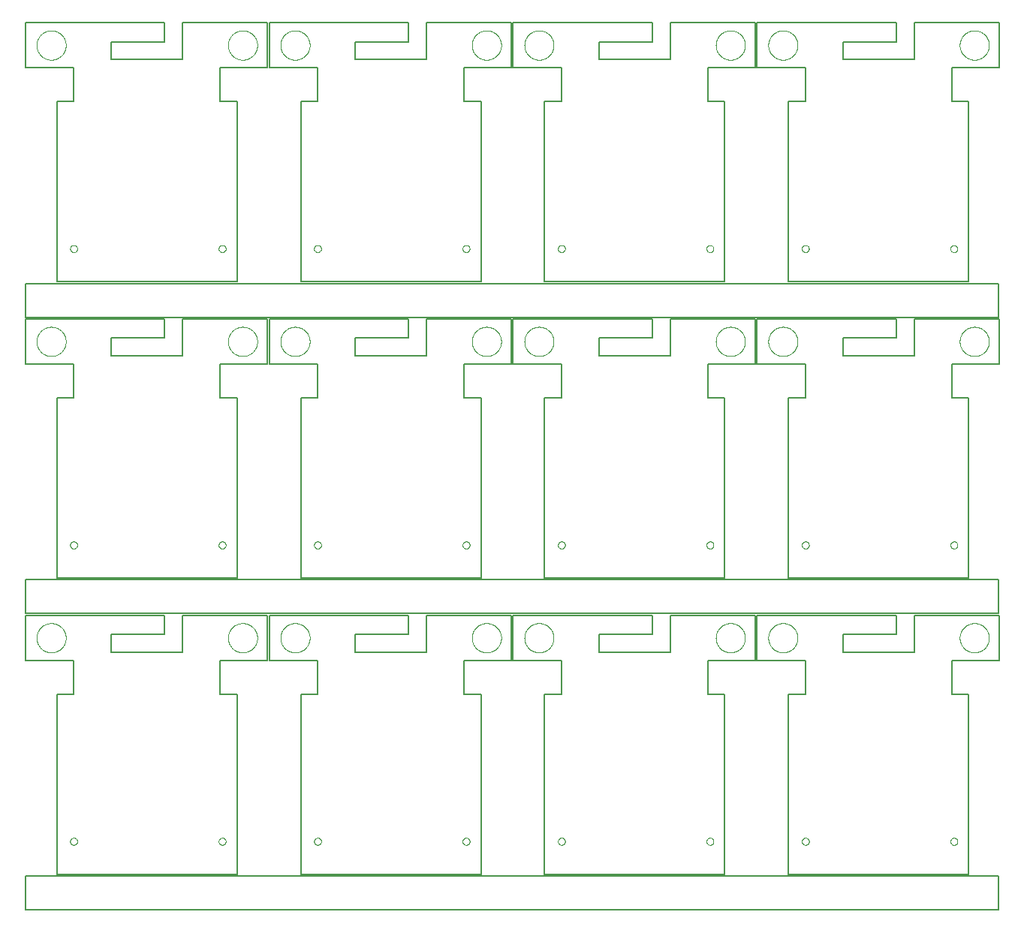
<source format=gko>
G75*
%MOIN*%
%OFA0B0*%
%FSLAX25Y25*%
%IPPOS*%
%LPD*%
%AMOC8*
5,1,8,0,0,1.08239X$1,22.5*
%
%ADD10C,0.00800*%
%ADD11C,0.00000*%
D10*
X0001400Y0064537D02*
X0001400Y0079537D01*
X0433600Y0079537D01*
X0433600Y0064537D01*
X0001400Y0064537D01*
X0015400Y0080337D02*
X0095400Y0080337D01*
X0095400Y0160337D01*
X0087900Y0160337D01*
X0087900Y0175337D01*
X0108900Y0175337D01*
X0108900Y0195337D01*
X0071160Y0195337D01*
X0071160Y0178977D01*
X0071148Y0178959D02*
X0039652Y0178959D01*
X0039652Y0186833D01*
X0063274Y0186833D01*
X0063274Y0195337D01*
X0001400Y0195337D01*
X0001400Y0175337D01*
X0022900Y0175337D01*
X0022900Y0160337D01*
X0015400Y0160337D01*
X0015400Y0080337D01*
X0109700Y0175337D02*
X0131200Y0175337D01*
X0131200Y0160337D01*
X0123700Y0160337D01*
X0123700Y0080337D01*
X0203700Y0080337D01*
X0203700Y0160337D01*
X0196200Y0160337D01*
X0196200Y0175337D01*
X0217200Y0175337D01*
X0217200Y0195337D01*
X0179460Y0195337D01*
X0179460Y0178977D01*
X0179448Y0178959D02*
X0147952Y0178959D01*
X0147952Y0186833D01*
X0171574Y0186833D01*
X0171574Y0195337D01*
X0109700Y0195337D01*
X0109700Y0175337D01*
X0123700Y0211937D02*
X0203700Y0211937D01*
X0203700Y0291937D01*
X0196200Y0291937D01*
X0196200Y0306937D01*
X0217200Y0306937D01*
X0217200Y0326937D01*
X0179460Y0326937D01*
X0179460Y0310577D01*
X0179448Y0310559D02*
X0147952Y0310559D01*
X0147952Y0318433D01*
X0171574Y0318433D01*
X0171574Y0326937D01*
X0109700Y0326937D01*
X0109700Y0306937D01*
X0131200Y0306937D01*
X0131200Y0291937D01*
X0123700Y0291937D01*
X0123700Y0211937D01*
X0095400Y0211937D02*
X0015400Y0211937D01*
X0015400Y0291937D01*
X0022900Y0291937D01*
X0022900Y0306937D01*
X0001400Y0306937D01*
X0001400Y0326937D01*
X0063274Y0326937D01*
X0063274Y0318433D01*
X0039652Y0318433D01*
X0039652Y0310559D01*
X0071148Y0310559D01*
X0071160Y0310577D02*
X0071160Y0326937D01*
X0108900Y0326937D01*
X0108900Y0306937D01*
X0087900Y0306937D01*
X0087900Y0291937D01*
X0095400Y0291937D01*
X0095400Y0211937D01*
X0001400Y0211137D02*
X0001400Y0196137D01*
X0433600Y0196137D01*
X0433600Y0211137D01*
X0001400Y0211137D01*
X0001400Y0327737D02*
X0001400Y0342737D01*
X0433600Y0342737D01*
X0433600Y0327737D01*
X0001400Y0327737D01*
X0015400Y0343537D02*
X0095400Y0343537D01*
X0095400Y0423537D01*
X0087900Y0423537D01*
X0087900Y0438537D01*
X0108900Y0438537D01*
X0108900Y0458537D01*
X0071160Y0458537D01*
X0071160Y0442177D01*
X0071148Y0442159D02*
X0039652Y0442159D01*
X0039652Y0450033D01*
X0063274Y0450033D01*
X0063274Y0458537D01*
X0001400Y0458537D01*
X0001400Y0438537D01*
X0022900Y0438537D01*
X0022900Y0423537D01*
X0015400Y0423537D01*
X0015400Y0343537D01*
X0109700Y0438537D02*
X0131200Y0438537D01*
X0131200Y0423537D01*
X0123700Y0423537D01*
X0123700Y0343537D01*
X0203700Y0343537D01*
X0203700Y0423537D01*
X0196200Y0423537D01*
X0196200Y0438537D01*
X0217200Y0438537D01*
X0217200Y0458537D01*
X0179460Y0458537D01*
X0179460Y0442177D01*
X0179448Y0442159D02*
X0147952Y0442159D01*
X0147952Y0450033D01*
X0171574Y0450033D01*
X0171574Y0458537D01*
X0109700Y0458537D01*
X0109700Y0438537D01*
X0218000Y0438537D02*
X0218000Y0458537D01*
X0279874Y0458537D01*
X0279874Y0450033D01*
X0256252Y0450033D01*
X0256252Y0442159D01*
X0287748Y0442159D01*
X0287760Y0442177D02*
X0287760Y0458537D01*
X0325500Y0458537D01*
X0325500Y0438537D01*
X0304500Y0438537D01*
X0304500Y0423537D01*
X0312000Y0423537D01*
X0312000Y0343537D01*
X0232000Y0343537D01*
X0232000Y0423537D01*
X0239500Y0423537D01*
X0239500Y0438537D01*
X0218000Y0438537D01*
X0326300Y0438537D02*
X0326300Y0458537D01*
X0388174Y0458537D01*
X0388174Y0450033D01*
X0364552Y0450033D01*
X0364552Y0442159D01*
X0396048Y0442159D01*
X0396060Y0442177D02*
X0396060Y0458537D01*
X0433800Y0458537D01*
X0433800Y0438537D01*
X0412800Y0438537D01*
X0412800Y0423537D01*
X0420300Y0423537D01*
X0420300Y0343537D01*
X0340300Y0343537D01*
X0340300Y0423537D01*
X0347800Y0423537D01*
X0347800Y0438537D01*
X0326300Y0438537D01*
X0326300Y0326937D02*
X0388174Y0326937D01*
X0388174Y0318433D01*
X0364552Y0318433D01*
X0364552Y0310559D01*
X0396048Y0310559D01*
X0396060Y0310577D02*
X0396060Y0326937D01*
X0433800Y0326937D01*
X0433800Y0306937D01*
X0412800Y0306937D01*
X0412800Y0291937D01*
X0420300Y0291937D01*
X0420300Y0211937D01*
X0340300Y0211937D01*
X0340300Y0291937D01*
X0347800Y0291937D01*
X0347800Y0306937D01*
X0326300Y0306937D01*
X0326300Y0326937D01*
X0325500Y0326937D02*
X0287760Y0326937D01*
X0287760Y0310577D01*
X0287748Y0310559D02*
X0256252Y0310559D01*
X0256252Y0318433D01*
X0279874Y0318433D01*
X0279874Y0326937D01*
X0218000Y0326937D01*
X0218000Y0306937D01*
X0239500Y0306937D01*
X0239500Y0291937D01*
X0232000Y0291937D01*
X0232000Y0211937D01*
X0312000Y0211937D01*
X0312000Y0291937D01*
X0304500Y0291937D01*
X0304500Y0306937D01*
X0325500Y0306937D01*
X0325500Y0326937D01*
X0325500Y0195337D02*
X0287760Y0195337D01*
X0287760Y0178977D01*
X0287748Y0178959D02*
X0256252Y0178959D01*
X0256252Y0186833D01*
X0279874Y0186833D01*
X0279874Y0195337D01*
X0218000Y0195337D01*
X0218000Y0175337D01*
X0239500Y0175337D01*
X0239500Y0160337D01*
X0232000Y0160337D01*
X0232000Y0080337D01*
X0312000Y0080337D01*
X0312000Y0160337D01*
X0304500Y0160337D01*
X0304500Y0175337D01*
X0325500Y0175337D01*
X0325500Y0195337D01*
X0326300Y0195337D02*
X0388174Y0195337D01*
X0388174Y0186833D01*
X0364552Y0186833D01*
X0364552Y0178959D01*
X0396048Y0178959D01*
X0396060Y0178977D02*
X0396060Y0195337D01*
X0433800Y0195337D01*
X0433800Y0175337D01*
X0412800Y0175337D01*
X0412800Y0160337D01*
X0420300Y0160337D01*
X0420300Y0080337D01*
X0340300Y0080337D01*
X0340300Y0160337D01*
X0347800Y0160337D01*
X0347800Y0175337D01*
X0326300Y0175337D01*
X0326300Y0195337D01*
D11*
X0308000Y0185337D02*
X0308002Y0185498D01*
X0308008Y0185658D01*
X0308018Y0185819D01*
X0308032Y0185979D01*
X0308050Y0186139D01*
X0308071Y0186298D01*
X0308097Y0186457D01*
X0308127Y0186615D01*
X0308160Y0186772D01*
X0308198Y0186929D01*
X0308239Y0187084D01*
X0308284Y0187238D01*
X0308333Y0187391D01*
X0308386Y0187543D01*
X0308442Y0187694D01*
X0308503Y0187843D01*
X0308566Y0187991D01*
X0308634Y0188137D01*
X0308705Y0188281D01*
X0308779Y0188423D01*
X0308857Y0188564D01*
X0308939Y0188702D01*
X0309024Y0188839D01*
X0309112Y0188973D01*
X0309204Y0189105D01*
X0309299Y0189235D01*
X0309397Y0189363D01*
X0309498Y0189488D01*
X0309602Y0189610D01*
X0309709Y0189730D01*
X0309819Y0189847D01*
X0309932Y0189962D01*
X0310048Y0190073D01*
X0310167Y0190182D01*
X0310288Y0190287D01*
X0310412Y0190390D01*
X0310538Y0190490D01*
X0310666Y0190586D01*
X0310797Y0190679D01*
X0310931Y0190769D01*
X0311066Y0190856D01*
X0311204Y0190939D01*
X0311343Y0191019D01*
X0311485Y0191095D01*
X0311628Y0191168D01*
X0311773Y0191237D01*
X0311920Y0191303D01*
X0312068Y0191365D01*
X0312218Y0191423D01*
X0312369Y0191478D01*
X0312522Y0191529D01*
X0312676Y0191576D01*
X0312831Y0191619D01*
X0312987Y0191658D01*
X0313143Y0191694D01*
X0313301Y0191725D01*
X0313459Y0191753D01*
X0313618Y0191777D01*
X0313778Y0191797D01*
X0313938Y0191813D01*
X0314098Y0191825D01*
X0314259Y0191833D01*
X0314420Y0191837D01*
X0314580Y0191837D01*
X0314741Y0191833D01*
X0314902Y0191825D01*
X0315062Y0191813D01*
X0315222Y0191797D01*
X0315382Y0191777D01*
X0315541Y0191753D01*
X0315699Y0191725D01*
X0315857Y0191694D01*
X0316013Y0191658D01*
X0316169Y0191619D01*
X0316324Y0191576D01*
X0316478Y0191529D01*
X0316631Y0191478D01*
X0316782Y0191423D01*
X0316932Y0191365D01*
X0317080Y0191303D01*
X0317227Y0191237D01*
X0317372Y0191168D01*
X0317515Y0191095D01*
X0317657Y0191019D01*
X0317796Y0190939D01*
X0317934Y0190856D01*
X0318069Y0190769D01*
X0318203Y0190679D01*
X0318334Y0190586D01*
X0318462Y0190490D01*
X0318588Y0190390D01*
X0318712Y0190287D01*
X0318833Y0190182D01*
X0318952Y0190073D01*
X0319068Y0189962D01*
X0319181Y0189847D01*
X0319291Y0189730D01*
X0319398Y0189610D01*
X0319502Y0189488D01*
X0319603Y0189363D01*
X0319701Y0189235D01*
X0319796Y0189105D01*
X0319888Y0188973D01*
X0319976Y0188839D01*
X0320061Y0188702D01*
X0320143Y0188564D01*
X0320221Y0188423D01*
X0320295Y0188281D01*
X0320366Y0188137D01*
X0320434Y0187991D01*
X0320497Y0187843D01*
X0320558Y0187694D01*
X0320614Y0187543D01*
X0320667Y0187391D01*
X0320716Y0187238D01*
X0320761Y0187084D01*
X0320802Y0186929D01*
X0320840Y0186772D01*
X0320873Y0186615D01*
X0320903Y0186457D01*
X0320929Y0186298D01*
X0320950Y0186139D01*
X0320968Y0185979D01*
X0320982Y0185819D01*
X0320992Y0185658D01*
X0320998Y0185498D01*
X0321000Y0185337D01*
X0320998Y0185176D01*
X0320992Y0185016D01*
X0320982Y0184855D01*
X0320968Y0184695D01*
X0320950Y0184535D01*
X0320929Y0184376D01*
X0320903Y0184217D01*
X0320873Y0184059D01*
X0320840Y0183902D01*
X0320802Y0183745D01*
X0320761Y0183590D01*
X0320716Y0183436D01*
X0320667Y0183283D01*
X0320614Y0183131D01*
X0320558Y0182980D01*
X0320497Y0182831D01*
X0320434Y0182683D01*
X0320366Y0182537D01*
X0320295Y0182393D01*
X0320221Y0182251D01*
X0320143Y0182110D01*
X0320061Y0181972D01*
X0319976Y0181835D01*
X0319888Y0181701D01*
X0319796Y0181569D01*
X0319701Y0181439D01*
X0319603Y0181311D01*
X0319502Y0181186D01*
X0319398Y0181064D01*
X0319291Y0180944D01*
X0319181Y0180827D01*
X0319068Y0180712D01*
X0318952Y0180601D01*
X0318833Y0180492D01*
X0318712Y0180387D01*
X0318588Y0180284D01*
X0318462Y0180184D01*
X0318334Y0180088D01*
X0318203Y0179995D01*
X0318069Y0179905D01*
X0317934Y0179818D01*
X0317796Y0179735D01*
X0317657Y0179655D01*
X0317515Y0179579D01*
X0317372Y0179506D01*
X0317227Y0179437D01*
X0317080Y0179371D01*
X0316932Y0179309D01*
X0316782Y0179251D01*
X0316631Y0179196D01*
X0316478Y0179145D01*
X0316324Y0179098D01*
X0316169Y0179055D01*
X0316013Y0179016D01*
X0315857Y0178980D01*
X0315699Y0178949D01*
X0315541Y0178921D01*
X0315382Y0178897D01*
X0315222Y0178877D01*
X0315062Y0178861D01*
X0314902Y0178849D01*
X0314741Y0178841D01*
X0314580Y0178837D01*
X0314420Y0178837D01*
X0314259Y0178841D01*
X0314098Y0178849D01*
X0313938Y0178861D01*
X0313778Y0178877D01*
X0313618Y0178897D01*
X0313459Y0178921D01*
X0313301Y0178949D01*
X0313143Y0178980D01*
X0312987Y0179016D01*
X0312831Y0179055D01*
X0312676Y0179098D01*
X0312522Y0179145D01*
X0312369Y0179196D01*
X0312218Y0179251D01*
X0312068Y0179309D01*
X0311920Y0179371D01*
X0311773Y0179437D01*
X0311628Y0179506D01*
X0311485Y0179579D01*
X0311343Y0179655D01*
X0311204Y0179735D01*
X0311066Y0179818D01*
X0310931Y0179905D01*
X0310797Y0179995D01*
X0310666Y0180088D01*
X0310538Y0180184D01*
X0310412Y0180284D01*
X0310288Y0180387D01*
X0310167Y0180492D01*
X0310048Y0180601D01*
X0309932Y0180712D01*
X0309819Y0180827D01*
X0309709Y0180944D01*
X0309602Y0181064D01*
X0309498Y0181186D01*
X0309397Y0181311D01*
X0309299Y0181439D01*
X0309204Y0181569D01*
X0309112Y0181701D01*
X0309024Y0181835D01*
X0308939Y0181972D01*
X0308857Y0182110D01*
X0308779Y0182251D01*
X0308705Y0182393D01*
X0308634Y0182537D01*
X0308566Y0182683D01*
X0308503Y0182831D01*
X0308442Y0182980D01*
X0308386Y0183131D01*
X0308333Y0183283D01*
X0308284Y0183436D01*
X0308239Y0183590D01*
X0308198Y0183745D01*
X0308160Y0183902D01*
X0308127Y0184059D01*
X0308097Y0184217D01*
X0308071Y0184376D01*
X0308050Y0184535D01*
X0308032Y0184695D01*
X0308018Y0184855D01*
X0308008Y0185016D01*
X0308002Y0185176D01*
X0308000Y0185337D01*
X0331300Y0185337D02*
X0331302Y0185498D01*
X0331308Y0185658D01*
X0331318Y0185819D01*
X0331332Y0185979D01*
X0331350Y0186139D01*
X0331371Y0186298D01*
X0331397Y0186457D01*
X0331427Y0186615D01*
X0331460Y0186772D01*
X0331498Y0186929D01*
X0331539Y0187084D01*
X0331584Y0187238D01*
X0331633Y0187391D01*
X0331686Y0187543D01*
X0331742Y0187694D01*
X0331803Y0187843D01*
X0331866Y0187991D01*
X0331934Y0188137D01*
X0332005Y0188281D01*
X0332079Y0188423D01*
X0332157Y0188564D01*
X0332239Y0188702D01*
X0332324Y0188839D01*
X0332412Y0188973D01*
X0332504Y0189105D01*
X0332599Y0189235D01*
X0332697Y0189363D01*
X0332798Y0189488D01*
X0332902Y0189610D01*
X0333009Y0189730D01*
X0333119Y0189847D01*
X0333232Y0189962D01*
X0333348Y0190073D01*
X0333467Y0190182D01*
X0333588Y0190287D01*
X0333712Y0190390D01*
X0333838Y0190490D01*
X0333966Y0190586D01*
X0334097Y0190679D01*
X0334231Y0190769D01*
X0334366Y0190856D01*
X0334504Y0190939D01*
X0334643Y0191019D01*
X0334785Y0191095D01*
X0334928Y0191168D01*
X0335073Y0191237D01*
X0335220Y0191303D01*
X0335368Y0191365D01*
X0335518Y0191423D01*
X0335669Y0191478D01*
X0335822Y0191529D01*
X0335976Y0191576D01*
X0336131Y0191619D01*
X0336287Y0191658D01*
X0336443Y0191694D01*
X0336601Y0191725D01*
X0336759Y0191753D01*
X0336918Y0191777D01*
X0337078Y0191797D01*
X0337238Y0191813D01*
X0337398Y0191825D01*
X0337559Y0191833D01*
X0337720Y0191837D01*
X0337880Y0191837D01*
X0338041Y0191833D01*
X0338202Y0191825D01*
X0338362Y0191813D01*
X0338522Y0191797D01*
X0338682Y0191777D01*
X0338841Y0191753D01*
X0338999Y0191725D01*
X0339157Y0191694D01*
X0339313Y0191658D01*
X0339469Y0191619D01*
X0339624Y0191576D01*
X0339778Y0191529D01*
X0339931Y0191478D01*
X0340082Y0191423D01*
X0340232Y0191365D01*
X0340380Y0191303D01*
X0340527Y0191237D01*
X0340672Y0191168D01*
X0340815Y0191095D01*
X0340957Y0191019D01*
X0341096Y0190939D01*
X0341234Y0190856D01*
X0341369Y0190769D01*
X0341503Y0190679D01*
X0341634Y0190586D01*
X0341762Y0190490D01*
X0341888Y0190390D01*
X0342012Y0190287D01*
X0342133Y0190182D01*
X0342252Y0190073D01*
X0342368Y0189962D01*
X0342481Y0189847D01*
X0342591Y0189730D01*
X0342698Y0189610D01*
X0342802Y0189488D01*
X0342903Y0189363D01*
X0343001Y0189235D01*
X0343096Y0189105D01*
X0343188Y0188973D01*
X0343276Y0188839D01*
X0343361Y0188702D01*
X0343443Y0188564D01*
X0343521Y0188423D01*
X0343595Y0188281D01*
X0343666Y0188137D01*
X0343734Y0187991D01*
X0343797Y0187843D01*
X0343858Y0187694D01*
X0343914Y0187543D01*
X0343967Y0187391D01*
X0344016Y0187238D01*
X0344061Y0187084D01*
X0344102Y0186929D01*
X0344140Y0186772D01*
X0344173Y0186615D01*
X0344203Y0186457D01*
X0344229Y0186298D01*
X0344250Y0186139D01*
X0344268Y0185979D01*
X0344282Y0185819D01*
X0344292Y0185658D01*
X0344298Y0185498D01*
X0344300Y0185337D01*
X0344298Y0185176D01*
X0344292Y0185016D01*
X0344282Y0184855D01*
X0344268Y0184695D01*
X0344250Y0184535D01*
X0344229Y0184376D01*
X0344203Y0184217D01*
X0344173Y0184059D01*
X0344140Y0183902D01*
X0344102Y0183745D01*
X0344061Y0183590D01*
X0344016Y0183436D01*
X0343967Y0183283D01*
X0343914Y0183131D01*
X0343858Y0182980D01*
X0343797Y0182831D01*
X0343734Y0182683D01*
X0343666Y0182537D01*
X0343595Y0182393D01*
X0343521Y0182251D01*
X0343443Y0182110D01*
X0343361Y0181972D01*
X0343276Y0181835D01*
X0343188Y0181701D01*
X0343096Y0181569D01*
X0343001Y0181439D01*
X0342903Y0181311D01*
X0342802Y0181186D01*
X0342698Y0181064D01*
X0342591Y0180944D01*
X0342481Y0180827D01*
X0342368Y0180712D01*
X0342252Y0180601D01*
X0342133Y0180492D01*
X0342012Y0180387D01*
X0341888Y0180284D01*
X0341762Y0180184D01*
X0341634Y0180088D01*
X0341503Y0179995D01*
X0341369Y0179905D01*
X0341234Y0179818D01*
X0341096Y0179735D01*
X0340957Y0179655D01*
X0340815Y0179579D01*
X0340672Y0179506D01*
X0340527Y0179437D01*
X0340380Y0179371D01*
X0340232Y0179309D01*
X0340082Y0179251D01*
X0339931Y0179196D01*
X0339778Y0179145D01*
X0339624Y0179098D01*
X0339469Y0179055D01*
X0339313Y0179016D01*
X0339157Y0178980D01*
X0338999Y0178949D01*
X0338841Y0178921D01*
X0338682Y0178897D01*
X0338522Y0178877D01*
X0338362Y0178861D01*
X0338202Y0178849D01*
X0338041Y0178841D01*
X0337880Y0178837D01*
X0337720Y0178837D01*
X0337559Y0178841D01*
X0337398Y0178849D01*
X0337238Y0178861D01*
X0337078Y0178877D01*
X0336918Y0178897D01*
X0336759Y0178921D01*
X0336601Y0178949D01*
X0336443Y0178980D01*
X0336287Y0179016D01*
X0336131Y0179055D01*
X0335976Y0179098D01*
X0335822Y0179145D01*
X0335669Y0179196D01*
X0335518Y0179251D01*
X0335368Y0179309D01*
X0335220Y0179371D01*
X0335073Y0179437D01*
X0334928Y0179506D01*
X0334785Y0179579D01*
X0334643Y0179655D01*
X0334504Y0179735D01*
X0334366Y0179818D01*
X0334231Y0179905D01*
X0334097Y0179995D01*
X0333966Y0180088D01*
X0333838Y0180184D01*
X0333712Y0180284D01*
X0333588Y0180387D01*
X0333467Y0180492D01*
X0333348Y0180601D01*
X0333232Y0180712D01*
X0333119Y0180827D01*
X0333009Y0180944D01*
X0332902Y0181064D01*
X0332798Y0181186D01*
X0332697Y0181311D01*
X0332599Y0181439D01*
X0332504Y0181569D01*
X0332412Y0181701D01*
X0332324Y0181835D01*
X0332239Y0181972D01*
X0332157Y0182110D01*
X0332079Y0182251D01*
X0332005Y0182393D01*
X0331934Y0182537D01*
X0331866Y0182683D01*
X0331803Y0182831D01*
X0331742Y0182980D01*
X0331686Y0183131D01*
X0331633Y0183283D01*
X0331584Y0183436D01*
X0331539Y0183590D01*
X0331498Y0183745D01*
X0331460Y0183902D01*
X0331427Y0184059D01*
X0331397Y0184217D01*
X0331371Y0184376D01*
X0331350Y0184535D01*
X0331332Y0184695D01*
X0331318Y0184855D01*
X0331308Y0185016D01*
X0331302Y0185176D01*
X0331300Y0185337D01*
X0346205Y0226551D02*
X0346207Y0226630D01*
X0346213Y0226709D01*
X0346223Y0226788D01*
X0346237Y0226866D01*
X0346254Y0226943D01*
X0346276Y0227019D01*
X0346301Y0227094D01*
X0346331Y0227167D01*
X0346363Y0227239D01*
X0346400Y0227310D01*
X0346440Y0227378D01*
X0346483Y0227444D01*
X0346529Y0227508D01*
X0346579Y0227570D01*
X0346632Y0227629D01*
X0346687Y0227685D01*
X0346746Y0227739D01*
X0346807Y0227789D01*
X0346870Y0227837D01*
X0346936Y0227881D01*
X0347004Y0227922D01*
X0347074Y0227959D01*
X0347145Y0227993D01*
X0347219Y0228023D01*
X0347293Y0228049D01*
X0347369Y0228071D01*
X0347446Y0228090D01*
X0347524Y0228105D01*
X0347602Y0228116D01*
X0347681Y0228123D01*
X0347760Y0228126D01*
X0347839Y0228125D01*
X0347918Y0228120D01*
X0347997Y0228111D01*
X0348075Y0228098D01*
X0348152Y0228081D01*
X0348229Y0228061D01*
X0348304Y0228036D01*
X0348378Y0228008D01*
X0348451Y0227976D01*
X0348521Y0227941D01*
X0348590Y0227902D01*
X0348657Y0227859D01*
X0348722Y0227813D01*
X0348784Y0227765D01*
X0348844Y0227713D01*
X0348901Y0227658D01*
X0348955Y0227600D01*
X0349006Y0227540D01*
X0349054Y0227477D01*
X0349099Y0227412D01*
X0349141Y0227344D01*
X0349179Y0227275D01*
X0349213Y0227204D01*
X0349244Y0227131D01*
X0349272Y0227056D01*
X0349295Y0226981D01*
X0349315Y0226904D01*
X0349331Y0226827D01*
X0349343Y0226748D01*
X0349351Y0226670D01*
X0349355Y0226591D01*
X0349355Y0226511D01*
X0349351Y0226432D01*
X0349343Y0226354D01*
X0349331Y0226275D01*
X0349315Y0226198D01*
X0349295Y0226121D01*
X0349272Y0226046D01*
X0349244Y0225971D01*
X0349213Y0225898D01*
X0349179Y0225827D01*
X0349141Y0225758D01*
X0349099Y0225690D01*
X0349054Y0225625D01*
X0349006Y0225562D01*
X0348955Y0225502D01*
X0348901Y0225444D01*
X0348844Y0225389D01*
X0348784Y0225337D01*
X0348722Y0225289D01*
X0348657Y0225243D01*
X0348590Y0225200D01*
X0348521Y0225161D01*
X0348451Y0225126D01*
X0348378Y0225094D01*
X0348304Y0225066D01*
X0348229Y0225041D01*
X0348152Y0225021D01*
X0348075Y0225004D01*
X0347997Y0224991D01*
X0347918Y0224982D01*
X0347839Y0224977D01*
X0347760Y0224976D01*
X0347681Y0224979D01*
X0347602Y0224986D01*
X0347524Y0224997D01*
X0347446Y0225012D01*
X0347369Y0225031D01*
X0347293Y0225053D01*
X0347219Y0225079D01*
X0347145Y0225109D01*
X0347074Y0225143D01*
X0347004Y0225180D01*
X0346936Y0225221D01*
X0346870Y0225265D01*
X0346807Y0225313D01*
X0346746Y0225363D01*
X0346687Y0225417D01*
X0346632Y0225473D01*
X0346579Y0225532D01*
X0346529Y0225594D01*
X0346483Y0225658D01*
X0346440Y0225724D01*
X0346400Y0225792D01*
X0346363Y0225863D01*
X0346331Y0225935D01*
X0346301Y0226008D01*
X0346276Y0226083D01*
X0346254Y0226159D01*
X0346237Y0226236D01*
X0346223Y0226314D01*
X0346213Y0226393D01*
X0346207Y0226472D01*
X0346205Y0226551D01*
X0303850Y0226551D02*
X0303852Y0226630D01*
X0303858Y0226709D01*
X0303868Y0226788D01*
X0303882Y0226866D01*
X0303899Y0226943D01*
X0303921Y0227019D01*
X0303946Y0227094D01*
X0303976Y0227167D01*
X0304008Y0227239D01*
X0304045Y0227310D01*
X0304085Y0227378D01*
X0304128Y0227444D01*
X0304174Y0227508D01*
X0304224Y0227570D01*
X0304277Y0227629D01*
X0304332Y0227685D01*
X0304391Y0227739D01*
X0304452Y0227789D01*
X0304515Y0227837D01*
X0304581Y0227881D01*
X0304649Y0227922D01*
X0304719Y0227959D01*
X0304790Y0227993D01*
X0304864Y0228023D01*
X0304938Y0228049D01*
X0305014Y0228071D01*
X0305091Y0228090D01*
X0305169Y0228105D01*
X0305247Y0228116D01*
X0305326Y0228123D01*
X0305405Y0228126D01*
X0305484Y0228125D01*
X0305563Y0228120D01*
X0305642Y0228111D01*
X0305720Y0228098D01*
X0305797Y0228081D01*
X0305874Y0228061D01*
X0305949Y0228036D01*
X0306023Y0228008D01*
X0306096Y0227976D01*
X0306166Y0227941D01*
X0306235Y0227902D01*
X0306302Y0227859D01*
X0306367Y0227813D01*
X0306429Y0227765D01*
X0306489Y0227713D01*
X0306546Y0227658D01*
X0306600Y0227600D01*
X0306651Y0227540D01*
X0306699Y0227477D01*
X0306744Y0227412D01*
X0306786Y0227344D01*
X0306824Y0227275D01*
X0306858Y0227204D01*
X0306889Y0227131D01*
X0306917Y0227056D01*
X0306940Y0226981D01*
X0306960Y0226904D01*
X0306976Y0226827D01*
X0306988Y0226748D01*
X0306996Y0226670D01*
X0307000Y0226591D01*
X0307000Y0226511D01*
X0306996Y0226432D01*
X0306988Y0226354D01*
X0306976Y0226275D01*
X0306960Y0226198D01*
X0306940Y0226121D01*
X0306917Y0226046D01*
X0306889Y0225971D01*
X0306858Y0225898D01*
X0306824Y0225827D01*
X0306786Y0225758D01*
X0306744Y0225690D01*
X0306699Y0225625D01*
X0306651Y0225562D01*
X0306600Y0225502D01*
X0306546Y0225444D01*
X0306489Y0225389D01*
X0306429Y0225337D01*
X0306367Y0225289D01*
X0306302Y0225243D01*
X0306235Y0225200D01*
X0306166Y0225161D01*
X0306096Y0225126D01*
X0306023Y0225094D01*
X0305949Y0225066D01*
X0305874Y0225041D01*
X0305797Y0225021D01*
X0305720Y0225004D01*
X0305642Y0224991D01*
X0305563Y0224982D01*
X0305484Y0224977D01*
X0305405Y0224976D01*
X0305326Y0224979D01*
X0305247Y0224986D01*
X0305169Y0224997D01*
X0305091Y0225012D01*
X0305014Y0225031D01*
X0304938Y0225053D01*
X0304864Y0225079D01*
X0304790Y0225109D01*
X0304719Y0225143D01*
X0304649Y0225180D01*
X0304581Y0225221D01*
X0304515Y0225265D01*
X0304452Y0225313D01*
X0304391Y0225363D01*
X0304332Y0225417D01*
X0304277Y0225473D01*
X0304224Y0225532D01*
X0304174Y0225594D01*
X0304128Y0225658D01*
X0304085Y0225724D01*
X0304045Y0225792D01*
X0304008Y0225863D01*
X0303976Y0225935D01*
X0303946Y0226008D01*
X0303921Y0226083D01*
X0303899Y0226159D01*
X0303882Y0226236D01*
X0303868Y0226314D01*
X0303858Y0226393D01*
X0303852Y0226472D01*
X0303850Y0226551D01*
X0237905Y0226551D02*
X0237907Y0226630D01*
X0237913Y0226709D01*
X0237923Y0226788D01*
X0237937Y0226866D01*
X0237954Y0226943D01*
X0237976Y0227019D01*
X0238001Y0227094D01*
X0238031Y0227167D01*
X0238063Y0227239D01*
X0238100Y0227310D01*
X0238140Y0227378D01*
X0238183Y0227444D01*
X0238229Y0227508D01*
X0238279Y0227570D01*
X0238332Y0227629D01*
X0238387Y0227685D01*
X0238446Y0227739D01*
X0238507Y0227789D01*
X0238570Y0227837D01*
X0238636Y0227881D01*
X0238704Y0227922D01*
X0238774Y0227959D01*
X0238845Y0227993D01*
X0238919Y0228023D01*
X0238993Y0228049D01*
X0239069Y0228071D01*
X0239146Y0228090D01*
X0239224Y0228105D01*
X0239302Y0228116D01*
X0239381Y0228123D01*
X0239460Y0228126D01*
X0239539Y0228125D01*
X0239618Y0228120D01*
X0239697Y0228111D01*
X0239775Y0228098D01*
X0239852Y0228081D01*
X0239929Y0228061D01*
X0240004Y0228036D01*
X0240078Y0228008D01*
X0240151Y0227976D01*
X0240221Y0227941D01*
X0240290Y0227902D01*
X0240357Y0227859D01*
X0240422Y0227813D01*
X0240484Y0227765D01*
X0240544Y0227713D01*
X0240601Y0227658D01*
X0240655Y0227600D01*
X0240706Y0227540D01*
X0240754Y0227477D01*
X0240799Y0227412D01*
X0240841Y0227344D01*
X0240879Y0227275D01*
X0240913Y0227204D01*
X0240944Y0227131D01*
X0240972Y0227056D01*
X0240995Y0226981D01*
X0241015Y0226904D01*
X0241031Y0226827D01*
X0241043Y0226748D01*
X0241051Y0226670D01*
X0241055Y0226591D01*
X0241055Y0226511D01*
X0241051Y0226432D01*
X0241043Y0226354D01*
X0241031Y0226275D01*
X0241015Y0226198D01*
X0240995Y0226121D01*
X0240972Y0226046D01*
X0240944Y0225971D01*
X0240913Y0225898D01*
X0240879Y0225827D01*
X0240841Y0225758D01*
X0240799Y0225690D01*
X0240754Y0225625D01*
X0240706Y0225562D01*
X0240655Y0225502D01*
X0240601Y0225444D01*
X0240544Y0225389D01*
X0240484Y0225337D01*
X0240422Y0225289D01*
X0240357Y0225243D01*
X0240290Y0225200D01*
X0240221Y0225161D01*
X0240151Y0225126D01*
X0240078Y0225094D01*
X0240004Y0225066D01*
X0239929Y0225041D01*
X0239852Y0225021D01*
X0239775Y0225004D01*
X0239697Y0224991D01*
X0239618Y0224982D01*
X0239539Y0224977D01*
X0239460Y0224976D01*
X0239381Y0224979D01*
X0239302Y0224986D01*
X0239224Y0224997D01*
X0239146Y0225012D01*
X0239069Y0225031D01*
X0238993Y0225053D01*
X0238919Y0225079D01*
X0238845Y0225109D01*
X0238774Y0225143D01*
X0238704Y0225180D01*
X0238636Y0225221D01*
X0238570Y0225265D01*
X0238507Y0225313D01*
X0238446Y0225363D01*
X0238387Y0225417D01*
X0238332Y0225473D01*
X0238279Y0225532D01*
X0238229Y0225594D01*
X0238183Y0225658D01*
X0238140Y0225724D01*
X0238100Y0225792D01*
X0238063Y0225863D01*
X0238031Y0225935D01*
X0238001Y0226008D01*
X0237976Y0226083D01*
X0237954Y0226159D01*
X0237937Y0226236D01*
X0237923Y0226314D01*
X0237913Y0226393D01*
X0237907Y0226472D01*
X0237905Y0226551D01*
X0195550Y0226551D02*
X0195552Y0226630D01*
X0195558Y0226709D01*
X0195568Y0226788D01*
X0195582Y0226866D01*
X0195599Y0226943D01*
X0195621Y0227019D01*
X0195646Y0227094D01*
X0195676Y0227167D01*
X0195708Y0227239D01*
X0195745Y0227310D01*
X0195785Y0227378D01*
X0195828Y0227444D01*
X0195874Y0227508D01*
X0195924Y0227570D01*
X0195977Y0227629D01*
X0196032Y0227685D01*
X0196091Y0227739D01*
X0196152Y0227789D01*
X0196215Y0227837D01*
X0196281Y0227881D01*
X0196349Y0227922D01*
X0196419Y0227959D01*
X0196490Y0227993D01*
X0196564Y0228023D01*
X0196638Y0228049D01*
X0196714Y0228071D01*
X0196791Y0228090D01*
X0196869Y0228105D01*
X0196947Y0228116D01*
X0197026Y0228123D01*
X0197105Y0228126D01*
X0197184Y0228125D01*
X0197263Y0228120D01*
X0197342Y0228111D01*
X0197420Y0228098D01*
X0197497Y0228081D01*
X0197574Y0228061D01*
X0197649Y0228036D01*
X0197723Y0228008D01*
X0197796Y0227976D01*
X0197866Y0227941D01*
X0197935Y0227902D01*
X0198002Y0227859D01*
X0198067Y0227813D01*
X0198129Y0227765D01*
X0198189Y0227713D01*
X0198246Y0227658D01*
X0198300Y0227600D01*
X0198351Y0227540D01*
X0198399Y0227477D01*
X0198444Y0227412D01*
X0198486Y0227344D01*
X0198524Y0227275D01*
X0198558Y0227204D01*
X0198589Y0227131D01*
X0198617Y0227056D01*
X0198640Y0226981D01*
X0198660Y0226904D01*
X0198676Y0226827D01*
X0198688Y0226748D01*
X0198696Y0226670D01*
X0198700Y0226591D01*
X0198700Y0226511D01*
X0198696Y0226432D01*
X0198688Y0226354D01*
X0198676Y0226275D01*
X0198660Y0226198D01*
X0198640Y0226121D01*
X0198617Y0226046D01*
X0198589Y0225971D01*
X0198558Y0225898D01*
X0198524Y0225827D01*
X0198486Y0225758D01*
X0198444Y0225690D01*
X0198399Y0225625D01*
X0198351Y0225562D01*
X0198300Y0225502D01*
X0198246Y0225444D01*
X0198189Y0225389D01*
X0198129Y0225337D01*
X0198067Y0225289D01*
X0198002Y0225243D01*
X0197935Y0225200D01*
X0197866Y0225161D01*
X0197796Y0225126D01*
X0197723Y0225094D01*
X0197649Y0225066D01*
X0197574Y0225041D01*
X0197497Y0225021D01*
X0197420Y0225004D01*
X0197342Y0224991D01*
X0197263Y0224982D01*
X0197184Y0224977D01*
X0197105Y0224976D01*
X0197026Y0224979D01*
X0196947Y0224986D01*
X0196869Y0224997D01*
X0196791Y0225012D01*
X0196714Y0225031D01*
X0196638Y0225053D01*
X0196564Y0225079D01*
X0196490Y0225109D01*
X0196419Y0225143D01*
X0196349Y0225180D01*
X0196281Y0225221D01*
X0196215Y0225265D01*
X0196152Y0225313D01*
X0196091Y0225363D01*
X0196032Y0225417D01*
X0195977Y0225473D01*
X0195924Y0225532D01*
X0195874Y0225594D01*
X0195828Y0225658D01*
X0195785Y0225724D01*
X0195745Y0225792D01*
X0195708Y0225863D01*
X0195676Y0225935D01*
X0195646Y0226008D01*
X0195621Y0226083D01*
X0195599Y0226159D01*
X0195582Y0226236D01*
X0195568Y0226314D01*
X0195558Y0226393D01*
X0195552Y0226472D01*
X0195550Y0226551D01*
X0199700Y0185337D02*
X0199702Y0185498D01*
X0199708Y0185658D01*
X0199718Y0185819D01*
X0199732Y0185979D01*
X0199750Y0186139D01*
X0199771Y0186298D01*
X0199797Y0186457D01*
X0199827Y0186615D01*
X0199860Y0186772D01*
X0199898Y0186929D01*
X0199939Y0187084D01*
X0199984Y0187238D01*
X0200033Y0187391D01*
X0200086Y0187543D01*
X0200142Y0187694D01*
X0200203Y0187843D01*
X0200266Y0187991D01*
X0200334Y0188137D01*
X0200405Y0188281D01*
X0200479Y0188423D01*
X0200557Y0188564D01*
X0200639Y0188702D01*
X0200724Y0188839D01*
X0200812Y0188973D01*
X0200904Y0189105D01*
X0200999Y0189235D01*
X0201097Y0189363D01*
X0201198Y0189488D01*
X0201302Y0189610D01*
X0201409Y0189730D01*
X0201519Y0189847D01*
X0201632Y0189962D01*
X0201748Y0190073D01*
X0201867Y0190182D01*
X0201988Y0190287D01*
X0202112Y0190390D01*
X0202238Y0190490D01*
X0202366Y0190586D01*
X0202497Y0190679D01*
X0202631Y0190769D01*
X0202766Y0190856D01*
X0202904Y0190939D01*
X0203043Y0191019D01*
X0203185Y0191095D01*
X0203328Y0191168D01*
X0203473Y0191237D01*
X0203620Y0191303D01*
X0203768Y0191365D01*
X0203918Y0191423D01*
X0204069Y0191478D01*
X0204222Y0191529D01*
X0204376Y0191576D01*
X0204531Y0191619D01*
X0204687Y0191658D01*
X0204843Y0191694D01*
X0205001Y0191725D01*
X0205159Y0191753D01*
X0205318Y0191777D01*
X0205478Y0191797D01*
X0205638Y0191813D01*
X0205798Y0191825D01*
X0205959Y0191833D01*
X0206120Y0191837D01*
X0206280Y0191837D01*
X0206441Y0191833D01*
X0206602Y0191825D01*
X0206762Y0191813D01*
X0206922Y0191797D01*
X0207082Y0191777D01*
X0207241Y0191753D01*
X0207399Y0191725D01*
X0207557Y0191694D01*
X0207713Y0191658D01*
X0207869Y0191619D01*
X0208024Y0191576D01*
X0208178Y0191529D01*
X0208331Y0191478D01*
X0208482Y0191423D01*
X0208632Y0191365D01*
X0208780Y0191303D01*
X0208927Y0191237D01*
X0209072Y0191168D01*
X0209215Y0191095D01*
X0209357Y0191019D01*
X0209496Y0190939D01*
X0209634Y0190856D01*
X0209769Y0190769D01*
X0209903Y0190679D01*
X0210034Y0190586D01*
X0210162Y0190490D01*
X0210288Y0190390D01*
X0210412Y0190287D01*
X0210533Y0190182D01*
X0210652Y0190073D01*
X0210768Y0189962D01*
X0210881Y0189847D01*
X0210991Y0189730D01*
X0211098Y0189610D01*
X0211202Y0189488D01*
X0211303Y0189363D01*
X0211401Y0189235D01*
X0211496Y0189105D01*
X0211588Y0188973D01*
X0211676Y0188839D01*
X0211761Y0188702D01*
X0211843Y0188564D01*
X0211921Y0188423D01*
X0211995Y0188281D01*
X0212066Y0188137D01*
X0212134Y0187991D01*
X0212197Y0187843D01*
X0212258Y0187694D01*
X0212314Y0187543D01*
X0212367Y0187391D01*
X0212416Y0187238D01*
X0212461Y0187084D01*
X0212502Y0186929D01*
X0212540Y0186772D01*
X0212573Y0186615D01*
X0212603Y0186457D01*
X0212629Y0186298D01*
X0212650Y0186139D01*
X0212668Y0185979D01*
X0212682Y0185819D01*
X0212692Y0185658D01*
X0212698Y0185498D01*
X0212700Y0185337D01*
X0212698Y0185176D01*
X0212692Y0185016D01*
X0212682Y0184855D01*
X0212668Y0184695D01*
X0212650Y0184535D01*
X0212629Y0184376D01*
X0212603Y0184217D01*
X0212573Y0184059D01*
X0212540Y0183902D01*
X0212502Y0183745D01*
X0212461Y0183590D01*
X0212416Y0183436D01*
X0212367Y0183283D01*
X0212314Y0183131D01*
X0212258Y0182980D01*
X0212197Y0182831D01*
X0212134Y0182683D01*
X0212066Y0182537D01*
X0211995Y0182393D01*
X0211921Y0182251D01*
X0211843Y0182110D01*
X0211761Y0181972D01*
X0211676Y0181835D01*
X0211588Y0181701D01*
X0211496Y0181569D01*
X0211401Y0181439D01*
X0211303Y0181311D01*
X0211202Y0181186D01*
X0211098Y0181064D01*
X0210991Y0180944D01*
X0210881Y0180827D01*
X0210768Y0180712D01*
X0210652Y0180601D01*
X0210533Y0180492D01*
X0210412Y0180387D01*
X0210288Y0180284D01*
X0210162Y0180184D01*
X0210034Y0180088D01*
X0209903Y0179995D01*
X0209769Y0179905D01*
X0209634Y0179818D01*
X0209496Y0179735D01*
X0209357Y0179655D01*
X0209215Y0179579D01*
X0209072Y0179506D01*
X0208927Y0179437D01*
X0208780Y0179371D01*
X0208632Y0179309D01*
X0208482Y0179251D01*
X0208331Y0179196D01*
X0208178Y0179145D01*
X0208024Y0179098D01*
X0207869Y0179055D01*
X0207713Y0179016D01*
X0207557Y0178980D01*
X0207399Y0178949D01*
X0207241Y0178921D01*
X0207082Y0178897D01*
X0206922Y0178877D01*
X0206762Y0178861D01*
X0206602Y0178849D01*
X0206441Y0178841D01*
X0206280Y0178837D01*
X0206120Y0178837D01*
X0205959Y0178841D01*
X0205798Y0178849D01*
X0205638Y0178861D01*
X0205478Y0178877D01*
X0205318Y0178897D01*
X0205159Y0178921D01*
X0205001Y0178949D01*
X0204843Y0178980D01*
X0204687Y0179016D01*
X0204531Y0179055D01*
X0204376Y0179098D01*
X0204222Y0179145D01*
X0204069Y0179196D01*
X0203918Y0179251D01*
X0203768Y0179309D01*
X0203620Y0179371D01*
X0203473Y0179437D01*
X0203328Y0179506D01*
X0203185Y0179579D01*
X0203043Y0179655D01*
X0202904Y0179735D01*
X0202766Y0179818D01*
X0202631Y0179905D01*
X0202497Y0179995D01*
X0202366Y0180088D01*
X0202238Y0180184D01*
X0202112Y0180284D01*
X0201988Y0180387D01*
X0201867Y0180492D01*
X0201748Y0180601D01*
X0201632Y0180712D01*
X0201519Y0180827D01*
X0201409Y0180944D01*
X0201302Y0181064D01*
X0201198Y0181186D01*
X0201097Y0181311D01*
X0200999Y0181439D01*
X0200904Y0181569D01*
X0200812Y0181701D01*
X0200724Y0181835D01*
X0200639Y0181972D01*
X0200557Y0182110D01*
X0200479Y0182251D01*
X0200405Y0182393D01*
X0200334Y0182537D01*
X0200266Y0182683D01*
X0200203Y0182831D01*
X0200142Y0182980D01*
X0200086Y0183131D01*
X0200033Y0183283D01*
X0199984Y0183436D01*
X0199939Y0183590D01*
X0199898Y0183745D01*
X0199860Y0183902D01*
X0199827Y0184059D01*
X0199797Y0184217D01*
X0199771Y0184376D01*
X0199750Y0184535D01*
X0199732Y0184695D01*
X0199718Y0184855D01*
X0199708Y0185016D01*
X0199702Y0185176D01*
X0199700Y0185337D01*
X0223000Y0185337D02*
X0223002Y0185498D01*
X0223008Y0185658D01*
X0223018Y0185819D01*
X0223032Y0185979D01*
X0223050Y0186139D01*
X0223071Y0186298D01*
X0223097Y0186457D01*
X0223127Y0186615D01*
X0223160Y0186772D01*
X0223198Y0186929D01*
X0223239Y0187084D01*
X0223284Y0187238D01*
X0223333Y0187391D01*
X0223386Y0187543D01*
X0223442Y0187694D01*
X0223503Y0187843D01*
X0223566Y0187991D01*
X0223634Y0188137D01*
X0223705Y0188281D01*
X0223779Y0188423D01*
X0223857Y0188564D01*
X0223939Y0188702D01*
X0224024Y0188839D01*
X0224112Y0188973D01*
X0224204Y0189105D01*
X0224299Y0189235D01*
X0224397Y0189363D01*
X0224498Y0189488D01*
X0224602Y0189610D01*
X0224709Y0189730D01*
X0224819Y0189847D01*
X0224932Y0189962D01*
X0225048Y0190073D01*
X0225167Y0190182D01*
X0225288Y0190287D01*
X0225412Y0190390D01*
X0225538Y0190490D01*
X0225666Y0190586D01*
X0225797Y0190679D01*
X0225931Y0190769D01*
X0226066Y0190856D01*
X0226204Y0190939D01*
X0226343Y0191019D01*
X0226485Y0191095D01*
X0226628Y0191168D01*
X0226773Y0191237D01*
X0226920Y0191303D01*
X0227068Y0191365D01*
X0227218Y0191423D01*
X0227369Y0191478D01*
X0227522Y0191529D01*
X0227676Y0191576D01*
X0227831Y0191619D01*
X0227987Y0191658D01*
X0228143Y0191694D01*
X0228301Y0191725D01*
X0228459Y0191753D01*
X0228618Y0191777D01*
X0228778Y0191797D01*
X0228938Y0191813D01*
X0229098Y0191825D01*
X0229259Y0191833D01*
X0229420Y0191837D01*
X0229580Y0191837D01*
X0229741Y0191833D01*
X0229902Y0191825D01*
X0230062Y0191813D01*
X0230222Y0191797D01*
X0230382Y0191777D01*
X0230541Y0191753D01*
X0230699Y0191725D01*
X0230857Y0191694D01*
X0231013Y0191658D01*
X0231169Y0191619D01*
X0231324Y0191576D01*
X0231478Y0191529D01*
X0231631Y0191478D01*
X0231782Y0191423D01*
X0231932Y0191365D01*
X0232080Y0191303D01*
X0232227Y0191237D01*
X0232372Y0191168D01*
X0232515Y0191095D01*
X0232657Y0191019D01*
X0232796Y0190939D01*
X0232934Y0190856D01*
X0233069Y0190769D01*
X0233203Y0190679D01*
X0233334Y0190586D01*
X0233462Y0190490D01*
X0233588Y0190390D01*
X0233712Y0190287D01*
X0233833Y0190182D01*
X0233952Y0190073D01*
X0234068Y0189962D01*
X0234181Y0189847D01*
X0234291Y0189730D01*
X0234398Y0189610D01*
X0234502Y0189488D01*
X0234603Y0189363D01*
X0234701Y0189235D01*
X0234796Y0189105D01*
X0234888Y0188973D01*
X0234976Y0188839D01*
X0235061Y0188702D01*
X0235143Y0188564D01*
X0235221Y0188423D01*
X0235295Y0188281D01*
X0235366Y0188137D01*
X0235434Y0187991D01*
X0235497Y0187843D01*
X0235558Y0187694D01*
X0235614Y0187543D01*
X0235667Y0187391D01*
X0235716Y0187238D01*
X0235761Y0187084D01*
X0235802Y0186929D01*
X0235840Y0186772D01*
X0235873Y0186615D01*
X0235903Y0186457D01*
X0235929Y0186298D01*
X0235950Y0186139D01*
X0235968Y0185979D01*
X0235982Y0185819D01*
X0235992Y0185658D01*
X0235998Y0185498D01*
X0236000Y0185337D01*
X0235998Y0185176D01*
X0235992Y0185016D01*
X0235982Y0184855D01*
X0235968Y0184695D01*
X0235950Y0184535D01*
X0235929Y0184376D01*
X0235903Y0184217D01*
X0235873Y0184059D01*
X0235840Y0183902D01*
X0235802Y0183745D01*
X0235761Y0183590D01*
X0235716Y0183436D01*
X0235667Y0183283D01*
X0235614Y0183131D01*
X0235558Y0182980D01*
X0235497Y0182831D01*
X0235434Y0182683D01*
X0235366Y0182537D01*
X0235295Y0182393D01*
X0235221Y0182251D01*
X0235143Y0182110D01*
X0235061Y0181972D01*
X0234976Y0181835D01*
X0234888Y0181701D01*
X0234796Y0181569D01*
X0234701Y0181439D01*
X0234603Y0181311D01*
X0234502Y0181186D01*
X0234398Y0181064D01*
X0234291Y0180944D01*
X0234181Y0180827D01*
X0234068Y0180712D01*
X0233952Y0180601D01*
X0233833Y0180492D01*
X0233712Y0180387D01*
X0233588Y0180284D01*
X0233462Y0180184D01*
X0233334Y0180088D01*
X0233203Y0179995D01*
X0233069Y0179905D01*
X0232934Y0179818D01*
X0232796Y0179735D01*
X0232657Y0179655D01*
X0232515Y0179579D01*
X0232372Y0179506D01*
X0232227Y0179437D01*
X0232080Y0179371D01*
X0231932Y0179309D01*
X0231782Y0179251D01*
X0231631Y0179196D01*
X0231478Y0179145D01*
X0231324Y0179098D01*
X0231169Y0179055D01*
X0231013Y0179016D01*
X0230857Y0178980D01*
X0230699Y0178949D01*
X0230541Y0178921D01*
X0230382Y0178897D01*
X0230222Y0178877D01*
X0230062Y0178861D01*
X0229902Y0178849D01*
X0229741Y0178841D01*
X0229580Y0178837D01*
X0229420Y0178837D01*
X0229259Y0178841D01*
X0229098Y0178849D01*
X0228938Y0178861D01*
X0228778Y0178877D01*
X0228618Y0178897D01*
X0228459Y0178921D01*
X0228301Y0178949D01*
X0228143Y0178980D01*
X0227987Y0179016D01*
X0227831Y0179055D01*
X0227676Y0179098D01*
X0227522Y0179145D01*
X0227369Y0179196D01*
X0227218Y0179251D01*
X0227068Y0179309D01*
X0226920Y0179371D01*
X0226773Y0179437D01*
X0226628Y0179506D01*
X0226485Y0179579D01*
X0226343Y0179655D01*
X0226204Y0179735D01*
X0226066Y0179818D01*
X0225931Y0179905D01*
X0225797Y0179995D01*
X0225666Y0180088D01*
X0225538Y0180184D01*
X0225412Y0180284D01*
X0225288Y0180387D01*
X0225167Y0180492D01*
X0225048Y0180601D01*
X0224932Y0180712D01*
X0224819Y0180827D01*
X0224709Y0180944D01*
X0224602Y0181064D01*
X0224498Y0181186D01*
X0224397Y0181311D01*
X0224299Y0181439D01*
X0224204Y0181569D01*
X0224112Y0181701D01*
X0224024Y0181835D01*
X0223939Y0181972D01*
X0223857Y0182110D01*
X0223779Y0182251D01*
X0223705Y0182393D01*
X0223634Y0182537D01*
X0223566Y0182683D01*
X0223503Y0182831D01*
X0223442Y0182980D01*
X0223386Y0183131D01*
X0223333Y0183283D01*
X0223284Y0183436D01*
X0223239Y0183590D01*
X0223198Y0183745D01*
X0223160Y0183902D01*
X0223127Y0184059D01*
X0223097Y0184217D01*
X0223071Y0184376D01*
X0223050Y0184535D01*
X0223032Y0184695D01*
X0223018Y0184855D01*
X0223008Y0185016D01*
X0223002Y0185176D01*
X0223000Y0185337D01*
X0237905Y0094951D02*
X0237907Y0095030D01*
X0237913Y0095109D01*
X0237923Y0095188D01*
X0237937Y0095266D01*
X0237954Y0095343D01*
X0237976Y0095419D01*
X0238001Y0095494D01*
X0238031Y0095567D01*
X0238063Y0095639D01*
X0238100Y0095710D01*
X0238140Y0095778D01*
X0238183Y0095844D01*
X0238229Y0095908D01*
X0238279Y0095970D01*
X0238332Y0096029D01*
X0238387Y0096085D01*
X0238446Y0096139D01*
X0238507Y0096189D01*
X0238570Y0096237D01*
X0238636Y0096281D01*
X0238704Y0096322D01*
X0238774Y0096359D01*
X0238845Y0096393D01*
X0238919Y0096423D01*
X0238993Y0096449D01*
X0239069Y0096471D01*
X0239146Y0096490D01*
X0239224Y0096505D01*
X0239302Y0096516D01*
X0239381Y0096523D01*
X0239460Y0096526D01*
X0239539Y0096525D01*
X0239618Y0096520D01*
X0239697Y0096511D01*
X0239775Y0096498D01*
X0239852Y0096481D01*
X0239929Y0096461D01*
X0240004Y0096436D01*
X0240078Y0096408D01*
X0240151Y0096376D01*
X0240221Y0096341D01*
X0240290Y0096302D01*
X0240357Y0096259D01*
X0240422Y0096213D01*
X0240484Y0096165D01*
X0240544Y0096113D01*
X0240601Y0096058D01*
X0240655Y0096000D01*
X0240706Y0095940D01*
X0240754Y0095877D01*
X0240799Y0095812D01*
X0240841Y0095744D01*
X0240879Y0095675D01*
X0240913Y0095604D01*
X0240944Y0095531D01*
X0240972Y0095456D01*
X0240995Y0095381D01*
X0241015Y0095304D01*
X0241031Y0095227D01*
X0241043Y0095148D01*
X0241051Y0095070D01*
X0241055Y0094991D01*
X0241055Y0094911D01*
X0241051Y0094832D01*
X0241043Y0094754D01*
X0241031Y0094675D01*
X0241015Y0094598D01*
X0240995Y0094521D01*
X0240972Y0094446D01*
X0240944Y0094371D01*
X0240913Y0094298D01*
X0240879Y0094227D01*
X0240841Y0094158D01*
X0240799Y0094090D01*
X0240754Y0094025D01*
X0240706Y0093962D01*
X0240655Y0093902D01*
X0240601Y0093844D01*
X0240544Y0093789D01*
X0240484Y0093737D01*
X0240422Y0093689D01*
X0240357Y0093643D01*
X0240290Y0093600D01*
X0240221Y0093561D01*
X0240151Y0093526D01*
X0240078Y0093494D01*
X0240004Y0093466D01*
X0239929Y0093441D01*
X0239852Y0093421D01*
X0239775Y0093404D01*
X0239697Y0093391D01*
X0239618Y0093382D01*
X0239539Y0093377D01*
X0239460Y0093376D01*
X0239381Y0093379D01*
X0239302Y0093386D01*
X0239224Y0093397D01*
X0239146Y0093412D01*
X0239069Y0093431D01*
X0238993Y0093453D01*
X0238919Y0093479D01*
X0238845Y0093509D01*
X0238774Y0093543D01*
X0238704Y0093580D01*
X0238636Y0093621D01*
X0238570Y0093665D01*
X0238507Y0093713D01*
X0238446Y0093763D01*
X0238387Y0093817D01*
X0238332Y0093873D01*
X0238279Y0093932D01*
X0238229Y0093994D01*
X0238183Y0094058D01*
X0238140Y0094124D01*
X0238100Y0094192D01*
X0238063Y0094263D01*
X0238031Y0094335D01*
X0238001Y0094408D01*
X0237976Y0094483D01*
X0237954Y0094559D01*
X0237937Y0094636D01*
X0237923Y0094714D01*
X0237913Y0094793D01*
X0237907Y0094872D01*
X0237905Y0094951D01*
X0195550Y0094951D02*
X0195552Y0095030D01*
X0195558Y0095109D01*
X0195568Y0095188D01*
X0195582Y0095266D01*
X0195599Y0095343D01*
X0195621Y0095419D01*
X0195646Y0095494D01*
X0195676Y0095567D01*
X0195708Y0095639D01*
X0195745Y0095710D01*
X0195785Y0095778D01*
X0195828Y0095844D01*
X0195874Y0095908D01*
X0195924Y0095970D01*
X0195977Y0096029D01*
X0196032Y0096085D01*
X0196091Y0096139D01*
X0196152Y0096189D01*
X0196215Y0096237D01*
X0196281Y0096281D01*
X0196349Y0096322D01*
X0196419Y0096359D01*
X0196490Y0096393D01*
X0196564Y0096423D01*
X0196638Y0096449D01*
X0196714Y0096471D01*
X0196791Y0096490D01*
X0196869Y0096505D01*
X0196947Y0096516D01*
X0197026Y0096523D01*
X0197105Y0096526D01*
X0197184Y0096525D01*
X0197263Y0096520D01*
X0197342Y0096511D01*
X0197420Y0096498D01*
X0197497Y0096481D01*
X0197574Y0096461D01*
X0197649Y0096436D01*
X0197723Y0096408D01*
X0197796Y0096376D01*
X0197866Y0096341D01*
X0197935Y0096302D01*
X0198002Y0096259D01*
X0198067Y0096213D01*
X0198129Y0096165D01*
X0198189Y0096113D01*
X0198246Y0096058D01*
X0198300Y0096000D01*
X0198351Y0095940D01*
X0198399Y0095877D01*
X0198444Y0095812D01*
X0198486Y0095744D01*
X0198524Y0095675D01*
X0198558Y0095604D01*
X0198589Y0095531D01*
X0198617Y0095456D01*
X0198640Y0095381D01*
X0198660Y0095304D01*
X0198676Y0095227D01*
X0198688Y0095148D01*
X0198696Y0095070D01*
X0198700Y0094991D01*
X0198700Y0094911D01*
X0198696Y0094832D01*
X0198688Y0094754D01*
X0198676Y0094675D01*
X0198660Y0094598D01*
X0198640Y0094521D01*
X0198617Y0094446D01*
X0198589Y0094371D01*
X0198558Y0094298D01*
X0198524Y0094227D01*
X0198486Y0094158D01*
X0198444Y0094090D01*
X0198399Y0094025D01*
X0198351Y0093962D01*
X0198300Y0093902D01*
X0198246Y0093844D01*
X0198189Y0093789D01*
X0198129Y0093737D01*
X0198067Y0093689D01*
X0198002Y0093643D01*
X0197935Y0093600D01*
X0197866Y0093561D01*
X0197796Y0093526D01*
X0197723Y0093494D01*
X0197649Y0093466D01*
X0197574Y0093441D01*
X0197497Y0093421D01*
X0197420Y0093404D01*
X0197342Y0093391D01*
X0197263Y0093382D01*
X0197184Y0093377D01*
X0197105Y0093376D01*
X0197026Y0093379D01*
X0196947Y0093386D01*
X0196869Y0093397D01*
X0196791Y0093412D01*
X0196714Y0093431D01*
X0196638Y0093453D01*
X0196564Y0093479D01*
X0196490Y0093509D01*
X0196419Y0093543D01*
X0196349Y0093580D01*
X0196281Y0093621D01*
X0196215Y0093665D01*
X0196152Y0093713D01*
X0196091Y0093763D01*
X0196032Y0093817D01*
X0195977Y0093873D01*
X0195924Y0093932D01*
X0195874Y0093994D01*
X0195828Y0094058D01*
X0195785Y0094124D01*
X0195745Y0094192D01*
X0195708Y0094263D01*
X0195676Y0094335D01*
X0195646Y0094408D01*
X0195621Y0094483D01*
X0195599Y0094559D01*
X0195582Y0094636D01*
X0195568Y0094714D01*
X0195558Y0094793D01*
X0195552Y0094872D01*
X0195550Y0094951D01*
X0129605Y0094951D02*
X0129607Y0095030D01*
X0129613Y0095109D01*
X0129623Y0095188D01*
X0129637Y0095266D01*
X0129654Y0095343D01*
X0129676Y0095419D01*
X0129701Y0095494D01*
X0129731Y0095567D01*
X0129763Y0095639D01*
X0129800Y0095710D01*
X0129840Y0095778D01*
X0129883Y0095844D01*
X0129929Y0095908D01*
X0129979Y0095970D01*
X0130032Y0096029D01*
X0130087Y0096085D01*
X0130146Y0096139D01*
X0130207Y0096189D01*
X0130270Y0096237D01*
X0130336Y0096281D01*
X0130404Y0096322D01*
X0130474Y0096359D01*
X0130545Y0096393D01*
X0130619Y0096423D01*
X0130693Y0096449D01*
X0130769Y0096471D01*
X0130846Y0096490D01*
X0130924Y0096505D01*
X0131002Y0096516D01*
X0131081Y0096523D01*
X0131160Y0096526D01*
X0131239Y0096525D01*
X0131318Y0096520D01*
X0131397Y0096511D01*
X0131475Y0096498D01*
X0131552Y0096481D01*
X0131629Y0096461D01*
X0131704Y0096436D01*
X0131778Y0096408D01*
X0131851Y0096376D01*
X0131921Y0096341D01*
X0131990Y0096302D01*
X0132057Y0096259D01*
X0132122Y0096213D01*
X0132184Y0096165D01*
X0132244Y0096113D01*
X0132301Y0096058D01*
X0132355Y0096000D01*
X0132406Y0095940D01*
X0132454Y0095877D01*
X0132499Y0095812D01*
X0132541Y0095744D01*
X0132579Y0095675D01*
X0132613Y0095604D01*
X0132644Y0095531D01*
X0132672Y0095456D01*
X0132695Y0095381D01*
X0132715Y0095304D01*
X0132731Y0095227D01*
X0132743Y0095148D01*
X0132751Y0095070D01*
X0132755Y0094991D01*
X0132755Y0094911D01*
X0132751Y0094832D01*
X0132743Y0094754D01*
X0132731Y0094675D01*
X0132715Y0094598D01*
X0132695Y0094521D01*
X0132672Y0094446D01*
X0132644Y0094371D01*
X0132613Y0094298D01*
X0132579Y0094227D01*
X0132541Y0094158D01*
X0132499Y0094090D01*
X0132454Y0094025D01*
X0132406Y0093962D01*
X0132355Y0093902D01*
X0132301Y0093844D01*
X0132244Y0093789D01*
X0132184Y0093737D01*
X0132122Y0093689D01*
X0132057Y0093643D01*
X0131990Y0093600D01*
X0131921Y0093561D01*
X0131851Y0093526D01*
X0131778Y0093494D01*
X0131704Y0093466D01*
X0131629Y0093441D01*
X0131552Y0093421D01*
X0131475Y0093404D01*
X0131397Y0093391D01*
X0131318Y0093382D01*
X0131239Y0093377D01*
X0131160Y0093376D01*
X0131081Y0093379D01*
X0131002Y0093386D01*
X0130924Y0093397D01*
X0130846Y0093412D01*
X0130769Y0093431D01*
X0130693Y0093453D01*
X0130619Y0093479D01*
X0130545Y0093509D01*
X0130474Y0093543D01*
X0130404Y0093580D01*
X0130336Y0093621D01*
X0130270Y0093665D01*
X0130207Y0093713D01*
X0130146Y0093763D01*
X0130087Y0093817D01*
X0130032Y0093873D01*
X0129979Y0093932D01*
X0129929Y0093994D01*
X0129883Y0094058D01*
X0129840Y0094124D01*
X0129800Y0094192D01*
X0129763Y0094263D01*
X0129731Y0094335D01*
X0129701Y0094408D01*
X0129676Y0094483D01*
X0129654Y0094559D01*
X0129637Y0094636D01*
X0129623Y0094714D01*
X0129613Y0094793D01*
X0129607Y0094872D01*
X0129605Y0094951D01*
X0087250Y0094951D02*
X0087252Y0095030D01*
X0087258Y0095109D01*
X0087268Y0095188D01*
X0087282Y0095266D01*
X0087299Y0095343D01*
X0087321Y0095419D01*
X0087346Y0095494D01*
X0087376Y0095567D01*
X0087408Y0095639D01*
X0087445Y0095710D01*
X0087485Y0095778D01*
X0087528Y0095844D01*
X0087574Y0095908D01*
X0087624Y0095970D01*
X0087677Y0096029D01*
X0087732Y0096085D01*
X0087791Y0096139D01*
X0087852Y0096189D01*
X0087915Y0096237D01*
X0087981Y0096281D01*
X0088049Y0096322D01*
X0088119Y0096359D01*
X0088190Y0096393D01*
X0088264Y0096423D01*
X0088338Y0096449D01*
X0088414Y0096471D01*
X0088491Y0096490D01*
X0088569Y0096505D01*
X0088647Y0096516D01*
X0088726Y0096523D01*
X0088805Y0096526D01*
X0088884Y0096525D01*
X0088963Y0096520D01*
X0089042Y0096511D01*
X0089120Y0096498D01*
X0089197Y0096481D01*
X0089274Y0096461D01*
X0089349Y0096436D01*
X0089423Y0096408D01*
X0089496Y0096376D01*
X0089566Y0096341D01*
X0089635Y0096302D01*
X0089702Y0096259D01*
X0089767Y0096213D01*
X0089829Y0096165D01*
X0089889Y0096113D01*
X0089946Y0096058D01*
X0090000Y0096000D01*
X0090051Y0095940D01*
X0090099Y0095877D01*
X0090144Y0095812D01*
X0090186Y0095744D01*
X0090224Y0095675D01*
X0090258Y0095604D01*
X0090289Y0095531D01*
X0090317Y0095456D01*
X0090340Y0095381D01*
X0090360Y0095304D01*
X0090376Y0095227D01*
X0090388Y0095148D01*
X0090396Y0095070D01*
X0090400Y0094991D01*
X0090400Y0094911D01*
X0090396Y0094832D01*
X0090388Y0094754D01*
X0090376Y0094675D01*
X0090360Y0094598D01*
X0090340Y0094521D01*
X0090317Y0094446D01*
X0090289Y0094371D01*
X0090258Y0094298D01*
X0090224Y0094227D01*
X0090186Y0094158D01*
X0090144Y0094090D01*
X0090099Y0094025D01*
X0090051Y0093962D01*
X0090000Y0093902D01*
X0089946Y0093844D01*
X0089889Y0093789D01*
X0089829Y0093737D01*
X0089767Y0093689D01*
X0089702Y0093643D01*
X0089635Y0093600D01*
X0089566Y0093561D01*
X0089496Y0093526D01*
X0089423Y0093494D01*
X0089349Y0093466D01*
X0089274Y0093441D01*
X0089197Y0093421D01*
X0089120Y0093404D01*
X0089042Y0093391D01*
X0088963Y0093382D01*
X0088884Y0093377D01*
X0088805Y0093376D01*
X0088726Y0093379D01*
X0088647Y0093386D01*
X0088569Y0093397D01*
X0088491Y0093412D01*
X0088414Y0093431D01*
X0088338Y0093453D01*
X0088264Y0093479D01*
X0088190Y0093509D01*
X0088119Y0093543D01*
X0088049Y0093580D01*
X0087981Y0093621D01*
X0087915Y0093665D01*
X0087852Y0093713D01*
X0087791Y0093763D01*
X0087732Y0093817D01*
X0087677Y0093873D01*
X0087624Y0093932D01*
X0087574Y0093994D01*
X0087528Y0094058D01*
X0087485Y0094124D01*
X0087445Y0094192D01*
X0087408Y0094263D01*
X0087376Y0094335D01*
X0087346Y0094408D01*
X0087321Y0094483D01*
X0087299Y0094559D01*
X0087282Y0094636D01*
X0087268Y0094714D01*
X0087258Y0094793D01*
X0087252Y0094872D01*
X0087250Y0094951D01*
X0021305Y0094951D02*
X0021307Y0095030D01*
X0021313Y0095109D01*
X0021323Y0095188D01*
X0021337Y0095266D01*
X0021354Y0095343D01*
X0021376Y0095419D01*
X0021401Y0095494D01*
X0021431Y0095567D01*
X0021463Y0095639D01*
X0021500Y0095710D01*
X0021540Y0095778D01*
X0021583Y0095844D01*
X0021629Y0095908D01*
X0021679Y0095970D01*
X0021732Y0096029D01*
X0021787Y0096085D01*
X0021846Y0096139D01*
X0021907Y0096189D01*
X0021970Y0096237D01*
X0022036Y0096281D01*
X0022104Y0096322D01*
X0022174Y0096359D01*
X0022245Y0096393D01*
X0022319Y0096423D01*
X0022393Y0096449D01*
X0022469Y0096471D01*
X0022546Y0096490D01*
X0022624Y0096505D01*
X0022702Y0096516D01*
X0022781Y0096523D01*
X0022860Y0096526D01*
X0022939Y0096525D01*
X0023018Y0096520D01*
X0023097Y0096511D01*
X0023175Y0096498D01*
X0023252Y0096481D01*
X0023329Y0096461D01*
X0023404Y0096436D01*
X0023478Y0096408D01*
X0023551Y0096376D01*
X0023621Y0096341D01*
X0023690Y0096302D01*
X0023757Y0096259D01*
X0023822Y0096213D01*
X0023884Y0096165D01*
X0023944Y0096113D01*
X0024001Y0096058D01*
X0024055Y0096000D01*
X0024106Y0095940D01*
X0024154Y0095877D01*
X0024199Y0095812D01*
X0024241Y0095744D01*
X0024279Y0095675D01*
X0024313Y0095604D01*
X0024344Y0095531D01*
X0024372Y0095456D01*
X0024395Y0095381D01*
X0024415Y0095304D01*
X0024431Y0095227D01*
X0024443Y0095148D01*
X0024451Y0095070D01*
X0024455Y0094991D01*
X0024455Y0094911D01*
X0024451Y0094832D01*
X0024443Y0094754D01*
X0024431Y0094675D01*
X0024415Y0094598D01*
X0024395Y0094521D01*
X0024372Y0094446D01*
X0024344Y0094371D01*
X0024313Y0094298D01*
X0024279Y0094227D01*
X0024241Y0094158D01*
X0024199Y0094090D01*
X0024154Y0094025D01*
X0024106Y0093962D01*
X0024055Y0093902D01*
X0024001Y0093844D01*
X0023944Y0093789D01*
X0023884Y0093737D01*
X0023822Y0093689D01*
X0023757Y0093643D01*
X0023690Y0093600D01*
X0023621Y0093561D01*
X0023551Y0093526D01*
X0023478Y0093494D01*
X0023404Y0093466D01*
X0023329Y0093441D01*
X0023252Y0093421D01*
X0023175Y0093404D01*
X0023097Y0093391D01*
X0023018Y0093382D01*
X0022939Y0093377D01*
X0022860Y0093376D01*
X0022781Y0093379D01*
X0022702Y0093386D01*
X0022624Y0093397D01*
X0022546Y0093412D01*
X0022469Y0093431D01*
X0022393Y0093453D01*
X0022319Y0093479D01*
X0022245Y0093509D01*
X0022174Y0093543D01*
X0022104Y0093580D01*
X0022036Y0093621D01*
X0021970Y0093665D01*
X0021907Y0093713D01*
X0021846Y0093763D01*
X0021787Y0093817D01*
X0021732Y0093873D01*
X0021679Y0093932D01*
X0021629Y0093994D01*
X0021583Y0094058D01*
X0021540Y0094124D01*
X0021500Y0094192D01*
X0021463Y0094263D01*
X0021431Y0094335D01*
X0021401Y0094408D01*
X0021376Y0094483D01*
X0021354Y0094559D01*
X0021337Y0094636D01*
X0021323Y0094714D01*
X0021313Y0094793D01*
X0021307Y0094872D01*
X0021305Y0094951D01*
X0006400Y0185337D02*
X0006402Y0185498D01*
X0006408Y0185658D01*
X0006418Y0185819D01*
X0006432Y0185979D01*
X0006450Y0186139D01*
X0006471Y0186298D01*
X0006497Y0186457D01*
X0006527Y0186615D01*
X0006560Y0186772D01*
X0006598Y0186929D01*
X0006639Y0187084D01*
X0006684Y0187238D01*
X0006733Y0187391D01*
X0006786Y0187543D01*
X0006842Y0187694D01*
X0006903Y0187843D01*
X0006966Y0187991D01*
X0007034Y0188137D01*
X0007105Y0188281D01*
X0007179Y0188423D01*
X0007257Y0188564D01*
X0007339Y0188702D01*
X0007424Y0188839D01*
X0007512Y0188973D01*
X0007604Y0189105D01*
X0007699Y0189235D01*
X0007797Y0189363D01*
X0007898Y0189488D01*
X0008002Y0189610D01*
X0008109Y0189730D01*
X0008219Y0189847D01*
X0008332Y0189962D01*
X0008448Y0190073D01*
X0008567Y0190182D01*
X0008688Y0190287D01*
X0008812Y0190390D01*
X0008938Y0190490D01*
X0009066Y0190586D01*
X0009197Y0190679D01*
X0009331Y0190769D01*
X0009466Y0190856D01*
X0009604Y0190939D01*
X0009743Y0191019D01*
X0009885Y0191095D01*
X0010028Y0191168D01*
X0010173Y0191237D01*
X0010320Y0191303D01*
X0010468Y0191365D01*
X0010618Y0191423D01*
X0010769Y0191478D01*
X0010922Y0191529D01*
X0011076Y0191576D01*
X0011231Y0191619D01*
X0011387Y0191658D01*
X0011543Y0191694D01*
X0011701Y0191725D01*
X0011859Y0191753D01*
X0012018Y0191777D01*
X0012178Y0191797D01*
X0012338Y0191813D01*
X0012498Y0191825D01*
X0012659Y0191833D01*
X0012820Y0191837D01*
X0012980Y0191837D01*
X0013141Y0191833D01*
X0013302Y0191825D01*
X0013462Y0191813D01*
X0013622Y0191797D01*
X0013782Y0191777D01*
X0013941Y0191753D01*
X0014099Y0191725D01*
X0014257Y0191694D01*
X0014413Y0191658D01*
X0014569Y0191619D01*
X0014724Y0191576D01*
X0014878Y0191529D01*
X0015031Y0191478D01*
X0015182Y0191423D01*
X0015332Y0191365D01*
X0015480Y0191303D01*
X0015627Y0191237D01*
X0015772Y0191168D01*
X0015915Y0191095D01*
X0016057Y0191019D01*
X0016196Y0190939D01*
X0016334Y0190856D01*
X0016469Y0190769D01*
X0016603Y0190679D01*
X0016734Y0190586D01*
X0016862Y0190490D01*
X0016988Y0190390D01*
X0017112Y0190287D01*
X0017233Y0190182D01*
X0017352Y0190073D01*
X0017468Y0189962D01*
X0017581Y0189847D01*
X0017691Y0189730D01*
X0017798Y0189610D01*
X0017902Y0189488D01*
X0018003Y0189363D01*
X0018101Y0189235D01*
X0018196Y0189105D01*
X0018288Y0188973D01*
X0018376Y0188839D01*
X0018461Y0188702D01*
X0018543Y0188564D01*
X0018621Y0188423D01*
X0018695Y0188281D01*
X0018766Y0188137D01*
X0018834Y0187991D01*
X0018897Y0187843D01*
X0018958Y0187694D01*
X0019014Y0187543D01*
X0019067Y0187391D01*
X0019116Y0187238D01*
X0019161Y0187084D01*
X0019202Y0186929D01*
X0019240Y0186772D01*
X0019273Y0186615D01*
X0019303Y0186457D01*
X0019329Y0186298D01*
X0019350Y0186139D01*
X0019368Y0185979D01*
X0019382Y0185819D01*
X0019392Y0185658D01*
X0019398Y0185498D01*
X0019400Y0185337D01*
X0019398Y0185176D01*
X0019392Y0185016D01*
X0019382Y0184855D01*
X0019368Y0184695D01*
X0019350Y0184535D01*
X0019329Y0184376D01*
X0019303Y0184217D01*
X0019273Y0184059D01*
X0019240Y0183902D01*
X0019202Y0183745D01*
X0019161Y0183590D01*
X0019116Y0183436D01*
X0019067Y0183283D01*
X0019014Y0183131D01*
X0018958Y0182980D01*
X0018897Y0182831D01*
X0018834Y0182683D01*
X0018766Y0182537D01*
X0018695Y0182393D01*
X0018621Y0182251D01*
X0018543Y0182110D01*
X0018461Y0181972D01*
X0018376Y0181835D01*
X0018288Y0181701D01*
X0018196Y0181569D01*
X0018101Y0181439D01*
X0018003Y0181311D01*
X0017902Y0181186D01*
X0017798Y0181064D01*
X0017691Y0180944D01*
X0017581Y0180827D01*
X0017468Y0180712D01*
X0017352Y0180601D01*
X0017233Y0180492D01*
X0017112Y0180387D01*
X0016988Y0180284D01*
X0016862Y0180184D01*
X0016734Y0180088D01*
X0016603Y0179995D01*
X0016469Y0179905D01*
X0016334Y0179818D01*
X0016196Y0179735D01*
X0016057Y0179655D01*
X0015915Y0179579D01*
X0015772Y0179506D01*
X0015627Y0179437D01*
X0015480Y0179371D01*
X0015332Y0179309D01*
X0015182Y0179251D01*
X0015031Y0179196D01*
X0014878Y0179145D01*
X0014724Y0179098D01*
X0014569Y0179055D01*
X0014413Y0179016D01*
X0014257Y0178980D01*
X0014099Y0178949D01*
X0013941Y0178921D01*
X0013782Y0178897D01*
X0013622Y0178877D01*
X0013462Y0178861D01*
X0013302Y0178849D01*
X0013141Y0178841D01*
X0012980Y0178837D01*
X0012820Y0178837D01*
X0012659Y0178841D01*
X0012498Y0178849D01*
X0012338Y0178861D01*
X0012178Y0178877D01*
X0012018Y0178897D01*
X0011859Y0178921D01*
X0011701Y0178949D01*
X0011543Y0178980D01*
X0011387Y0179016D01*
X0011231Y0179055D01*
X0011076Y0179098D01*
X0010922Y0179145D01*
X0010769Y0179196D01*
X0010618Y0179251D01*
X0010468Y0179309D01*
X0010320Y0179371D01*
X0010173Y0179437D01*
X0010028Y0179506D01*
X0009885Y0179579D01*
X0009743Y0179655D01*
X0009604Y0179735D01*
X0009466Y0179818D01*
X0009331Y0179905D01*
X0009197Y0179995D01*
X0009066Y0180088D01*
X0008938Y0180184D01*
X0008812Y0180284D01*
X0008688Y0180387D01*
X0008567Y0180492D01*
X0008448Y0180601D01*
X0008332Y0180712D01*
X0008219Y0180827D01*
X0008109Y0180944D01*
X0008002Y0181064D01*
X0007898Y0181186D01*
X0007797Y0181311D01*
X0007699Y0181439D01*
X0007604Y0181569D01*
X0007512Y0181701D01*
X0007424Y0181835D01*
X0007339Y0181972D01*
X0007257Y0182110D01*
X0007179Y0182251D01*
X0007105Y0182393D01*
X0007034Y0182537D01*
X0006966Y0182683D01*
X0006903Y0182831D01*
X0006842Y0182980D01*
X0006786Y0183131D01*
X0006733Y0183283D01*
X0006684Y0183436D01*
X0006639Y0183590D01*
X0006598Y0183745D01*
X0006560Y0183902D01*
X0006527Y0184059D01*
X0006497Y0184217D01*
X0006471Y0184376D01*
X0006450Y0184535D01*
X0006432Y0184695D01*
X0006418Y0184855D01*
X0006408Y0185016D01*
X0006402Y0185176D01*
X0006400Y0185337D01*
X0021305Y0226551D02*
X0021307Y0226630D01*
X0021313Y0226709D01*
X0021323Y0226788D01*
X0021337Y0226866D01*
X0021354Y0226943D01*
X0021376Y0227019D01*
X0021401Y0227094D01*
X0021431Y0227167D01*
X0021463Y0227239D01*
X0021500Y0227310D01*
X0021540Y0227378D01*
X0021583Y0227444D01*
X0021629Y0227508D01*
X0021679Y0227570D01*
X0021732Y0227629D01*
X0021787Y0227685D01*
X0021846Y0227739D01*
X0021907Y0227789D01*
X0021970Y0227837D01*
X0022036Y0227881D01*
X0022104Y0227922D01*
X0022174Y0227959D01*
X0022245Y0227993D01*
X0022319Y0228023D01*
X0022393Y0228049D01*
X0022469Y0228071D01*
X0022546Y0228090D01*
X0022624Y0228105D01*
X0022702Y0228116D01*
X0022781Y0228123D01*
X0022860Y0228126D01*
X0022939Y0228125D01*
X0023018Y0228120D01*
X0023097Y0228111D01*
X0023175Y0228098D01*
X0023252Y0228081D01*
X0023329Y0228061D01*
X0023404Y0228036D01*
X0023478Y0228008D01*
X0023551Y0227976D01*
X0023621Y0227941D01*
X0023690Y0227902D01*
X0023757Y0227859D01*
X0023822Y0227813D01*
X0023884Y0227765D01*
X0023944Y0227713D01*
X0024001Y0227658D01*
X0024055Y0227600D01*
X0024106Y0227540D01*
X0024154Y0227477D01*
X0024199Y0227412D01*
X0024241Y0227344D01*
X0024279Y0227275D01*
X0024313Y0227204D01*
X0024344Y0227131D01*
X0024372Y0227056D01*
X0024395Y0226981D01*
X0024415Y0226904D01*
X0024431Y0226827D01*
X0024443Y0226748D01*
X0024451Y0226670D01*
X0024455Y0226591D01*
X0024455Y0226511D01*
X0024451Y0226432D01*
X0024443Y0226354D01*
X0024431Y0226275D01*
X0024415Y0226198D01*
X0024395Y0226121D01*
X0024372Y0226046D01*
X0024344Y0225971D01*
X0024313Y0225898D01*
X0024279Y0225827D01*
X0024241Y0225758D01*
X0024199Y0225690D01*
X0024154Y0225625D01*
X0024106Y0225562D01*
X0024055Y0225502D01*
X0024001Y0225444D01*
X0023944Y0225389D01*
X0023884Y0225337D01*
X0023822Y0225289D01*
X0023757Y0225243D01*
X0023690Y0225200D01*
X0023621Y0225161D01*
X0023551Y0225126D01*
X0023478Y0225094D01*
X0023404Y0225066D01*
X0023329Y0225041D01*
X0023252Y0225021D01*
X0023175Y0225004D01*
X0023097Y0224991D01*
X0023018Y0224982D01*
X0022939Y0224977D01*
X0022860Y0224976D01*
X0022781Y0224979D01*
X0022702Y0224986D01*
X0022624Y0224997D01*
X0022546Y0225012D01*
X0022469Y0225031D01*
X0022393Y0225053D01*
X0022319Y0225079D01*
X0022245Y0225109D01*
X0022174Y0225143D01*
X0022104Y0225180D01*
X0022036Y0225221D01*
X0021970Y0225265D01*
X0021907Y0225313D01*
X0021846Y0225363D01*
X0021787Y0225417D01*
X0021732Y0225473D01*
X0021679Y0225532D01*
X0021629Y0225594D01*
X0021583Y0225658D01*
X0021540Y0225724D01*
X0021500Y0225792D01*
X0021463Y0225863D01*
X0021431Y0225935D01*
X0021401Y0226008D01*
X0021376Y0226083D01*
X0021354Y0226159D01*
X0021337Y0226236D01*
X0021323Y0226314D01*
X0021313Y0226393D01*
X0021307Y0226472D01*
X0021305Y0226551D01*
X0087250Y0226551D02*
X0087252Y0226630D01*
X0087258Y0226709D01*
X0087268Y0226788D01*
X0087282Y0226866D01*
X0087299Y0226943D01*
X0087321Y0227019D01*
X0087346Y0227094D01*
X0087376Y0227167D01*
X0087408Y0227239D01*
X0087445Y0227310D01*
X0087485Y0227378D01*
X0087528Y0227444D01*
X0087574Y0227508D01*
X0087624Y0227570D01*
X0087677Y0227629D01*
X0087732Y0227685D01*
X0087791Y0227739D01*
X0087852Y0227789D01*
X0087915Y0227837D01*
X0087981Y0227881D01*
X0088049Y0227922D01*
X0088119Y0227959D01*
X0088190Y0227993D01*
X0088264Y0228023D01*
X0088338Y0228049D01*
X0088414Y0228071D01*
X0088491Y0228090D01*
X0088569Y0228105D01*
X0088647Y0228116D01*
X0088726Y0228123D01*
X0088805Y0228126D01*
X0088884Y0228125D01*
X0088963Y0228120D01*
X0089042Y0228111D01*
X0089120Y0228098D01*
X0089197Y0228081D01*
X0089274Y0228061D01*
X0089349Y0228036D01*
X0089423Y0228008D01*
X0089496Y0227976D01*
X0089566Y0227941D01*
X0089635Y0227902D01*
X0089702Y0227859D01*
X0089767Y0227813D01*
X0089829Y0227765D01*
X0089889Y0227713D01*
X0089946Y0227658D01*
X0090000Y0227600D01*
X0090051Y0227540D01*
X0090099Y0227477D01*
X0090144Y0227412D01*
X0090186Y0227344D01*
X0090224Y0227275D01*
X0090258Y0227204D01*
X0090289Y0227131D01*
X0090317Y0227056D01*
X0090340Y0226981D01*
X0090360Y0226904D01*
X0090376Y0226827D01*
X0090388Y0226748D01*
X0090396Y0226670D01*
X0090400Y0226591D01*
X0090400Y0226511D01*
X0090396Y0226432D01*
X0090388Y0226354D01*
X0090376Y0226275D01*
X0090360Y0226198D01*
X0090340Y0226121D01*
X0090317Y0226046D01*
X0090289Y0225971D01*
X0090258Y0225898D01*
X0090224Y0225827D01*
X0090186Y0225758D01*
X0090144Y0225690D01*
X0090099Y0225625D01*
X0090051Y0225562D01*
X0090000Y0225502D01*
X0089946Y0225444D01*
X0089889Y0225389D01*
X0089829Y0225337D01*
X0089767Y0225289D01*
X0089702Y0225243D01*
X0089635Y0225200D01*
X0089566Y0225161D01*
X0089496Y0225126D01*
X0089423Y0225094D01*
X0089349Y0225066D01*
X0089274Y0225041D01*
X0089197Y0225021D01*
X0089120Y0225004D01*
X0089042Y0224991D01*
X0088963Y0224982D01*
X0088884Y0224977D01*
X0088805Y0224976D01*
X0088726Y0224979D01*
X0088647Y0224986D01*
X0088569Y0224997D01*
X0088491Y0225012D01*
X0088414Y0225031D01*
X0088338Y0225053D01*
X0088264Y0225079D01*
X0088190Y0225109D01*
X0088119Y0225143D01*
X0088049Y0225180D01*
X0087981Y0225221D01*
X0087915Y0225265D01*
X0087852Y0225313D01*
X0087791Y0225363D01*
X0087732Y0225417D01*
X0087677Y0225473D01*
X0087624Y0225532D01*
X0087574Y0225594D01*
X0087528Y0225658D01*
X0087485Y0225724D01*
X0087445Y0225792D01*
X0087408Y0225863D01*
X0087376Y0225935D01*
X0087346Y0226008D01*
X0087321Y0226083D01*
X0087299Y0226159D01*
X0087282Y0226236D01*
X0087268Y0226314D01*
X0087258Y0226393D01*
X0087252Y0226472D01*
X0087250Y0226551D01*
X0091400Y0185337D02*
X0091402Y0185498D01*
X0091408Y0185658D01*
X0091418Y0185819D01*
X0091432Y0185979D01*
X0091450Y0186139D01*
X0091471Y0186298D01*
X0091497Y0186457D01*
X0091527Y0186615D01*
X0091560Y0186772D01*
X0091598Y0186929D01*
X0091639Y0187084D01*
X0091684Y0187238D01*
X0091733Y0187391D01*
X0091786Y0187543D01*
X0091842Y0187694D01*
X0091903Y0187843D01*
X0091966Y0187991D01*
X0092034Y0188137D01*
X0092105Y0188281D01*
X0092179Y0188423D01*
X0092257Y0188564D01*
X0092339Y0188702D01*
X0092424Y0188839D01*
X0092512Y0188973D01*
X0092604Y0189105D01*
X0092699Y0189235D01*
X0092797Y0189363D01*
X0092898Y0189488D01*
X0093002Y0189610D01*
X0093109Y0189730D01*
X0093219Y0189847D01*
X0093332Y0189962D01*
X0093448Y0190073D01*
X0093567Y0190182D01*
X0093688Y0190287D01*
X0093812Y0190390D01*
X0093938Y0190490D01*
X0094066Y0190586D01*
X0094197Y0190679D01*
X0094331Y0190769D01*
X0094466Y0190856D01*
X0094604Y0190939D01*
X0094743Y0191019D01*
X0094885Y0191095D01*
X0095028Y0191168D01*
X0095173Y0191237D01*
X0095320Y0191303D01*
X0095468Y0191365D01*
X0095618Y0191423D01*
X0095769Y0191478D01*
X0095922Y0191529D01*
X0096076Y0191576D01*
X0096231Y0191619D01*
X0096387Y0191658D01*
X0096543Y0191694D01*
X0096701Y0191725D01*
X0096859Y0191753D01*
X0097018Y0191777D01*
X0097178Y0191797D01*
X0097338Y0191813D01*
X0097498Y0191825D01*
X0097659Y0191833D01*
X0097820Y0191837D01*
X0097980Y0191837D01*
X0098141Y0191833D01*
X0098302Y0191825D01*
X0098462Y0191813D01*
X0098622Y0191797D01*
X0098782Y0191777D01*
X0098941Y0191753D01*
X0099099Y0191725D01*
X0099257Y0191694D01*
X0099413Y0191658D01*
X0099569Y0191619D01*
X0099724Y0191576D01*
X0099878Y0191529D01*
X0100031Y0191478D01*
X0100182Y0191423D01*
X0100332Y0191365D01*
X0100480Y0191303D01*
X0100627Y0191237D01*
X0100772Y0191168D01*
X0100915Y0191095D01*
X0101057Y0191019D01*
X0101196Y0190939D01*
X0101334Y0190856D01*
X0101469Y0190769D01*
X0101603Y0190679D01*
X0101734Y0190586D01*
X0101862Y0190490D01*
X0101988Y0190390D01*
X0102112Y0190287D01*
X0102233Y0190182D01*
X0102352Y0190073D01*
X0102468Y0189962D01*
X0102581Y0189847D01*
X0102691Y0189730D01*
X0102798Y0189610D01*
X0102902Y0189488D01*
X0103003Y0189363D01*
X0103101Y0189235D01*
X0103196Y0189105D01*
X0103288Y0188973D01*
X0103376Y0188839D01*
X0103461Y0188702D01*
X0103543Y0188564D01*
X0103621Y0188423D01*
X0103695Y0188281D01*
X0103766Y0188137D01*
X0103834Y0187991D01*
X0103897Y0187843D01*
X0103958Y0187694D01*
X0104014Y0187543D01*
X0104067Y0187391D01*
X0104116Y0187238D01*
X0104161Y0187084D01*
X0104202Y0186929D01*
X0104240Y0186772D01*
X0104273Y0186615D01*
X0104303Y0186457D01*
X0104329Y0186298D01*
X0104350Y0186139D01*
X0104368Y0185979D01*
X0104382Y0185819D01*
X0104392Y0185658D01*
X0104398Y0185498D01*
X0104400Y0185337D01*
X0104398Y0185176D01*
X0104392Y0185016D01*
X0104382Y0184855D01*
X0104368Y0184695D01*
X0104350Y0184535D01*
X0104329Y0184376D01*
X0104303Y0184217D01*
X0104273Y0184059D01*
X0104240Y0183902D01*
X0104202Y0183745D01*
X0104161Y0183590D01*
X0104116Y0183436D01*
X0104067Y0183283D01*
X0104014Y0183131D01*
X0103958Y0182980D01*
X0103897Y0182831D01*
X0103834Y0182683D01*
X0103766Y0182537D01*
X0103695Y0182393D01*
X0103621Y0182251D01*
X0103543Y0182110D01*
X0103461Y0181972D01*
X0103376Y0181835D01*
X0103288Y0181701D01*
X0103196Y0181569D01*
X0103101Y0181439D01*
X0103003Y0181311D01*
X0102902Y0181186D01*
X0102798Y0181064D01*
X0102691Y0180944D01*
X0102581Y0180827D01*
X0102468Y0180712D01*
X0102352Y0180601D01*
X0102233Y0180492D01*
X0102112Y0180387D01*
X0101988Y0180284D01*
X0101862Y0180184D01*
X0101734Y0180088D01*
X0101603Y0179995D01*
X0101469Y0179905D01*
X0101334Y0179818D01*
X0101196Y0179735D01*
X0101057Y0179655D01*
X0100915Y0179579D01*
X0100772Y0179506D01*
X0100627Y0179437D01*
X0100480Y0179371D01*
X0100332Y0179309D01*
X0100182Y0179251D01*
X0100031Y0179196D01*
X0099878Y0179145D01*
X0099724Y0179098D01*
X0099569Y0179055D01*
X0099413Y0179016D01*
X0099257Y0178980D01*
X0099099Y0178949D01*
X0098941Y0178921D01*
X0098782Y0178897D01*
X0098622Y0178877D01*
X0098462Y0178861D01*
X0098302Y0178849D01*
X0098141Y0178841D01*
X0097980Y0178837D01*
X0097820Y0178837D01*
X0097659Y0178841D01*
X0097498Y0178849D01*
X0097338Y0178861D01*
X0097178Y0178877D01*
X0097018Y0178897D01*
X0096859Y0178921D01*
X0096701Y0178949D01*
X0096543Y0178980D01*
X0096387Y0179016D01*
X0096231Y0179055D01*
X0096076Y0179098D01*
X0095922Y0179145D01*
X0095769Y0179196D01*
X0095618Y0179251D01*
X0095468Y0179309D01*
X0095320Y0179371D01*
X0095173Y0179437D01*
X0095028Y0179506D01*
X0094885Y0179579D01*
X0094743Y0179655D01*
X0094604Y0179735D01*
X0094466Y0179818D01*
X0094331Y0179905D01*
X0094197Y0179995D01*
X0094066Y0180088D01*
X0093938Y0180184D01*
X0093812Y0180284D01*
X0093688Y0180387D01*
X0093567Y0180492D01*
X0093448Y0180601D01*
X0093332Y0180712D01*
X0093219Y0180827D01*
X0093109Y0180944D01*
X0093002Y0181064D01*
X0092898Y0181186D01*
X0092797Y0181311D01*
X0092699Y0181439D01*
X0092604Y0181569D01*
X0092512Y0181701D01*
X0092424Y0181835D01*
X0092339Y0181972D01*
X0092257Y0182110D01*
X0092179Y0182251D01*
X0092105Y0182393D01*
X0092034Y0182537D01*
X0091966Y0182683D01*
X0091903Y0182831D01*
X0091842Y0182980D01*
X0091786Y0183131D01*
X0091733Y0183283D01*
X0091684Y0183436D01*
X0091639Y0183590D01*
X0091598Y0183745D01*
X0091560Y0183902D01*
X0091527Y0184059D01*
X0091497Y0184217D01*
X0091471Y0184376D01*
X0091450Y0184535D01*
X0091432Y0184695D01*
X0091418Y0184855D01*
X0091408Y0185016D01*
X0091402Y0185176D01*
X0091400Y0185337D01*
X0114700Y0185337D02*
X0114702Y0185498D01*
X0114708Y0185658D01*
X0114718Y0185819D01*
X0114732Y0185979D01*
X0114750Y0186139D01*
X0114771Y0186298D01*
X0114797Y0186457D01*
X0114827Y0186615D01*
X0114860Y0186772D01*
X0114898Y0186929D01*
X0114939Y0187084D01*
X0114984Y0187238D01*
X0115033Y0187391D01*
X0115086Y0187543D01*
X0115142Y0187694D01*
X0115203Y0187843D01*
X0115266Y0187991D01*
X0115334Y0188137D01*
X0115405Y0188281D01*
X0115479Y0188423D01*
X0115557Y0188564D01*
X0115639Y0188702D01*
X0115724Y0188839D01*
X0115812Y0188973D01*
X0115904Y0189105D01*
X0115999Y0189235D01*
X0116097Y0189363D01*
X0116198Y0189488D01*
X0116302Y0189610D01*
X0116409Y0189730D01*
X0116519Y0189847D01*
X0116632Y0189962D01*
X0116748Y0190073D01*
X0116867Y0190182D01*
X0116988Y0190287D01*
X0117112Y0190390D01*
X0117238Y0190490D01*
X0117366Y0190586D01*
X0117497Y0190679D01*
X0117631Y0190769D01*
X0117766Y0190856D01*
X0117904Y0190939D01*
X0118043Y0191019D01*
X0118185Y0191095D01*
X0118328Y0191168D01*
X0118473Y0191237D01*
X0118620Y0191303D01*
X0118768Y0191365D01*
X0118918Y0191423D01*
X0119069Y0191478D01*
X0119222Y0191529D01*
X0119376Y0191576D01*
X0119531Y0191619D01*
X0119687Y0191658D01*
X0119843Y0191694D01*
X0120001Y0191725D01*
X0120159Y0191753D01*
X0120318Y0191777D01*
X0120478Y0191797D01*
X0120638Y0191813D01*
X0120798Y0191825D01*
X0120959Y0191833D01*
X0121120Y0191837D01*
X0121280Y0191837D01*
X0121441Y0191833D01*
X0121602Y0191825D01*
X0121762Y0191813D01*
X0121922Y0191797D01*
X0122082Y0191777D01*
X0122241Y0191753D01*
X0122399Y0191725D01*
X0122557Y0191694D01*
X0122713Y0191658D01*
X0122869Y0191619D01*
X0123024Y0191576D01*
X0123178Y0191529D01*
X0123331Y0191478D01*
X0123482Y0191423D01*
X0123632Y0191365D01*
X0123780Y0191303D01*
X0123927Y0191237D01*
X0124072Y0191168D01*
X0124215Y0191095D01*
X0124357Y0191019D01*
X0124496Y0190939D01*
X0124634Y0190856D01*
X0124769Y0190769D01*
X0124903Y0190679D01*
X0125034Y0190586D01*
X0125162Y0190490D01*
X0125288Y0190390D01*
X0125412Y0190287D01*
X0125533Y0190182D01*
X0125652Y0190073D01*
X0125768Y0189962D01*
X0125881Y0189847D01*
X0125991Y0189730D01*
X0126098Y0189610D01*
X0126202Y0189488D01*
X0126303Y0189363D01*
X0126401Y0189235D01*
X0126496Y0189105D01*
X0126588Y0188973D01*
X0126676Y0188839D01*
X0126761Y0188702D01*
X0126843Y0188564D01*
X0126921Y0188423D01*
X0126995Y0188281D01*
X0127066Y0188137D01*
X0127134Y0187991D01*
X0127197Y0187843D01*
X0127258Y0187694D01*
X0127314Y0187543D01*
X0127367Y0187391D01*
X0127416Y0187238D01*
X0127461Y0187084D01*
X0127502Y0186929D01*
X0127540Y0186772D01*
X0127573Y0186615D01*
X0127603Y0186457D01*
X0127629Y0186298D01*
X0127650Y0186139D01*
X0127668Y0185979D01*
X0127682Y0185819D01*
X0127692Y0185658D01*
X0127698Y0185498D01*
X0127700Y0185337D01*
X0127698Y0185176D01*
X0127692Y0185016D01*
X0127682Y0184855D01*
X0127668Y0184695D01*
X0127650Y0184535D01*
X0127629Y0184376D01*
X0127603Y0184217D01*
X0127573Y0184059D01*
X0127540Y0183902D01*
X0127502Y0183745D01*
X0127461Y0183590D01*
X0127416Y0183436D01*
X0127367Y0183283D01*
X0127314Y0183131D01*
X0127258Y0182980D01*
X0127197Y0182831D01*
X0127134Y0182683D01*
X0127066Y0182537D01*
X0126995Y0182393D01*
X0126921Y0182251D01*
X0126843Y0182110D01*
X0126761Y0181972D01*
X0126676Y0181835D01*
X0126588Y0181701D01*
X0126496Y0181569D01*
X0126401Y0181439D01*
X0126303Y0181311D01*
X0126202Y0181186D01*
X0126098Y0181064D01*
X0125991Y0180944D01*
X0125881Y0180827D01*
X0125768Y0180712D01*
X0125652Y0180601D01*
X0125533Y0180492D01*
X0125412Y0180387D01*
X0125288Y0180284D01*
X0125162Y0180184D01*
X0125034Y0180088D01*
X0124903Y0179995D01*
X0124769Y0179905D01*
X0124634Y0179818D01*
X0124496Y0179735D01*
X0124357Y0179655D01*
X0124215Y0179579D01*
X0124072Y0179506D01*
X0123927Y0179437D01*
X0123780Y0179371D01*
X0123632Y0179309D01*
X0123482Y0179251D01*
X0123331Y0179196D01*
X0123178Y0179145D01*
X0123024Y0179098D01*
X0122869Y0179055D01*
X0122713Y0179016D01*
X0122557Y0178980D01*
X0122399Y0178949D01*
X0122241Y0178921D01*
X0122082Y0178897D01*
X0121922Y0178877D01*
X0121762Y0178861D01*
X0121602Y0178849D01*
X0121441Y0178841D01*
X0121280Y0178837D01*
X0121120Y0178837D01*
X0120959Y0178841D01*
X0120798Y0178849D01*
X0120638Y0178861D01*
X0120478Y0178877D01*
X0120318Y0178897D01*
X0120159Y0178921D01*
X0120001Y0178949D01*
X0119843Y0178980D01*
X0119687Y0179016D01*
X0119531Y0179055D01*
X0119376Y0179098D01*
X0119222Y0179145D01*
X0119069Y0179196D01*
X0118918Y0179251D01*
X0118768Y0179309D01*
X0118620Y0179371D01*
X0118473Y0179437D01*
X0118328Y0179506D01*
X0118185Y0179579D01*
X0118043Y0179655D01*
X0117904Y0179735D01*
X0117766Y0179818D01*
X0117631Y0179905D01*
X0117497Y0179995D01*
X0117366Y0180088D01*
X0117238Y0180184D01*
X0117112Y0180284D01*
X0116988Y0180387D01*
X0116867Y0180492D01*
X0116748Y0180601D01*
X0116632Y0180712D01*
X0116519Y0180827D01*
X0116409Y0180944D01*
X0116302Y0181064D01*
X0116198Y0181186D01*
X0116097Y0181311D01*
X0115999Y0181439D01*
X0115904Y0181569D01*
X0115812Y0181701D01*
X0115724Y0181835D01*
X0115639Y0181972D01*
X0115557Y0182110D01*
X0115479Y0182251D01*
X0115405Y0182393D01*
X0115334Y0182537D01*
X0115266Y0182683D01*
X0115203Y0182831D01*
X0115142Y0182980D01*
X0115086Y0183131D01*
X0115033Y0183283D01*
X0114984Y0183436D01*
X0114939Y0183590D01*
X0114898Y0183745D01*
X0114860Y0183902D01*
X0114827Y0184059D01*
X0114797Y0184217D01*
X0114771Y0184376D01*
X0114750Y0184535D01*
X0114732Y0184695D01*
X0114718Y0184855D01*
X0114708Y0185016D01*
X0114702Y0185176D01*
X0114700Y0185337D01*
X0129605Y0226551D02*
X0129607Y0226630D01*
X0129613Y0226709D01*
X0129623Y0226788D01*
X0129637Y0226866D01*
X0129654Y0226943D01*
X0129676Y0227019D01*
X0129701Y0227094D01*
X0129731Y0227167D01*
X0129763Y0227239D01*
X0129800Y0227310D01*
X0129840Y0227378D01*
X0129883Y0227444D01*
X0129929Y0227508D01*
X0129979Y0227570D01*
X0130032Y0227629D01*
X0130087Y0227685D01*
X0130146Y0227739D01*
X0130207Y0227789D01*
X0130270Y0227837D01*
X0130336Y0227881D01*
X0130404Y0227922D01*
X0130474Y0227959D01*
X0130545Y0227993D01*
X0130619Y0228023D01*
X0130693Y0228049D01*
X0130769Y0228071D01*
X0130846Y0228090D01*
X0130924Y0228105D01*
X0131002Y0228116D01*
X0131081Y0228123D01*
X0131160Y0228126D01*
X0131239Y0228125D01*
X0131318Y0228120D01*
X0131397Y0228111D01*
X0131475Y0228098D01*
X0131552Y0228081D01*
X0131629Y0228061D01*
X0131704Y0228036D01*
X0131778Y0228008D01*
X0131851Y0227976D01*
X0131921Y0227941D01*
X0131990Y0227902D01*
X0132057Y0227859D01*
X0132122Y0227813D01*
X0132184Y0227765D01*
X0132244Y0227713D01*
X0132301Y0227658D01*
X0132355Y0227600D01*
X0132406Y0227540D01*
X0132454Y0227477D01*
X0132499Y0227412D01*
X0132541Y0227344D01*
X0132579Y0227275D01*
X0132613Y0227204D01*
X0132644Y0227131D01*
X0132672Y0227056D01*
X0132695Y0226981D01*
X0132715Y0226904D01*
X0132731Y0226827D01*
X0132743Y0226748D01*
X0132751Y0226670D01*
X0132755Y0226591D01*
X0132755Y0226511D01*
X0132751Y0226432D01*
X0132743Y0226354D01*
X0132731Y0226275D01*
X0132715Y0226198D01*
X0132695Y0226121D01*
X0132672Y0226046D01*
X0132644Y0225971D01*
X0132613Y0225898D01*
X0132579Y0225827D01*
X0132541Y0225758D01*
X0132499Y0225690D01*
X0132454Y0225625D01*
X0132406Y0225562D01*
X0132355Y0225502D01*
X0132301Y0225444D01*
X0132244Y0225389D01*
X0132184Y0225337D01*
X0132122Y0225289D01*
X0132057Y0225243D01*
X0131990Y0225200D01*
X0131921Y0225161D01*
X0131851Y0225126D01*
X0131778Y0225094D01*
X0131704Y0225066D01*
X0131629Y0225041D01*
X0131552Y0225021D01*
X0131475Y0225004D01*
X0131397Y0224991D01*
X0131318Y0224982D01*
X0131239Y0224977D01*
X0131160Y0224976D01*
X0131081Y0224979D01*
X0131002Y0224986D01*
X0130924Y0224997D01*
X0130846Y0225012D01*
X0130769Y0225031D01*
X0130693Y0225053D01*
X0130619Y0225079D01*
X0130545Y0225109D01*
X0130474Y0225143D01*
X0130404Y0225180D01*
X0130336Y0225221D01*
X0130270Y0225265D01*
X0130207Y0225313D01*
X0130146Y0225363D01*
X0130087Y0225417D01*
X0130032Y0225473D01*
X0129979Y0225532D01*
X0129929Y0225594D01*
X0129883Y0225658D01*
X0129840Y0225724D01*
X0129800Y0225792D01*
X0129763Y0225863D01*
X0129731Y0225935D01*
X0129701Y0226008D01*
X0129676Y0226083D01*
X0129654Y0226159D01*
X0129637Y0226236D01*
X0129623Y0226314D01*
X0129613Y0226393D01*
X0129607Y0226472D01*
X0129605Y0226551D01*
X0114700Y0316937D02*
X0114702Y0317098D01*
X0114708Y0317258D01*
X0114718Y0317419D01*
X0114732Y0317579D01*
X0114750Y0317739D01*
X0114771Y0317898D01*
X0114797Y0318057D01*
X0114827Y0318215D01*
X0114860Y0318372D01*
X0114898Y0318529D01*
X0114939Y0318684D01*
X0114984Y0318838D01*
X0115033Y0318991D01*
X0115086Y0319143D01*
X0115142Y0319294D01*
X0115203Y0319443D01*
X0115266Y0319591D01*
X0115334Y0319737D01*
X0115405Y0319881D01*
X0115479Y0320023D01*
X0115557Y0320164D01*
X0115639Y0320302D01*
X0115724Y0320439D01*
X0115812Y0320573D01*
X0115904Y0320705D01*
X0115999Y0320835D01*
X0116097Y0320963D01*
X0116198Y0321088D01*
X0116302Y0321210D01*
X0116409Y0321330D01*
X0116519Y0321447D01*
X0116632Y0321562D01*
X0116748Y0321673D01*
X0116867Y0321782D01*
X0116988Y0321887D01*
X0117112Y0321990D01*
X0117238Y0322090D01*
X0117366Y0322186D01*
X0117497Y0322279D01*
X0117631Y0322369D01*
X0117766Y0322456D01*
X0117904Y0322539D01*
X0118043Y0322619D01*
X0118185Y0322695D01*
X0118328Y0322768D01*
X0118473Y0322837D01*
X0118620Y0322903D01*
X0118768Y0322965D01*
X0118918Y0323023D01*
X0119069Y0323078D01*
X0119222Y0323129D01*
X0119376Y0323176D01*
X0119531Y0323219D01*
X0119687Y0323258D01*
X0119843Y0323294D01*
X0120001Y0323325D01*
X0120159Y0323353D01*
X0120318Y0323377D01*
X0120478Y0323397D01*
X0120638Y0323413D01*
X0120798Y0323425D01*
X0120959Y0323433D01*
X0121120Y0323437D01*
X0121280Y0323437D01*
X0121441Y0323433D01*
X0121602Y0323425D01*
X0121762Y0323413D01*
X0121922Y0323397D01*
X0122082Y0323377D01*
X0122241Y0323353D01*
X0122399Y0323325D01*
X0122557Y0323294D01*
X0122713Y0323258D01*
X0122869Y0323219D01*
X0123024Y0323176D01*
X0123178Y0323129D01*
X0123331Y0323078D01*
X0123482Y0323023D01*
X0123632Y0322965D01*
X0123780Y0322903D01*
X0123927Y0322837D01*
X0124072Y0322768D01*
X0124215Y0322695D01*
X0124357Y0322619D01*
X0124496Y0322539D01*
X0124634Y0322456D01*
X0124769Y0322369D01*
X0124903Y0322279D01*
X0125034Y0322186D01*
X0125162Y0322090D01*
X0125288Y0321990D01*
X0125412Y0321887D01*
X0125533Y0321782D01*
X0125652Y0321673D01*
X0125768Y0321562D01*
X0125881Y0321447D01*
X0125991Y0321330D01*
X0126098Y0321210D01*
X0126202Y0321088D01*
X0126303Y0320963D01*
X0126401Y0320835D01*
X0126496Y0320705D01*
X0126588Y0320573D01*
X0126676Y0320439D01*
X0126761Y0320302D01*
X0126843Y0320164D01*
X0126921Y0320023D01*
X0126995Y0319881D01*
X0127066Y0319737D01*
X0127134Y0319591D01*
X0127197Y0319443D01*
X0127258Y0319294D01*
X0127314Y0319143D01*
X0127367Y0318991D01*
X0127416Y0318838D01*
X0127461Y0318684D01*
X0127502Y0318529D01*
X0127540Y0318372D01*
X0127573Y0318215D01*
X0127603Y0318057D01*
X0127629Y0317898D01*
X0127650Y0317739D01*
X0127668Y0317579D01*
X0127682Y0317419D01*
X0127692Y0317258D01*
X0127698Y0317098D01*
X0127700Y0316937D01*
X0127698Y0316776D01*
X0127692Y0316616D01*
X0127682Y0316455D01*
X0127668Y0316295D01*
X0127650Y0316135D01*
X0127629Y0315976D01*
X0127603Y0315817D01*
X0127573Y0315659D01*
X0127540Y0315502D01*
X0127502Y0315345D01*
X0127461Y0315190D01*
X0127416Y0315036D01*
X0127367Y0314883D01*
X0127314Y0314731D01*
X0127258Y0314580D01*
X0127197Y0314431D01*
X0127134Y0314283D01*
X0127066Y0314137D01*
X0126995Y0313993D01*
X0126921Y0313851D01*
X0126843Y0313710D01*
X0126761Y0313572D01*
X0126676Y0313435D01*
X0126588Y0313301D01*
X0126496Y0313169D01*
X0126401Y0313039D01*
X0126303Y0312911D01*
X0126202Y0312786D01*
X0126098Y0312664D01*
X0125991Y0312544D01*
X0125881Y0312427D01*
X0125768Y0312312D01*
X0125652Y0312201D01*
X0125533Y0312092D01*
X0125412Y0311987D01*
X0125288Y0311884D01*
X0125162Y0311784D01*
X0125034Y0311688D01*
X0124903Y0311595D01*
X0124769Y0311505D01*
X0124634Y0311418D01*
X0124496Y0311335D01*
X0124357Y0311255D01*
X0124215Y0311179D01*
X0124072Y0311106D01*
X0123927Y0311037D01*
X0123780Y0310971D01*
X0123632Y0310909D01*
X0123482Y0310851D01*
X0123331Y0310796D01*
X0123178Y0310745D01*
X0123024Y0310698D01*
X0122869Y0310655D01*
X0122713Y0310616D01*
X0122557Y0310580D01*
X0122399Y0310549D01*
X0122241Y0310521D01*
X0122082Y0310497D01*
X0121922Y0310477D01*
X0121762Y0310461D01*
X0121602Y0310449D01*
X0121441Y0310441D01*
X0121280Y0310437D01*
X0121120Y0310437D01*
X0120959Y0310441D01*
X0120798Y0310449D01*
X0120638Y0310461D01*
X0120478Y0310477D01*
X0120318Y0310497D01*
X0120159Y0310521D01*
X0120001Y0310549D01*
X0119843Y0310580D01*
X0119687Y0310616D01*
X0119531Y0310655D01*
X0119376Y0310698D01*
X0119222Y0310745D01*
X0119069Y0310796D01*
X0118918Y0310851D01*
X0118768Y0310909D01*
X0118620Y0310971D01*
X0118473Y0311037D01*
X0118328Y0311106D01*
X0118185Y0311179D01*
X0118043Y0311255D01*
X0117904Y0311335D01*
X0117766Y0311418D01*
X0117631Y0311505D01*
X0117497Y0311595D01*
X0117366Y0311688D01*
X0117238Y0311784D01*
X0117112Y0311884D01*
X0116988Y0311987D01*
X0116867Y0312092D01*
X0116748Y0312201D01*
X0116632Y0312312D01*
X0116519Y0312427D01*
X0116409Y0312544D01*
X0116302Y0312664D01*
X0116198Y0312786D01*
X0116097Y0312911D01*
X0115999Y0313039D01*
X0115904Y0313169D01*
X0115812Y0313301D01*
X0115724Y0313435D01*
X0115639Y0313572D01*
X0115557Y0313710D01*
X0115479Y0313851D01*
X0115405Y0313993D01*
X0115334Y0314137D01*
X0115266Y0314283D01*
X0115203Y0314431D01*
X0115142Y0314580D01*
X0115086Y0314731D01*
X0115033Y0314883D01*
X0114984Y0315036D01*
X0114939Y0315190D01*
X0114898Y0315345D01*
X0114860Y0315502D01*
X0114827Y0315659D01*
X0114797Y0315817D01*
X0114771Y0315976D01*
X0114750Y0316135D01*
X0114732Y0316295D01*
X0114718Y0316455D01*
X0114708Y0316616D01*
X0114702Y0316776D01*
X0114700Y0316937D01*
X0091400Y0316937D02*
X0091402Y0317098D01*
X0091408Y0317258D01*
X0091418Y0317419D01*
X0091432Y0317579D01*
X0091450Y0317739D01*
X0091471Y0317898D01*
X0091497Y0318057D01*
X0091527Y0318215D01*
X0091560Y0318372D01*
X0091598Y0318529D01*
X0091639Y0318684D01*
X0091684Y0318838D01*
X0091733Y0318991D01*
X0091786Y0319143D01*
X0091842Y0319294D01*
X0091903Y0319443D01*
X0091966Y0319591D01*
X0092034Y0319737D01*
X0092105Y0319881D01*
X0092179Y0320023D01*
X0092257Y0320164D01*
X0092339Y0320302D01*
X0092424Y0320439D01*
X0092512Y0320573D01*
X0092604Y0320705D01*
X0092699Y0320835D01*
X0092797Y0320963D01*
X0092898Y0321088D01*
X0093002Y0321210D01*
X0093109Y0321330D01*
X0093219Y0321447D01*
X0093332Y0321562D01*
X0093448Y0321673D01*
X0093567Y0321782D01*
X0093688Y0321887D01*
X0093812Y0321990D01*
X0093938Y0322090D01*
X0094066Y0322186D01*
X0094197Y0322279D01*
X0094331Y0322369D01*
X0094466Y0322456D01*
X0094604Y0322539D01*
X0094743Y0322619D01*
X0094885Y0322695D01*
X0095028Y0322768D01*
X0095173Y0322837D01*
X0095320Y0322903D01*
X0095468Y0322965D01*
X0095618Y0323023D01*
X0095769Y0323078D01*
X0095922Y0323129D01*
X0096076Y0323176D01*
X0096231Y0323219D01*
X0096387Y0323258D01*
X0096543Y0323294D01*
X0096701Y0323325D01*
X0096859Y0323353D01*
X0097018Y0323377D01*
X0097178Y0323397D01*
X0097338Y0323413D01*
X0097498Y0323425D01*
X0097659Y0323433D01*
X0097820Y0323437D01*
X0097980Y0323437D01*
X0098141Y0323433D01*
X0098302Y0323425D01*
X0098462Y0323413D01*
X0098622Y0323397D01*
X0098782Y0323377D01*
X0098941Y0323353D01*
X0099099Y0323325D01*
X0099257Y0323294D01*
X0099413Y0323258D01*
X0099569Y0323219D01*
X0099724Y0323176D01*
X0099878Y0323129D01*
X0100031Y0323078D01*
X0100182Y0323023D01*
X0100332Y0322965D01*
X0100480Y0322903D01*
X0100627Y0322837D01*
X0100772Y0322768D01*
X0100915Y0322695D01*
X0101057Y0322619D01*
X0101196Y0322539D01*
X0101334Y0322456D01*
X0101469Y0322369D01*
X0101603Y0322279D01*
X0101734Y0322186D01*
X0101862Y0322090D01*
X0101988Y0321990D01*
X0102112Y0321887D01*
X0102233Y0321782D01*
X0102352Y0321673D01*
X0102468Y0321562D01*
X0102581Y0321447D01*
X0102691Y0321330D01*
X0102798Y0321210D01*
X0102902Y0321088D01*
X0103003Y0320963D01*
X0103101Y0320835D01*
X0103196Y0320705D01*
X0103288Y0320573D01*
X0103376Y0320439D01*
X0103461Y0320302D01*
X0103543Y0320164D01*
X0103621Y0320023D01*
X0103695Y0319881D01*
X0103766Y0319737D01*
X0103834Y0319591D01*
X0103897Y0319443D01*
X0103958Y0319294D01*
X0104014Y0319143D01*
X0104067Y0318991D01*
X0104116Y0318838D01*
X0104161Y0318684D01*
X0104202Y0318529D01*
X0104240Y0318372D01*
X0104273Y0318215D01*
X0104303Y0318057D01*
X0104329Y0317898D01*
X0104350Y0317739D01*
X0104368Y0317579D01*
X0104382Y0317419D01*
X0104392Y0317258D01*
X0104398Y0317098D01*
X0104400Y0316937D01*
X0104398Y0316776D01*
X0104392Y0316616D01*
X0104382Y0316455D01*
X0104368Y0316295D01*
X0104350Y0316135D01*
X0104329Y0315976D01*
X0104303Y0315817D01*
X0104273Y0315659D01*
X0104240Y0315502D01*
X0104202Y0315345D01*
X0104161Y0315190D01*
X0104116Y0315036D01*
X0104067Y0314883D01*
X0104014Y0314731D01*
X0103958Y0314580D01*
X0103897Y0314431D01*
X0103834Y0314283D01*
X0103766Y0314137D01*
X0103695Y0313993D01*
X0103621Y0313851D01*
X0103543Y0313710D01*
X0103461Y0313572D01*
X0103376Y0313435D01*
X0103288Y0313301D01*
X0103196Y0313169D01*
X0103101Y0313039D01*
X0103003Y0312911D01*
X0102902Y0312786D01*
X0102798Y0312664D01*
X0102691Y0312544D01*
X0102581Y0312427D01*
X0102468Y0312312D01*
X0102352Y0312201D01*
X0102233Y0312092D01*
X0102112Y0311987D01*
X0101988Y0311884D01*
X0101862Y0311784D01*
X0101734Y0311688D01*
X0101603Y0311595D01*
X0101469Y0311505D01*
X0101334Y0311418D01*
X0101196Y0311335D01*
X0101057Y0311255D01*
X0100915Y0311179D01*
X0100772Y0311106D01*
X0100627Y0311037D01*
X0100480Y0310971D01*
X0100332Y0310909D01*
X0100182Y0310851D01*
X0100031Y0310796D01*
X0099878Y0310745D01*
X0099724Y0310698D01*
X0099569Y0310655D01*
X0099413Y0310616D01*
X0099257Y0310580D01*
X0099099Y0310549D01*
X0098941Y0310521D01*
X0098782Y0310497D01*
X0098622Y0310477D01*
X0098462Y0310461D01*
X0098302Y0310449D01*
X0098141Y0310441D01*
X0097980Y0310437D01*
X0097820Y0310437D01*
X0097659Y0310441D01*
X0097498Y0310449D01*
X0097338Y0310461D01*
X0097178Y0310477D01*
X0097018Y0310497D01*
X0096859Y0310521D01*
X0096701Y0310549D01*
X0096543Y0310580D01*
X0096387Y0310616D01*
X0096231Y0310655D01*
X0096076Y0310698D01*
X0095922Y0310745D01*
X0095769Y0310796D01*
X0095618Y0310851D01*
X0095468Y0310909D01*
X0095320Y0310971D01*
X0095173Y0311037D01*
X0095028Y0311106D01*
X0094885Y0311179D01*
X0094743Y0311255D01*
X0094604Y0311335D01*
X0094466Y0311418D01*
X0094331Y0311505D01*
X0094197Y0311595D01*
X0094066Y0311688D01*
X0093938Y0311784D01*
X0093812Y0311884D01*
X0093688Y0311987D01*
X0093567Y0312092D01*
X0093448Y0312201D01*
X0093332Y0312312D01*
X0093219Y0312427D01*
X0093109Y0312544D01*
X0093002Y0312664D01*
X0092898Y0312786D01*
X0092797Y0312911D01*
X0092699Y0313039D01*
X0092604Y0313169D01*
X0092512Y0313301D01*
X0092424Y0313435D01*
X0092339Y0313572D01*
X0092257Y0313710D01*
X0092179Y0313851D01*
X0092105Y0313993D01*
X0092034Y0314137D01*
X0091966Y0314283D01*
X0091903Y0314431D01*
X0091842Y0314580D01*
X0091786Y0314731D01*
X0091733Y0314883D01*
X0091684Y0315036D01*
X0091639Y0315190D01*
X0091598Y0315345D01*
X0091560Y0315502D01*
X0091527Y0315659D01*
X0091497Y0315817D01*
X0091471Y0315976D01*
X0091450Y0316135D01*
X0091432Y0316295D01*
X0091418Y0316455D01*
X0091408Y0316616D01*
X0091402Y0316776D01*
X0091400Y0316937D01*
X0087250Y0358151D02*
X0087252Y0358230D01*
X0087258Y0358309D01*
X0087268Y0358388D01*
X0087282Y0358466D01*
X0087299Y0358543D01*
X0087321Y0358619D01*
X0087346Y0358694D01*
X0087376Y0358767D01*
X0087408Y0358839D01*
X0087445Y0358910D01*
X0087485Y0358978D01*
X0087528Y0359044D01*
X0087574Y0359108D01*
X0087624Y0359170D01*
X0087677Y0359229D01*
X0087732Y0359285D01*
X0087791Y0359339D01*
X0087852Y0359389D01*
X0087915Y0359437D01*
X0087981Y0359481D01*
X0088049Y0359522D01*
X0088119Y0359559D01*
X0088190Y0359593D01*
X0088264Y0359623D01*
X0088338Y0359649D01*
X0088414Y0359671D01*
X0088491Y0359690D01*
X0088569Y0359705D01*
X0088647Y0359716D01*
X0088726Y0359723D01*
X0088805Y0359726D01*
X0088884Y0359725D01*
X0088963Y0359720D01*
X0089042Y0359711D01*
X0089120Y0359698D01*
X0089197Y0359681D01*
X0089274Y0359661D01*
X0089349Y0359636D01*
X0089423Y0359608D01*
X0089496Y0359576D01*
X0089566Y0359541D01*
X0089635Y0359502D01*
X0089702Y0359459D01*
X0089767Y0359413D01*
X0089829Y0359365D01*
X0089889Y0359313D01*
X0089946Y0359258D01*
X0090000Y0359200D01*
X0090051Y0359140D01*
X0090099Y0359077D01*
X0090144Y0359012D01*
X0090186Y0358944D01*
X0090224Y0358875D01*
X0090258Y0358804D01*
X0090289Y0358731D01*
X0090317Y0358656D01*
X0090340Y0358581D01*
X0090360Y0358504D01*
X0090376Y0358427D01*
X0090388Y0358348D01*
X0090396Y0358270D01*
X0090400Y0358191D01*
X0090400Y0358111D01*
X0090396Y0358032D01*
X0090388Y0357954D01*
X0090376Y0357875D01*
X0090360Y0357798D01*
X0090340Y0357721D01*
X0090317Y0357646D01*
X0090289Y0357571D01*
X0090258Y0357498D01*
X0090224Y0357427D01*
X0090186Y0357358D01*
X0090144Y0357290D01*
X0090099Y0357225D01*
X0090051Y0357162D01*
X0090000Y0357102D01*
X0089946Y0357044D01*
X0089889Y0356989D01*
X0089829Y0356937D01*
X0089767Y0356889D01*
X0089702Y0356843D01*
X0089635Y0356800D01*
X0089566Y0356761D01*
X0089496Y0356726D01*
X0089423Y0356694D01*
X0089349Y0356666D01*
X0089274Y0356641D01*
X0089197Y0356621D01*
X0089120Y0356604D01*
X0089042Y0356591D01*
X0088963Y0356582D01*
X0088884Y0356577D01*
X0088805Y0356576D01*
X0088726Y0356579D01*
X0088647Y0356586D01*
X0088569Y0356597D01*
X0088491Y0356612D01*
X0088414Y0356631D01*
X0088338Y0356653D01*
X0088264Y0356679D01*
X0088190Y0356709D01*
X0088119Y0356743D01*
X0088049Y0356780D01*
X0087981Y0356821D01*
X0087915Y0356865D01*
X0087852Y0356913D01*
X0087791Y0356963D01*
X0087732Y0357017D01*
X0087677Y0357073D01*
X0087624Y0357132D01*
X0087574Y0357194D01*
X0087528Y0357258D01*
X0087485Y0357324D01*
X0087445Y0357392D01*
X0087408Y0357463D01*
X0087376Y0357535D01*
X0087346Y0357608D01*
X0087321Y0357683D01*
X0087299Y0357759D01*
X0087282Y0357836D01*
X0087268Y0357914D01*
X0087258Y0357993D01*
X0087252Y0358072D01*
X0087250Y0358151D01*
X0129605Y0358151D02*
X0129607Y0358230D01*
X0129613Y0358309D01*
X0129623Y0358388D01*
X0129637Y0358466D01*
X0129654Y0358543D01*
X0129676Y0358619D01*
X0129701Y0358694D01*
X0129731Y0358767D01*
X0129763Y0358839D01*
X0129800Y0358910D01*
X0129840Y0358978D01*
X0129883Y0359044D01*
X0129929Y0359108D01*
X0129979Y0359170D01*
X0130032Y0359229D01*
X0130087Y0359285D01*
X0130146Y0359339D01*
X0130207Y0359389D01*
X0130270Y0359437D01*
X0130336Y0359481D01*
X0130404Y0359522D01*
X0130474Y0359559D01*
X0130545Y0359593D01*
X0130619Y0359623D01*
X0130693Y0359649D01*
X0130769Y0359671D01*
X0130846Y0359690D01*
X0130924Y0359705D01*
X0131002Y0359716D01*
X0131081Y0359723D01*
X0131160Y0359726D01*
X0131239Y0359725D01*
X0131318Y0359720D01*
X0131397Y0359711D01*
X0131475Y0359698D01*
X0131552Y0359681D01*
X0131629Y0359661D01*
X0131704Y0359636D01*
X0131778Y0359608D01*
X0131851Y0359576D01*
X0131921Y0359541D01*
X0131990Y0359502D01*
X0132057Y0359459D01*
X0132122Y0359413D01*
X0132184Y0359365D01*
X0132244Y0359313D01*
X0132301Y0359258D01*
X0132355Y0359200D01*
X0132406Y0359140D01*
X0132454Y0359077D01*
X0132499Y0359012D01*
X0132541Y0358944D01*
X0132579Y0358875D01*
X0132613Y0358804D01*
X0132644Y0358731D01*
X0132672Y0358656D01*
X0132695Y0358581D01*
X0132715Y0358504D01*
X0132731Y0358427D01*
X0132743Y0358348D01*
X0132751Y0358270D01*
X0132755Y0358191D01*
X0132755Y0358111D01*
X0132751Y0358032D01*
X0132743Y0357954D01*
X0132731Y0357875D01*
X0132715Y0357798D01*
X0132695Y0357721D01*
X0132672Y0357646D01*
X0132644Y0357571D01*
X0132613Y0357498D01*
X0132579Y0357427D01*
X0132541Y0357358D01*
X0132499Y0357290D01*
X0132454Y0357225D01*
X0132406Y0357162D01*
X0132355Y0357102D01*
X0132301Y0357044D01*
X0132244Y0356989D01*
X0132184Y0356937D01*
X0132122Y0356889D01*
X0132057Y0356843D01*
X0131990Y0356800D01*
X0131921Y0356761D01*
X0131851Y0356726D01*
X0131778Y0356694D01*
X0131704Y0356666D01*
X0131629Y0356641D01*
X0131552Y0356621D01*
X0131475Y0356604D01*
X0131397Y0356591D01*
X0131318Y0356582D01*
X0131239Y0356577D01*
X0131160Y0356576D01*
X0131081Y0356579D01*
X0131002Y0356586D01*
X0130924Y0356597D01*
X0130846Y0356612D01*
X0130769Y0356631D01*
X0130693Y0356653D01*
X0130619Y0356679D01*
X0130545Y0356709D01*
X0130474Y0356743D01*
X0130404Y0356780D01*
X0130336Y0356821D01*
X0130270Y0356865D01*
X0130207Y0356913D01*
X0130146Y0356963D01*
X0130087Y0357017D01*
X0130032Y0357073D01*
X0129979Y0357132D01*
X0129929Y0357194D01*
X0129883Y0357258D01*
X0129840Y0357324D01*
X0129800Y0357392D01*
X0129763Y0357463D01*
X0129731Y0357535D01*
X0129701Y0357608D01*
X0129676Y0357683D01*
X0129654Y0357759D01*
X0129637Y0357836D01*
X0129623Y0357914D01*
X0129613Y0357993D01*
X0129607Y0358072D01*
X0129605Y0358151D01*
X0195550Y0358151D02*
X0195552Y0358230D01*
X0195558Y0358309D01*
X0195568Y0358388D01*
X0195582Y0358466D01*
X0195599Y0358543D01*
X0195621Y0358619D01*
X0195646Y0358694D01*
X0195676Y0358767D01*
X0195708Y0358839D01*
X0195745Y0358910D01*
X0195785Y0358978D01*
X0195828Y0359044D01*
X0195874Y0359108D01*
X0195924Y0359170D01*
X0195977Y0359229D01*
X0196032Y0359285D01*
X0196091Y0359339D01*
X0196152Y0359389D01*
X0196215Y0359437D01*
X0196281Y0359481D01*
X0196349Y0359522D01*
X0196419Y0359559D01*
X0196490Y0359593D01*
X0196564Y0359623D01*
X0196638Y0359649D01*
X0196714Y0359671D01*
X0196791Y0359690D01*
X0196869Y0359705D01*
X0196947Y0359716D01*
X0197026Y0359723D01*
X0197105Y0359726D01*
X0197184Y0359725D01*
X0197263Y0359720D01*
X0197342Y0359711D01*
X0197420Y0359698D01*
X0197497Y0359681D01*
X0197574Y0359661D01*
X0197649Y0359636D01*
X0197723Y0359608D01*
X0197796Y0359576D01*
X0197866Y0359541D01*
X0197935Y0359502D01*
X0198002Y0359459D01*
X0198067Y0359413D01*
X0198129Y0359365D01*
X0198189Y0359313D01*
X0198246Y0359258D01*
X0198300Y0359200D01*
X0198351Y0359140D01*
X0198399Y0359077D01*
X0198444Y0359012D01*
X0198486Y0358944D01*
X0198524Y0358875D01*
X0198558Y0358804D01*
X0198589Y0358731D01*
X0198617Y0358656D01*
X0198640Y0358581D01*
X0198660Y0358504D01*
X0198676Y0358427D01*
X0198688Y0358348D01*
X0198696Y0358270D01*
X0198700Y0358191D01*
X0198700Y0358111D01*
X0198696Y0358032D01*
X0198688Y0357954D01*
X0198676Y0357875D01*
X0198660Y0357798D01*
X0198640Y0357721D01*
X0198617Y0357646D01*
X0198589Y0357571D01*
X0198558Y0357498D01*
X0198524Y0357427D01*
X0198486Y0357358D01*
X0198444Y0357290D01*
X0198399Y0357225D01*
X0198351Y0357162D01*
X0198300Y0357102D01*
X0198246Y0357044D01*
X0198189Y0356989D01*
X0198129Y0356937D01*
X0198067Y0356889D01*
X0198002Y0356843D01*
X0197935Y0356800D01*
X0197866Y0356761D01*
X0197796Y0356726D01*
X0197723Y0356694D01*
X0197649Y0356666D01*
X0197574Y0356641D01*
X0197497Y0356621D01*
X0197420Y0356604D01*
X0197342Y0356591D01*
X0197263Y0356582D01*
X0197184Y0356577D01*
X0197105Y0356576D01*
X0197026Y0356579D01*
X0196947Y0356586D01*
X0196869Y0356597D01*
X0196791Y0356612D01*
X0196714Y0356631D01*
X0196638Y0356653D01*
X0196564Y0356679D01*
X0196490Y0356709D01*
X0196419Y0356743D01*
X0196349Y0356780D01*
X0196281Y0356821D01*
X0196215Y0356865D01*
X0196152Y0356913D01*
X0196091Y0356963D01*
X0196032Y0357017D01*
X0195977Y0357073D01*
X0195924Y0357132D01*
X0195874Y0357194D01*
X0195828Y0357258D01*
X0195785Y0357324D01*
X0195745Y0357392D01*
X0195708Y0357463D01*
X0195676Y0357535D01*
X0195646Y0357608D01*
X0195621Y0357683D01*
X0195599Y0357759D01*
X0195582Y0357836D01*
X0195568Y0357914D01*
X0195558Y0357993D01*
X0195552Y0358072D01*
X0195550Y0358151D01*
X0199700Y0316937D02*
X0199702Y0317098D01*
X0199708Y0317258D01*
X0199718Y0317419D01*
X0199732Y0317579D01*
X0199750Y0317739D01*
X0199771Y0317898D01*
X0199797Y0318057D01*
X0199827Y0318215D01*
X0199860Y0318372D01*
X0199898Y0318529D01*
X0199939Y0318684D01*
X0199984Y0318838D01*
X0200033Y0318991D01*
X0200086Y0319143D01*
X0200142Y0319294D01*
X0200203Y0319443D01*
X0200266Y0319591D01*
X0200334Y0319737D01*
X0200405Y0319881D01*
X0200479Y0320023D01*
X0200557Y0320164D01*
X0200639Y0320302D01*
X0200724Y0320439D01*
X0200812Y0320573D01*
X0200904Y0320705D01*
X0200999Y0320835D01*
X0201097Y0320963D01*
X0201198Y0321088D01*
X0201302Y0321210D01*
X0201409Y0321330D01*
X0201519Y0321447D01*
X0201632Y0321562D01*
X0201748Y0321673D01*
X0201867Y0321782D01*
X0201988Y0321887D01*
X0202112Y0321990D01*
X0202238Y0322090D01*
X0202366Y0322186D01*
X0202497Y0322279D01*
X0202631Y0322369D01*
X0202766Y0322456D01*
X0202904Y0322539D01*
X0203043Y0322619D01*
X0203185Y0322695D01*
X0203328Y0322768D01*
X0203473Y0322837D01*
X0203620Y0322903D01*
X0203768Y0322965D01*
X0203918Y0323023D01*
X0204069Y0323078D01*
X0204222Y0323129D01*
X0204376Y0323176D01*
X0204531Y0323219D01*
X0204687Y0323258D01*
X0204843Y0323294D01*
X0205001Y0323325D01*
X0205159Y0323353D01*
X0205318Y0323377D01*
X0205478Y0323397D01*
X0205638Y0323413D01*
X0205798Y0323425D01*
X0205959Y0323433D01*
X0206120Y0323437D01*
X0206280Y0323437D01*
X0206441Y0323433D01*
X0206602Y0323425D01*
X0206762Y0323413D01*
X0206922Y0323397D01*
X0207082Y0323377D01*
X0207241Y0323353D01*
X0207399Y0323325D01*
X0207557Y0323294D01*
X0207713Y0323258D01*
X0207869Y0323219D01*
X0208024Y0323176D01*
X0208178Y0323129D01*
X0208331Y0323078D01*
X0208482Y0323023D01*
X0208632Y0322965D01*
X0208780Y0322903D01*
X0208927Y0322837D01*
X0209072Y0322768D01*
X0209215Y0322695D01*
X0209357Y0322619D01*
X0209496Y0322539D01*
X0209634Y0322456D01*
X0209769Y0322369D01*
X0209903Y0322279D01*
X0210034Y0322186D01*
X0210162Y0322090D01*
X0210288Y0321990D01*
X0210412Y0321887D01*
X0210533Y0321782D01*
X0210652Y0321673D01*
X0210768Y0321562D01*
X0210881Y0321447D01*
X0210991Y0321330D01*
X0211098Y0321210D01*
X0211202Y0321088D01*
X0211303Y0320963D01*
X0211401Y0320835D01*
X0211496Y0320705D01*
X0211588Y0320573D01*
X0211676Y0320439D01*
X0211761Y0320302D01*
X0211843Y0320164D01*
X0211921Y0320023D01*
X0211995Y0319881D01*
X0212066Y0319737D01*
X0212134Y0319591D01*
X0212197Y0319443D01*
X0212258Y0319294D01*
X0212314Y0319143D01*
X0212367Y0318991D01*
X0212416Y0318838D01*
X0212461Y0318684D01*
X0212502Y0318529D01*
X0212540Y0318372D01*
X0212573Y0318215D01*
X0212603Y0318057D01*
X0212629Y0317898D01*
X0212650Y0317739D01*
X0212668Y0317579D01*
X0212682Y0317419D01*
X0212692Y0317258D01*
X0212698Y0317098D01*
X0212700Y0316937D01*
X0212698Y0316776D01*
X0212692Y0316616D01*
X0212682Y0316455D01*
X0212668Y0316295D01*
X0212650Y0316135D01*
X0212629Y0315976D01*
X0212603Y0315817D01*
X0212573Y0315659D01*
X0212540Y0315502D01*
X0212502Y0315345D01*
X0212461Y0315190D01*
X0212416Y0315036D01*
X0212367Y0314883D01*
X0212314Y0314731D01*
X0212258Y0314580D01*
X0212197Y0314431D01*
X0212134Y0314283D01*
X0212066Y0314137D01*
X0211995Y0313993D01*
X0211921Y0313851D01*
X0211843Y0313710D01*
X0211761Y0313572D01*
X0211676Y0313435D01*
X0211588Y0313301D01*
X0211496Y0313169D01*
X0211401Y0313039D01*
X0211303Y0312911D01*
X0211202Y0312786D01*
X0211098Y0312664D01*
X0210991Y0312544D01*
X0210881Y0312427D01*
X0210768Y0312312D01*
X0210652Y0312201D01*
X0210533Y0312092D01*
X0210412Y0311987D01*
X0210288Y0311884D01*
X0210162Y0311784D01*
X0210034Y0311688D01*
X0209903Y0311595D01*
X0209769Y0311505D01*
X0209634Y0311418D01*
X0209496Y0311335D01*
X0209357Y0311255D01*
X0209215Y0311179D01*
X0209072Y0311106D01*
X0208927Y0311037D01*
X0208780Y0310971D01*
X0208632Y0310909D01*
X0208482Y0310851D01*
X0208331Y0310796D01*
X0208178Y0310745D01*
X0208024Y0310698D01*
X0207869Y0310655D01*
X0207713Y0310616D01*
X0207557Y0310580D01*
X0207399Y0310549D01*
X0207241Y0310521D01*
X0207082Y0310497D01*
X0206922Y0310477D01*
X0206762Y0310461D01*
X0206602Y0310449D01*
X0206441Y0310441D01*
X0206280Y0310437D01*
X0206120Y0310437D01*
X0205959Y0310441D01*
X0205798Y0310449D01*
X0205638Y0310461D01*
X0205478Y0310477D01*
X0205318Y0310497D01*
X0205159Y0310521D01*
X0205001Y0310549D01*
X0204843Y0310580D01*
X0204687Y0310616D01*
X0204531Y0310655D01*
X0204376Y0310698D01*
X0204222Y0310745D01*
X0204069Y0310796D01*
X0203918Y0310851D01*
X0203768Y0310909D01*
X0203620Y0310971D01*
X0203473Y0311037D01*
X0203328Y0311106D01*
X0203185Y0311179D01*
X0203043Y0311255D01*
X0202904Y0311335D01*
X0202766Y0311418D01*
X0202631Y0311505D01*
X0202497Y0311595D01*
X0202366Y0311688D01*
X0202238Y0311784D01*
X0202112Y0311884D01*
X0201988Y0311987D01*
X0201867Y0312092D01*
X0201748Y0312201D01*
X0201632Y0312312D01*
X0201519Y0312427D01*
X0201409Y0312544D01*
X0201302Y0312664D01*
X0201198Y0312786D01*
X0201097Y0312911D01*
X0200999Y0313039D01*
X0200904Y0313169D01*
X0200812Y0313301D01*
X0200724Y0313435D01*
X0200639Y0313572D01*
X0200557Y0313710D01*
X0200479Y0313851D01*
X0200405Y0313993D01*
X0200334Y0314137D01*
X0200266Y0314283D01*
X0200203Y0314431D01*
X0200142Y0314580D01*
X0200086Y0314731D01*
X0200033Y0314883D01*
X0199984Y0315036D01*
X0199939Y0315190D01*
X0199898Y0315345D01*
X0199860Y0315502D01*
X0199827Y0315659D01*
X0199797Y0315817D01*
X0199771Y0315976D01*
X0199750Y0316135D01*
X0199732Y0316295D01*
X0199718Y0316455D01*
X0199708Y0316616D01*
X0199702Y0316776D01*
X0199700Y0316937D01*
X0223000Y0316937D02*
X0223002Y0317098D01*
X0223008Y0317258D01*
X0223018Y0317419D01*
X0223032Y0317579D01*
X0223050Y0317739D01*
X0223071Y0317898D01*
X0223097Y0318057D01*
X0223127Y0318215D01*
X0223160Y0318372D01*
X0223198Y0318529D01*
X0223239Y0318684D01*
X0223284Y0318838D01*
X0223333Y0318991D01*
X0223386Y0319143D01*
X0223442Y0319294D01*
X0223503Y0319443D01*
X0223566Y0319591D01*
X0223634Y0319737D01*
X0223705Y0319881D01*
X0223779Y0320023D01*
X0223857Y0320164D01*
X0223939Y0320302D01*
X0224024Y0320439D01*
X0224112Y0320573D01*
X0224204Y0320705D01*
X0224299Y0320835D01*
X0224397Y0320963D01*
X0224498Y0321088D01*
X0224602Y0321210D01*
X0224709Y0321330D01*
X0224819Y0321447D01*
X0224932Y0321562D01*
X0225048Y0321673D01*
X0225167Y0321782D01*
X0225288Y0321887D01*
X0225412Y0321990D01*
X0225538Y0322090D01*
X0225666Y0322186D01*
X0225797Y0322279D01*
X0225931Y0322369D01*
X0226066Y0322456D01*
X0226204Y0322539D01*
X0226343Y0322619D01*
X0226485Y0322695D01*
X0226628Y0322768D01*
X0226773Y0322837D01*
X0226920Y0322903D01*
X0227068Y0322965D01*
X0227218Y0323023D01*
X0227369Y0323078D01*
X0227522Y0323129D01*
X0227676Y0323176D01*
X0227831Y0323219D01*
X0227987Y0323258D01*
X0228143Y0323294D01*
X0228301Y0323325D01*
X0228459Y0323353D01*
X0228618Y0323377D01*
X0228778Y0323397D01*
X0228938Y0323413D01*
X0229098Y0323425D01*
X0229259Y0323433D01*
X0229420Y0323437D01*
X0229580Y0323437D01*
X0229741Y0323433D01*
X0229902Y0323425D01*
X0230062Y0323413D01*
X0230222Y0323397D01*
X0230382Y0323377D01*
X0230541Y0323353D01*
X0230699Y0323325D01*
X0230857Y0323294D01*
X0231013Y0323258D01*
X0231169Y0323219D01*
X0231324Y0323176D01*
X0231478Y0323129D01*
X0231631Y0323078D01*
X0231782Y0323023D01*
X0231932Y0322965D01*
X0232080Y0322903D01*
X0232227Y0322837D01*
X0232372Y0322768D01*
X0232515Y0322695D01*
X0232657Y0322619D01*
X0232796Y0322539D01*
X0232934Y0322456D01*
X0233069Y0322369D01*
X0233203Y0322279D01*
X0233334Y0322186D01*
X0233462Y0322090D01*
X0233588Y0321990D01*
X0233712Y0321887D01*
X0233833Y0321782D01*
X0233952Y0321673D01*
X0234068Y0321562D01*
X0234181Y0321447D01*
X0234291Y0321330D01*
X0234398Y0321210D01*
X0234502Y0321088D01*
X0234603Y0320963D01*
X0234701Y0320835D01*
X0234796Y0320705D01*
X0234888Y0320573D01*
X0234976Y0320439D01*
X0235061Y0320302D01*
X0235143Y0320164D01*
X0235221Y0320023D01*
X0235295Y0319881D01*
X0235366Y0319737D01*
X0235434Y0319591D01*
X0235497Y0319443D01*
X0235558Y0319294D01*
X0235614Y0319143D01*
X0235667Y0318991D01*
X0235716Y0318838D01*
X0235761Y0318684D01*
X0235802Y0318529D01*
X0235840Y0318372D01*
X0235873Y0318215D01*
X0235903Y0318057D01*
X0235929Y0317898D01*
X0235950Y0317739D01*
X0235968Y0317579D01*
X0235982Y0317419D01*
X0235992Y0317258D01*
X0235998Y0317098D01*
X0236000Y0316937D01*
X0235998Y0316776D01*
X0235992Y0316616D01*
X0235982Y0316455D01*
X0235968Y0316295D01*
X0235950Y0316135D01*
X0235929Y0315976D01*
X0235903Y0315817D01*
X0235873Y0315659D01*
X0235840Y0315502D01*
X0235802Y0315345D01*
X0235761Y0315190D01*
X0235716Y0315036D01*
X0235667Y0314883D01*
X0235614Y0314731D01*
X0235558Y0314580D01*
X0235497Y0314431D01*
X0235434Y0314283D01*
X0235366Y0314137D01*
X0235295Y0313993D01*
X0235221Y0313851D01*
X0235143Y0313710D01*
X0235061Y0313572D01*
X0234976Y0313435D01*
X0234888Y0313301D01*
X0234796Y0313169D01*
X0234701Y0313039D01*
X0234603Y0312911D01*
X0234502Y0312786D01*
X0234398Y0312664D01*
X0234291Y0312544D01*
X0234181Y0312427D01*
X0234068Y0312312D01*
X0233952Y0312201D01*
X0233833Y0312092D01*
X0233712Y0311987D01*
X0233588Y0311884D01*
X0233462Y0311784D01*
X0233334Y0311688D01*
X0233203Y0311595D01*
X0233069Y0311505D01*
X0232934Y0311418D01*
X0232796Y0311335D01*
X0232657Y0311255D01*
X0232515Y0311179D01*
X0232372Y0311106D01*
X0232227Y0311037D01*
X0232080Y0310971D01*
X0231932Y0310909D01*
X0231782Y0310851D01*
X0231631Y0310796D01*
X0231478Y0310745D01*
X0231324Y0310698D01*
X0231169Y0310655D01*
X0231013Y0310616D01*
X0230857Y0310580D01*
X0230699Y0310549D01*
X0230541Y0310521D01*
X0230382Y0310497D01*
X0230222Y0310477D01*
X0230062Y0310461D01*
X0229902Y0310449D01*
X0229741Y0310441D01*
X0229580Y0310437D01*
X0229420Y0310437D01*
X0229259Y0310441D01*
X0229098Y0310449D01*
X0228938Y0310461D01*
X0228778Y0310477D01*
X0228618Y0310497D01*
X0228459Y0310521D01*
X0228301Y0310549D01*
X0228143Y0310580D01*
X0227987Y0310616D01*
X0227831Y0310655D01*
X0227676Y0310698D01*
X0227522Y0310745D01*
X0227369Y0310796D01*
X0227218Y0310851D01*
X0227068Y0310909D01*
X0226920Y0310971D01*
X0226773Y0311037D01*
X0226628Y0311106D01*
X0226485Y0311179D01*
X0226343Y0311255D01*
X0226204Y0311335D01*
X0226066Y0311418D01*
X0225931Y0311505D01*
X0225797Y0311595D01*
X0225666Y0311688D01*
X0225538Y0311784D01*
X0225412Y0311884D01*
X0225288Y0311987D01*
X0225167Y0312092D01*
X0225048Y0312201D01*
X0224932Y0312312D01*
X0224819Y0312427D01*
X0224709Y0312544D01*
X0224602Y0312664D01*
X0224498Y0312786D01*
X0224397Y0312911D01*
X0224299Y0313039D01*
X0224204Y0313169D01*
X0224112Y0313301D01*
X0224024Y0313435D01*
X0223939Y0313572D01*
X0223857Y0313710D01*
X0223779Y0313851D01*
X0223705Y0313993D01*
X0223634Y0314137D01*
X0223566Y0314283D01*
X0223503Y0314431D01*
X0223442Y0314580D01*
X0223386Y0314731D01*
X0223333Y0314883D01*
X0223284Y0315036D01*
X0223239Y0315190D01*
X0223198Y0315345D01*
X0223160Y0315502D01*
X0223127Y0315659D01*
X0223097Y0315817D01*
X0223071Y0315976D01*
X0223050Y0316135D01*
X0223032Y0316295D01*
X0223018Y0316455D01*
X0223008Y0316616D01*
X0223002Y0316776D01*
X0223000Y0316937D01*
X0237905Y0358151D02*
X0237907Y0358230D01*
X0237913Y0358309D01*
X0237923Y0358388D01*
X0237937Y0358466D01*
X0237954Y0358543D01*
X0237976Y0358619D01*
X0238001Y0358694D01*
X0238031Y0358767D01*
X0238063Y0358839D01*
X0238100Y0358910D01*
X0238140Y0358978D01*
X0238183Y0359044D01*
X0238229Y0359108D01*
X0238279Y0359170D01*
X0238332Y0359229D01*
X0238387Y0359285D01*
X0238446Y0359339D01*
X0238507Y0359389D01*
X0238570Y0359437D01*
X0238636Y0359481D01*
X0238704Y0359522D01*
X0238774Y0359559D01*
X0238845Y0359593D01*
X0238919Y0359623D01*
X0238993Y0359649D01*
X0239069Y0359671D01*
X0239146Y0359690D01*
X0239224Y0359705D01*
X0239302Y0359716D01*
X0239381Y0359723D01*
X0239460Y0359726D01*
X0239539Y0359725D01*
X0239618Y0359720D01*
X0239697Y0359711D01*
X0239775Y0359698D01*
X0239852Y0359681D01*
X0239929Y0359661D01*
X0240004Y0359636D01*
X0240078Y0359608D01*
X0240151Y0359576D01*
X0240221Y0359541D01*
X0240290Y0359502D01*
X0240357Y0359459D01*
X0240422Y0359413D01*
X0240484Y0359365D01*
X0240544Y0359313D01*
X0240601Y0359258D01*
X0240655Y0359200D01*
X0240706Y0359140D01*
X0240754Y0359077D01*
X0240799Y0359012D01*
X0240841Y0358944D01*
X0240879Y0358875D01*
X0240913Y0358804D01*
X0240944Y0358731D01*
X0240972Y0358656D01*
X0240995Y0358581D01*
X0241015Y0358504D01*
X0241031Y0358427D01*
X0241043Y0358348D01*
X0241051Y0358270D01*
X0241055Y0358191D01*
X0241055Y0358111D01*
X0241051Y0358032D01*
X0241043Y0357954D01*
X0241031Y0357875D01*
X0241015Y0357798D01*
X0240995Y0357721D01*
X0240972Y0357646D01*
X0240944Y0357571D01*
X0240913Y0357498D01*
X0240879Y0357427D01*
X0240841Y0357358D01*
X0240799Y0357290D01*
X0240754Y0357225D01*
X0240706Y0357162D01*
X0240655Y0357102D01*
X0240601Y0357044D01*
X0240544Y0356989D01*
X0240484Y0356937D01*
X0240422Y0356889D01*
X0240357Y0356843D01*
X0240290Y0356800D01*
X0240221Y0356761D01*
X0240151Y0356726D01*
X0240078Y0356694D01*
X0240004Y0356666D01*
X0239929Y0356641D01*
X0239852Y0356621D01*
X0239775Y0356604D01*
X0239697Y0356591D01*
X0239618Y0356582D01*
X0239539Y0356577D01*
X0239460Y0356576D01*
X0239381Y0356579D01*
X0239302Y0356586D01*
X0239224Y0356597D01*
X0239146Y0356612D01*
X0239069Y0356631D01*
X0238993Y0356653D01*
X0238919Y0356679D01*
X0238845Y0356709D01*
X0238774Y0356743D01*
X0238704Y0356780D01*
X0238636Y0356821D01*
X0238570Y0356865D01*
X0238507Y0356913D01*
X0238446Y0356963D01*
X0238387Y0357017D01*
X0238332Y0357073D01*
X0238279Y0357132D01*
X0238229Y0357194D01*
X0238183Y0357258D01*
X0238140Y0357324D01*
X0238100Y0357392D01*
X0238063Y0357463D01*
X0238031Y0357535D01*
X0238001Y0357608D01*
X0237976Y0357683D01*
X0237954Y0357759D01*
X0237937Y0357836D01*
X0237923Y0357914D01*
X0237913Y0357993D01*
X0237907Y0358072D01*
X0237905Y0358151D01*
X0303850Y0358151D02*
X0303852Y0358230D01*
X0303858Y0358309D01*
X0303868Y0358388D01*
X0303882Y0358466D01*
X0303899Y0358543D01*
X0303921Y0358619D01*
X0303946Y0358694D01*
X0303976Y0358767D01*
X0304008Y0358839D01*
X0304045Y0358910D01*
X0304085Y0358978D01*
X0304128Y0359044D01*
X0304174Y0359108D01*
X0304224Y0359170D01*
X0304277Y0359229D01*
X0304332Y0359285D01*
X0304391Y0359339D01*
X0304452Y0359389D01*
X0304515Y0359437D01*
X0304581Y0359481D01*
X0304649Y0359522D01*
X0304719Y0359559D01*
X0304790Y0359593D01*
X0304864Y0359623D01*
X0304938Y0359649D01*
X0305014Y0359671D01*
X0305091Y0359690D01*
X0305169Y0359705D01*
X0305247Y0359716D01*
X0305326Y0359723D01*
X0305405Y0359726D01*
X0305484Y0359725D01*
X0305563Y0359720D01*
X0305642Y0359711D01*
X0305720Y0359698D01*
X0305797Y0359681D01*
X0305874Y0359661D01*
X0305949Y0359636D01*
X0306023Y0359608D01*
X0306096Y0359576D01*
X0306166Y0359541D01*
X0306235Y0359502D01*
X0306302Y0359459D01*
X0306367Y0359413D01*
X0306429Y0359365D01*
X0306489Y0359313D01*
X0306546Y0359258D01*
X0306600Y0359200D01*
X0306651Y0359140D01*
X0306699Y0359077D01*
X0306744Y0359012D01*
X0306786Y0358944D01*
X0306824Y0358875D01*
X0306858Y0358804D01*
X0306889Y0358731D01*
X0306917Y0358656D01*
X0306940Y0358581D01*
X0306960Y0358504D01*
X0306976Y0358427D01*
X0306988Y0358348D01*
X0306996Y0358270D01*
X0307000Y0358191D01*
X0307000Y0358111D01*
X0306996Y0358032D01*
X0306988Y0357954D01*
X0306976Y0357875D01*
X0306960Y0357798D01*
X0306940Y0357721D01*
X0306917Y0357646D01*
X0306889Y0357571D01*
X0306858Y0357498D01*
X0306824Y0357427D01*
X0306786Y0357358D01*
X0306744Y0357290D01*
X0306699Y0357225D01*
X0306651Y0357162D01*
X0306600Y0357102D01*
X0306546Y0357044D01*
X0306489Y0356989D01*
X0306429Y0356937D01*
X0306367Y0356889D01*
X0306302Y0356843D01*
X0306235Y0356800D01*
X0306166Y0356761D01*
X0306096Y0356726D01*
X0306023Y0356694D01*
X0305949Y0356666D01*
X0305874Y0356641D01*
X0305797Y0356621D01*
X0305720Y0356604D01*
X0305642Y0356591D01*
X0305563Y0356582D01*
X0305484Y0356577D01*
X0305405Y0356576D01*
X0305326Y0356579D01*
X0305247Y0356586D01*
X0305169Y0356597D01*
X0305091Y0356612D01*
X0305014Y0356631D01*
X0304938Y0356653D01*
X0304864Y0356679D01*
X0304790Y0356709D01*
X0304719Y0356743D01*
X0304649Y0356780D01*
X0304581Y0356821D01*
X0304515Y0356865D01*
X0304452Y0356913D01*
X0304391Y0356963D01*
X0304332Y0357017D01*
X0304277Y0357073D01*
X0304224Y0357132D01*
X0304174Y0357194D01*
X0304128Y0357258D01*
X0304085Y0357324D01*
X0304045Y0357392D01*
X0304008Y0357463D01*
X0303976Y0357535D01*
X0303946Y0357608D01*
X0303921Y0357683D01*
X0303899Y0357759D01*
X0303882Y0357836D01*
X0303868Y0357914D01*
X0303858Y0357993D01*
X0303852Y0358072D01*
X0303850Y0358151D01*
X0308000Y0316937D02*
X0308002Y0317098D01*
X0308008Y0317258D01*
X0308018Y0317419D01*
X0308032Y0317579D01*
X0308050Y0317739D01*
X0308071Y0317898D01*
X0308097Y0318057D01*
X0308127Y0318215D01*
X0308160Y0318372D01*
X0308198Y0318529D01*
X0308239Y0318684D01*
X0308284Y0318838D01*
X0308333Y0318991D01*
X0308386Y0319143D01*
X0308442Y0319294D01*
X0308503Y0319443D01*
X0308566Y0319591D01*
X0308634Y0319737D01*
X0308705Y0319881D01*
X0308779Y0320023D01*
X0308857Y0320164D01*
X0308939Y0320302D01*
X0309024Y0320439D01*
X0309112Y0320573D01*
X0309204Y0320705D01*
X0309299Y0320835D01*
X0309397Y0320963D01*
X0309498Y0321088D01*
X0309602Y0321210D01*
X0309709Y0321330D01*
X0309819Y0321447D01*
X0309932Y0321562D01*
X0310048Y0321673D01*
X0310167Y0321782D01*
X0310288Y0321887D01*
X0310412Y0321990D01*
X0310538Y0322090D01*
X0310666Y0322186D01*
X0310797Y0322279D01*
X0310931Y0322369D01*
X0311066Y0322456D01*
X0311204Y0322539D01*
X0311343Y0322619D01*
X0311485Y0322695D01*
X0311628Y0322768D01*
X0311773Y0322837D01*
X0311920Y0322903D01*
X0312068Y0322965D01*
X0312218Y0323023D01*
X0312369Y0323078D01*
X0312522Y0323129D01*
X0312676Y0323176D01*
X0312831Y0323219D01*
X0312987Y0323258D01*
X0313143Y0323294D01*
X0313301Y0323325D01*
X0313459Y0323353D01*
X0313618Y0323377D01*
X0313778Y0323397D01*
X0313938Y0323413D01*
X0314098Y0323425D01*
X0314259Y0323433D01*
X0314420Y0323437D01*
X0314580Y0323437D01*
X0314741Y0323433D01*
X0314902Y0323425D01*
X0315062Y0323413D01*
X0315222Y0323397D01*
X0315382Y0323377D01*
X0315541Y0323353D01*
X0315699Y0323325D01*
X0315857Y0323294D01*
X0316013Y0323258D01*
X0316169Y0323219D01*
X0316324Y0323176D01*
X0316478Y0323129D01*
X0316631Y0323078D01*
X0316782Y0323023D01*
X0316932Y0322965D01*
X0317080Y0322903D01*
X0317227Y0322837D01*
X0317372Y0322768D01*
X0317515Y0322695D01*
X0317657Y0322619D01*
X0317796Y0322539D01*
X0317934Y0322456D01*
X0318069Y0322369D01*
X0318203Y0322279D01*
X0318334Y0322186D01*
X0318462Y0322090D01*
X0318588Y0321990D01*
X0318712Y0321887D01*
X0318833Y0321782D01*
X0318952Y0321673D01*
X0319068Y0321562D01*
X0319181Y0321447D01*
X0319291Y0321330D01*
X0319398Y0321210D01*
X0319502Y0321088D01*
X0319603Y0320963D01*
X0319701Y0320835D01*
X0319796Y0320705D01*
X0319888Y0320573D01*
X0319976Y0320439D01*
X0320061Y0320302D01*
X0320143Y0320164D01*
X0320221Y0320023D01*
X0320295Y0319881D01*
X0320366Y0319737D01*
X0320434Y0319591D01*
X0320497Y0319443D01*
X0320558Y0319294D01*
X0320614Y0319143D01*
X0320667Y0318991D01*
X0320716Y0318838D01*
X0320761Y0318684D01*
X0320802Y0318529D01*
X0320840Y0318372D01*
X0320873Y0318215D01*
X0320903Y0318057D01*
X0320929Y0317898D01*
X0320950Y0317739D01*
X0320968Y0317579D01*
X0320982Y0317419D01*
X0320992Y0317258D01*
X0320998Y0317098D01*
X0321000Y0316937D01*
X0320998Y0316776D01*
X0320992Y0316616D01*
X0320982Y0316455D01*
X0320968Y0316295D01*
X0320950Y0316135D01*
X0320929Y0315976D01*
X0320903Y0315817D01*
X0320873Y0315659D01*
X0320840Y0315502D01*
X0320802Y0315345D01*
X0320761Y0315190D01*
X0320716Y0315036D01*
X0320667Y0314883D01*
X0320614Y0314731D01*
X0320558Y0314580D01*
X0320497Y0314431D01*
X0320434Y0314283D01*
X0320366Y0314137D01*
X0320295Y0313993D01*
X0320221Y0313851D01*
X0320143Y0313710D01*
X0320061Y0313572D01*
X0319976Y0313435D01*
X0319888Y0313301D01*
X0319796Y0313169D01*
X0319701Y0313039D01*
X0319603Y0312911D01*
X0319502Y0312786D01*
X0319398Y0312664D01*
X0319291Y0312544D01*
X0319181Y0312427D01*
X0319068Y0312312D01*
X0318952Y0312201D01*
X0318833Y0312092D01*
X0318712Y0311987D01*
X0318588Y0311884D01*
X0318462Y0311784D01*
X0318334Y0311688D01*
X0318203Y0311595D01*
X0318069Y0311505D01*
X0317934Y0311418D01*
X0317796Y0311335D01*
X0317657Y0311255D01*
X0317515Y0311179D01*
X0317372Y0311106D01*
X0317227Y0311037D01*
X0317080Y0310971D01*
X0316932Y0310909D01*
X0316782Y0310851D01*
X0316631Y0310796D01*
X0316478Y0310745D01*
X0316324Y0310698D01*
X0316169Y0310655D01*
X0316013Y0310616D01*
X0315857Y0310580D01*
X0315699Y0310549D01*
X0315541Y0310521D01*
X0315382Y0310497D01*
X0315222Y0310477D01*
X0315062Y0310461D01*
X0314902Y0310449D01*
X0314741Y0310441D01*
X0314580Y0310437D01*
X0314420Y0310437D01*
X0314259Y0310441D01*
X0314098Y0310449D01*
X0313938Y0310461D01*
X0313778Y0310477D01*
X0313618Y0310497D01*
X0313459Y0310521D01*
X0313301Y0310549D01*
X0313143Y0310580D01*
X0312987Y0310616D01*
X0312831Y0310655D01*
X0312676Y0310698D01*
X0312522Y0310745D01*
X0312369Y0310796D01*
X0312218Y0310851D01*
X0312068Y0310909D01*
X0311920Y0310971D01*
X0311773Y0311037D01*
X0311628Y0311106D01*
X0311485Y0311179D01*
X0311343Y0311255D01*
X0311204Y0311335D01*
X0311066Y0311418D01*
X0310931Y0311505D01*
X0310797Y0311595D01*
X0310666Y0311688D01*
X0310538Y0311784D01*
X0310412Y0311884D01*
X0310288Y0311987D01*
X0310167Y0312092D01*
X0310048Y0312201D01*
X0309932Y0312312D01*
X0309819Y0312427D01*
X0309709Y0312544D01*
X0309602Y0312664D01*
X0309498Y0312786D01*
X0309397Y0312911D01*
X0309299Y0313039D01*
X0309204Y0313169D01*
X0309112Y0313301D01*
X0309024Y0313435D01*
X0308939Y0313572D01*
X0308857Y0313710D01*
X0308779Y0313851D01*
X0308705Y0313993D01*
X0308634Y0314137D01*
X0308566Y0314283D01*
X0308503Y0314431D01*
X0308442Y0314580D01*
X0308386Y0314731D01*
X0308333Y0314883D01*
X0308284Y0315036D01*
X0308239Y0315190D01*
X0308198Y0315345D01*
X0308160Y0315502D01*
X0308127Y0315659D01*
X0308097Y0315817D01*
X0308071Y0315976D01*
X0308050Y0316135D01*
X0308032Y0316295D01*
X0308018Y0316455D01*
X0308008Y0316616D01*
X0308002Y0316776D01*
X0308000Y0316937D01*
X0331300Y0316937D02*
X0331302Y0317098D01*
X0331308Y0317258D01*
X0331318Y0317419D01*
X0331332Y0317579D01*
X0331350Y0317739D01*
X0331371Y0317898D01*
X0331397Y0318057D01*
X0331427Y0318215D01*
X0331460Y0318372D01*
X0331498Y0318529D01*
X0331539Y0318684D01*
X0331584Y0318838D01*
X0331633Y0318991D01*
X0331686Y0319143D01*
X0331742Y0319294D01*
X0331803Y0319443D01*
X0331866Y0319591D01*
X0331934Y0319737D01*
X0332005Y0319881D01*
X0332079Y0320023D01*
X0332157Y0320164D01*
X0332239Y0320302D01*
X0332324Y0320439D01*
X0332412Y0320573D01*
X0332504Y0320705D01*
X0332599Y0320835D01*
X0332697Y0320963D01*
X0332798Y0321088D01*
X0332902Y0321210D01*
X0333009Y0321330D01*
X0333119Y0321447D01*
X0333232Y0321562D01*
X0333348Y0321673D01*
X0333467Y0321782D01*
X0333588Y0321887D01*
X0333712Y0321990D01*
X0333838Y0322090D01*
X0333966Y0322186D01*
X0334097Y0322279D01*
X0334231Y0322369D01*
X0334366Y0322456D01*
X0334504Y0322539D01*
X0334643Y0322619D01*
X0334785Y0322695D01*
X0334928Y0322768D01*
X0335073Y0322837D01*
X0335220Y0322903D01*
X0335368Y0322965D01*
X0335518Y0323023D01*
X0335669Y0323078D01*
X0335822Y0323129D01*
X0335976Y0323176D01*
X0336131Y0323219D01*
X0336287Y0323258D01*
X0336443Y0323294D01*
X0336601Y0323325D01*
X0336759Y0323353D01*
X0336918Y0323377D01*
X0337078Y0323397D01*
X0337238Y0323413D01*
X0337398Y0323425D01*
X0337559Y0323433D01*
X0337720Y0323437D01*
X0337880Y0323437D01*
X0338041Y0323433D01*
X0338202Y0323425D01*
X0338362Y0323413D01*
X0338522Y0323397D01*
X0338682Y0323377D01*
X0338841Y0323353D01*
X0338999Y0323325D01*
X0339157Y0323294D01*
X0339313Y0323258D01*
X0339469Y0323219D01*
X0339624Y0323176D01*
X0339778Y0323129D01*
X0339931Y0323078D01*
X0340082Y0323023D01*
X0340232Y0322965D01*
X0340380Y0322903D01*
X0340527Y0322837D01*
X0340672Y0322768D01*
X0340815Y0322695D01*
X0340957Y0322619D01*
X0341096Y0322539D01*
X0341234Y0322456D01*
X0341369Y0322369D01*
X0341503Y0322279D01*
X0341634Y0322186D01*
X0341762Y0322090D01*
X0341888Y0321990D01*
X0342012Y0321887D01*
X0342133Y0321782D01*
X0342252Y0321673D01*
X0342368Y0321562D01*
X0342481Y0321447D01*
X0342591Y0321330D01*
X0342698Y0321210D01*
X0342802Y0321088D01*
X0342903Y0320963D01*
X0343001Y0320835D01*
X0343096Y0320705D01*
X0343188Y0320573D01*
X0343276Y0320439D01*
X0343361Y0320302D01*
X0343443Y0320164D01*
X0343521Y0320023D01*
X0343595Y0319881D01*
X0343666Y0319737D01*
X0343734Y0319591D01*
X0343797Y0319443D01*
X0343858Y0319294D01*
X0343914Y0319143D01*
X0343967Y0318991D01*
X0344016Y0318838D01*
X0344061Y0318684D01*
X0344102Y0318529D01*
X0344140Y0318372D01*
X0344173Y0318215D01*
X0344203Y0318057D01*
X0344229Y0317898D01*
X0344250Y0317739D01*
X0344268Y0317579D01*
X0344282Y0317419D01*
X0344292Y0317258D01*
X0344298Y0317098D01*
X0344300Y0316937D01*
X0344298Y0316776D01*
X0344292Y0316616D01*
X0344282Y0316455D01*
X0344268Y0316295D01*
X0344250Y0316135D01*
X0344229Y0315976D01*
X0344203Y0315817D01*
X0344173Y0315659D01*
X0344140Y0315502D01*
X0344102Y0315345D01*
X0344061Y0315190D01*
X0344016Y0315036D01*
X0343967Y0314883D01*
X0343914Y0314731D01*
X0343858Y0314580D01*
X0343797Y0314431D01*
X0343734Y0314283D01*
X0343666Y0314137D01*
X0343595Y0313993D01*
X0343521Y0313851D01*
X0343443Y0313710D01*
X0343361Y0313572D01*
X0343276Y0313435D01*
X0343188Y0313301D01*
X0343096Y0313169D01*
X0343001Y0313039D01*
X0342903Y0312911D01*
X0342802Y0312786D01*
X0342698Y0312664D01*
X0342591Y0312544D01*
X0342481Y0312427D01*
X0342368Y0312312D01*
X0342252Y0312201D01*
X0342133Y0312092D01*
X0342012Y0311987D01*
X0341888Y0311884D01*
X0341762Y0311784D01*
X0341634Y0311688D01*
X0341503Y0311595D01*
X0341369Y0311505D01*
X0341234Y0311418D01*
X0341096Y0311335D01*
X0340957Y0311255D01*
X0340815Y0311179D01*
X0340672Y0311106D01*
X0340527Y0311037D01*
X0340380Y0310971D01*
X0340232Y0310909D01*
X0340082Y0310851D01*
X0339931Y0310796D01*
X0339778Y0310745D01*
X0339624Y0310698D01*
X0339469Y0310655D01*
X0339313Y0310616D01*
X0339157Y0310580D01*
X0338999Y0310549D01*
X0338841Y0310521D01*
X0338682Y0310497D01*
X0338522Y0310477D01*
X0338362Y0310461D01*
X0338202Y0310449D01*
X0338041Y0310441D01*
X0337880Y0310437D01*
X0337720Y0310437D01*
X0337559Y0310441D01*
X0337398Y0310449D01*
X0337238Y0310461D01*
X0337078Y0310477D01*
X0336918Y0310497D01*
X0336759Y0310521D01*
X0336601Y0310549D01*
X0336443Y0310580D01*
X0336287Y0310616D01*
X0336131Y0310655D01*
X0335976Y0310698D01*
X0335822Y0310745D01*
X0335669Y0310796D01*
X0335518Y0310851D01*
X0335368Y0310909D01*
X0335220Y0310971D01*
X0335073Y0311037D01*
X0334928Y0311106D01*
X0334785Y0311179D01*
X0334643Y0311255D01*
X0334504Y0311335D01*
X0334366Y0311418D01*
X0334231Y0311505D01*
X0334097Y0311595D01*
X0333966Y0311688D01*
X0333838Y0311784D01*
X0333712Y0311884D01*
X0333588Y0311987D01*
X0333467Y0312092D01*
X0333348Y0312201D01*
X0333232Y0312312D01*
X0333119Y0312427D01*
X0333009Y0312544D01*
X0332902Y0312664D01*
X0332798Y0312786D01*
X0332697Y0312911D01*
X0332599Y0313039D01*
X0332504Y0313169D01*
X0332412Y0313301D01*
X0332324Y0313435D01*
X0332239Y0313572D01*
X0332157Y0313710D01*
X0332079Y0313851D01*
X0332005Y0313993D01*
X0331934Y0314137D01*
X0331866Y0314283D01*
X0331803Y0314431D01*
X0331742Y0314580D01*
X0331686Y0314731D01*
X0331633Y0314883D01*
X0331584Y0315036D01*
X0331539Y0315190D01*
X0331498Y0315345D01*
X0331460Y0315502D01*
X0331427Y0315659D01*
X0331397Y0315817D01*
X0331371Y0315976D01*
X0331350Y0316135D01*
X0331332Y0316295D01*
X0331318Y0316455D01*
X0331308Y0316616D01*
X0331302Y0316776D01*
X0331300Y0316937D01*
X0346205Y0358151D02*
X0346207Y0358230D01*
X0346213Y0358309D01*
X0346223Y0358388D01*
X0346237Y0358466D01*
X0346254Y0358543D01*
X0346276Y0358619D01*
X0346301Y0358694D01*
X0346331Y0358767D01*
X0346363Y0358839D01*
X0346400Y0358910D01*
X0346440Y0358978D01*
X0346483Y0359044D01*
X0346529Y0359108D01*
X0346579Y0359170D01*
X0346632Y0359229D01*
X0346687Y0359285D01*
X0346746Y0359339D01*
X0346807Y0359389D01*
X0346870Y0359437D01*
X0346936Y0359481D01*
X0347004Y0359522D01*
X0347074Y0359559D01*
X0347145Y0359593D01*
X0347219Y0359623D01*
X0347293Y0359649D01*
X0347369Y0359671D01*
X0347446Y0359690D01*
X0347524Y0359705D01*
X0347602Y0359716D01*
X0347681Y0359723D01*
X0347760Y0359726D01*
X0347839Y0359725D01*
X0347918Y0359720D01*
X0347997Y0359711D01*
X0348075Y0359698D01*
X0348152Y0359681D01*
X0348229Y0359661D01*
X0348304Y0359636D01*
X0348378Y0359608D01*
X0348451Y0359576D01*
X0348521Y0359541D01*
X0348590Y0359502D01*
X0348657Y0359459D01*
X0348722Y0359413D01*
X0348784Y0359365D01*
X0348844Y0359313D01*
X0348901Y0359258D01*
X0348955Y0359200D01*
X0349006Y0359140D01*
X0349054Y0359077D01*
X0349099Y0359012D01*
X0349141Y0358944D01*
X0349179Y0358875D01*
X0349213Y0358804D01*
X0349244Y0358731D01*
X0349272Y0358656D01*
X0349295Y0358581D01*
X0349315Y0358504D01*
X0349331Y0358427D01*
X0349343Y0358348D01*
X0349351Y0358270D01*
X0349355Y0358191D01*
X0349355Y0358111D01*
X0349351Y0358032D01*
X0349343Y0357954D01*
X0349331Y0357875D01*
X0349315Y0357798D01*
X0349295Y0357721D01*
X0349272Y0357646D01*
X0349244Y0357571D01*
X0349213Y0357498D01*
X0349179Y0357427D01*
X0349141Y0357358D01*
X0349099Y0357290D01*
X0349054Y0357225D01*
X0349006Y0357162D01*
X0348955Y0357102D01*
X0348901Y0357044D01*
X0348844Y0356989D01*
X0348784Y0356937D01*
X0348722Y0356889D01*
X0348657Y0356843D01*
X0348590Y0356800D01*
X0348521Y0356761D01*
X0348451Y0356726D01*
X0348378Y0356694D01*
X0348304Y0356666D01*
X0348229Y0356641D01*
X0348152Y0356621D01*
X0348075Y0356604D01*
X0347997Y0356591D01*
X0347918Y0356582D01*
X0347839Y0356577D01*
X0347760Y0356576D01*
X0347681Y0356579D01*
X0347602Y0356586D01*
X0347524Y0356597D01*
X0347446Y0356612D01*
X0347369Y0356631D01*
X0347293Y0356653D01*
X0347219Y0356679D01*
X0347145Y0356709D01*
X0347074Y0356743D01*
X0347004Y0356780D01*
X0346936Y0356821D01*
X0346870Y0356865D01*
X0346807Y0356913D01*
X0346746Y0356963D01*
X0346687Y0357017D01*
X0346632Y0357073D01*
X0346579Y0357132D01*
X0346529Y0357194D01*
X0346483Y0357258D01*
X0346440Y0357324D01*
X0346400Y0357392D01*
X0346363Y0357463D01*
X0346331Y0357535D01*
X0346301Y0357608D01*
X0346276Y0357683D01*
X0346254Y0357759D01*
X0346237Y0357836D01*
X0346223Y0357914D01*
X0346213Y0357993D01*
X0346207Y0358072D01*
X0346205Y0358151D01*
X0412150Y0358151D02*
X0412152Y0358230D01*
X0412158Y0358309D01*
X0412168Y0358388D01*
X0412182Y0358466D01*
X0412199Y0358543D01*
X0412221Y0358619D01*
X0412246Y0358694D01*
X0412276Y0358767D01*
X0412308Y0358839D01*
X0412345Y0358910D01*
X0412385Y0358978D01*
X0412428Y0359044D01*
X0412474Y0359108D01*
X0412524Y0359170D01*
X0412577Y0359229D01*
X0412632Y0359285D01*
X0412691Y0359339D01*
X0412752Y0359389D01*
X0412815Y0359437D01*
X0412881Y0359481D01*
X0412949Y0359522D01*
X0413019Y0359559D01*
X0413090Y0359593D01*
X0413164Y0359623D01*
X0413238Y0359649D01*
X0413314Y0359671D01*
X0413391Y0359690D01*
X0413469Y0359705D01*
X0413547Y0359716D01*
X0413626Y0359723D01*
X0413705Y0359726D01*
X0413784Y0359725D01*
X0413863Y0359720D01*
X0413942Y0359711D01*
X0414020Y0359698D01*
X0414097Y0359681D01*
X0414174Y0359661D01*
X0414249Y0359636D01*
X0414323Y0359608D01*
X0414396Y0359576D01*
X0414466Y0359541D01*
X0414535Y0359502D01*
X0414602Y0359459D01*
X0414667Y0359413D01*
X0414729Y0359365D01*
X0414789Y0359313D01*
X0414846Y0359258D01*
X0414900Y0359200D01*
X0414951Y0359140D01*
X0414999Y0359077D01*
X0415044Y0359012D01*
X0415086Y0358944D01*
X0415124Y0358875D01*
X0415158Y0358804D01*
X0415189Y0358731D01*
X0415217Y0358656D01*
X0415240Y0358581D01*
X0415260Y0358504D01*
X0415276Y0358427D01*
X0415288Y0358348D01*
X0415296Y0358270D01*
X0415300Y0358191D01*
X0415300Y0358111D01*
X0415296Y0358032D01*
X0415288Y0357954D01*
X0415276Y0357875D01*
X0415260Y0357798D01*
X0415240Y0357721D01*
X0415217Y0357646D01*
X0415189Y0357571D01*
X0415158Y0357498D01*
X0415124Y0357427D01*
X0415086Y0357358D01*
X0415044Y0357290D01*
X0414999Y0357225D01*
X0414951Y0357162D01*
X0414900Y0357102D01*
X0414846Y0357044D01*
X0414789Y0356989D01*
X0414729Y0356937D01*
X0414667Y0356889D01*
X0414602Y0356843D01*
X0414535Y0356800D01*
X0414466Y0356761D01*
X0414396Y0356726D01*
X0414323Y0356694D01*
X0414249Y0356666D01*
X0414174Y0356641D01*
X0414097Y0356621D01*
X0414020Y0356604D01*
X0413942Y0356591D01*
X0413863Y0356582D01*
X0413784Y0356577D01*
X0413705Y0356576D01*
X0413626Y0356579D01*
X0413547Y0356586D01*
X0413469Y0356597D01*
X0413391Y0356612D01*
X0413314Y0356631D01*
X0413238Y0356653D01*
X0413164Y0356679D01*
X0413090Y0356709D01*
X0413019Y0356743D01*
X0412949Y0356780D01*
X0412881Y0356821D01*
X0412815Y0356865D01*
X0412752Y0356913D01*
X0412691Y0356963D01*
X0412632Y0357017D01*
X0412577Y0357073D01*
X0412524Y0357132D01*
X0412474Y0357194D01*
X0412428Y0357258D01*
X0412385Y0357324D01*
X0412345Y0357392D01*
X0412308Y0357463D01*
X0412276Y0357535D01*
X0412246Y0357608D01*
X0412221Y0357683D01*
X0412199Y0357759D01*
X0412182Y0357836D01*
X0412168Y0357914D01*
X0412158Y0357993D01*
X0412152Y0358072D01*
X0412150Y0358151D01*
X0416300Y0316937D02*
X0416302Y0317098D01*
X0416308Y0317258D01*
X0416318Y0317419D01*
X0416332Y0317579D01*
X0416350Y0317739D01*
X0416371Y0317898D01*
X0416397Y0318057D01*
X0416427Y0318215D01*
X0416460Y0318372D01*
X0416498Y0318529D01*
X0416539Y0318684D01*
X0416584Y0318838D01*
X0416633Y0318991D01*
X0416686Y0319143D01*
X0416742Y0319294D01*
X0416803Y0319443D01*
X0416866Y0319591D01*
X0416934Y0319737D01*
X0417005Y0319881D01*
X0417079Y0320023D01*
X0417157Y0320164D01*
X0417239Y0320302D01*
X0417324Y0320439D01*
X0417412Y0320573D01*
X0417504Y0320705D01*
X0417599Y0320835D01*
X0417697Y0320963D01*
X0417798Y0321088D01*
X0417902Y0321210D01*
X0418009Y0321330D01*
X0418119Y0321447D01*
X0418232Y0321562D01*
X0418348Y0321673D01*
X0418467Y0321782D01*
X0418588Y0321887D01*
X0418712Y0321990D01*
X0418838Y0322090D01*
X0418966Y0322186D01*
X0419097Y0322279D01*
X0419231Y0322369D01*
X0419366Y0322456D01*
X0419504Y0322539D01*
X0419643Y0322619D01*
X0419785Y0322695D01*
X0419928Y0322768D01*
X0420073Y0322837D01*
X0420220Y0322903D01*
X0420368Y0322965D01*
X0420518Y0323023D01*
X0420669Y0323078D01*
X0420822Y0323129D01*
X0420976Y0323176D01*
X0421131Y0323219D01*
X0421287Y0323258D01*
X0421443Y0323294D01*
X0421601Y0323325D01*
X0421759Y0323353D01*
X0421918Y0323377D01*
X0422078Y0323397D01*
X0422238Y0323413D01*
X0422398Y0323425D01*
X0422559Y0323433D01*
X0422720Y0323437D01*
X0422880Y0323437D01*
X0423041Y0323433D01*
X0423202Y0323425D01*
X0423362Y0323413D01*
X0423522Y0323397D01*
X0423682Y0323377D01*
X0423841Y0323353D01*
X0423999Y0323325D01*
X0424157Y0323294D01*
X0424313Y0323258D01*
X0424469Y0323219D01*
X0424624Y0323176D01*
X0424778Y0323129D01*
X0424931Y0323078D01*
X0425082Y0323023D01*
X0425232Y0322965D01*
X0425380Y0322903D01*
X0425527Y0322837D01*
X0425672Y0322768D01*
X0425815Y0322695D01*
X0425957Y0322619D01*
X0426096Y0322539D01*
X0426234Y0322456D01*
X0426369Y0322369D01*
X0426503Y0322279D01*
X0426634Y0322186D01*
X0426762Y0322090D01*
X0426888Y0321990D01*
X0427012Y0321887D01*
X0427133Y0321782D01*
X0427252Y0321673D01*
X0427368Y0321562D01*
X0427481Y0321447D01*
X0427591Y0321330D01*
X0427698Y0321210D01*
X0427802Y0321088D01*
X0427903Y0320963D01*
X0428001Y0320835D01*
X0428096Y0320705D01*
X0428188Y0320573D01*
X0428276Y0320439D01*
X0428361Y0320302D01*
X0428443Y0320164D01*
X0428521Y0320023D01*
X0428595Y0319881D01*
X0428666Y0319737D01*
X0428734Y0319591D01*
X0428797Y0319443D01*
X0428858Y0319294D01*
X0428914Y0319143D01*
X0428967Y0318991D01*
X0429016Y0318838D01*
X0429061Y0318684D01*
X0429102Y0318529D01*
X0429140Y0318372D01*
X0429173Y0318215D01*
X0429203Y0318057D01*
X0429229Y0317898D01*
X0429250Y0317739D01*
X0429268Y0317579D01*
X0429282Y0317419D01*
X0429292Y0317258D01*
X0429298Y0317098D01*
X0429300Y0316937D01*
X0429298Y0316776D01*
X0429292Y0316616D01*
X0429282Y0316455D01*
X0429268Y0316295D01*
X0429250Y0316135D01*
X0429229Y0315976D01*
X0429203Y0315817D01*
X0429173Y0315659D01*
X0429140Y0315502D01*
X0429102Y0315345D01*
X0429061Y0315190D01*
X0429016Y0315036D01*
X0428967Y0314883D01*
X0428914Y0314731D01*
X0428858Y0314580D01*
X0428797Y0314431D01*
X0428734Y0314283D01*
X0428666Y0314137D01*
X0428595Y0313993D01*
X0428521Y0313851D01*
X0428443Y0313710D01*
X0428361Y0313572D01*
X0428276Y0313435D01*
X0428188Y0313301D01*
X0428096Y0313169D01*
X0428001Y0313039D01*
X0427903Y0312911D01*
X0427802Y0312786D01*
X0427698Y0312664D01*
X0427591Y0312544D01*
X0427481Y0312427D01*
X0427368Y0312312D01*
X0427252Y0312201D01*
X0427133Y0312092D01*
X0427012Y0311987D01*
X0426888Y0311884D01*
X0426762Y0311784D01*
X0426634Y0311688D01*
X0426503Y0311595D01*
X0426369Y0311505D01*
X0426234Y0311418D01*
X0426096Y0311335D01*
X0425957Y0311255D01*
X0425815Y0311179D01*
X0425672Y0311106D01*
X0425527Y0311037D01*
X0425380Y0310971D01*
X0425232Y0310909D01*
X0425082Y0310851D01*
X0424931Y0310796D01*
X0424778Y0310745D01*
X0424624Y0310698D01*
X0424469Y0310655D01*
X0424313Y0310616D01*
X0424157Y0310580D01*
X0423999Y0310549D01*
X0423841Y0310521D01*
X0423682Y0310497D01*
X0423522Y0310477D01*
X0423362Y0310461D01*
X0423202Y0310449D01*
X0423041Y0310441D01*
X0422880Y0310437D01*
X0422720Y0310437D01*
X0422559Y0310441D01*
X0422398Y0310449D01*
X0422238Y0310461D01*
X0422078Y0310477D01*
X0421918Y0310497D01*
X0421759Y0310521D01*
X0421601Y0310549D01*
X0421443Y0310580D01*
X0421287Y0310616D01*
X0421131Y0310655D01*
X0420976Y0310698D01*
X0420822Y0310745D01*
X0420669Y0310796D01*
X0420518Y0310851D01*
X0420368Y0310909D01*
X0420220Y0310971D01*
X0420073Y0311037D01*
X0419928Y0311106D01*
X0419785Y0311179D01*
X0419643Y0311255D01*
X0419504Y0311335D01*
X0419366Y0311418D01*
X0419231Y0311505D01*
X0419097Y0311595D01*
X0418966Y0311688D01*
X0418838Y0311784D01*
X0418712Y0311884D01*
X0418588Y0311987D01*
X0418467Y0312092D01*
X0418348Y0312201D01*
X0418232Y0312312D01*
X0418119Y0312427D01*
X0418009Y0312544D01*
X0417902Y0312664D01*
X0417798Y0312786D01*
X0417697Y0312911D01*
X0417599Y0313039D01*
X0417504Y0313169D01*
X0417412Y0313301D01*
X0417324Y0313435D01*
X0417239Y0313572D01*
X0417157Y0313710D01*
X0417079Y0313851D01*
X0417005Y0313993D01*
X0416934Y0314137D01*
X0416866Y0314283D01*
X0416803Y0314431D01*
X0416742Y0314580D01*
X0416686Y0314731D01*
X0416633Y0314883D01*
X0416584Y0315036D01*
X0416539Y0315190D01*
X0416498Y0315345D01*
X0416460Y0315502D01*
X0416427Y0315659D01*
X0416397Y0315817D01*
X0416371Y0315976D01*
X0416350Y0316135D01*
X0416332Y0316295D01*
X0416318Y0316455D01*
X0416308Y0316616D01*
X0416302Y0316776D01*
X0416300Y0316937D01*
X0412150Y0226551D02*
X0412152Y0226630D01*
X0412158Y0226709D01*
X0412168Y0226788D01*
X0412182Y0226866D01*
X0412199Y0226943D01*
X0412221Y0227019D01*
X0412246Y0227094D01*
X0412276Y0227167D01*
X0412308Y0227239D01*
X0412345Y0227310D01*
X0412385Y0227378D01*
X0412428Y0227444D01*
X0412474Y0227508D01*
X0412524Y0227570D01*
X0412577Y0227629D01*
X0412632Y0227685D01*
X0412691Y0227739D01*
X0412752Y0227789D01*
X0412815Y0227837D01*
X0412881Y0227881D01*
X0412949Y0227922D01*
X0413019Y0227959D01*
X0413090Y0227993D01*
X0413164Y0228023D01*
X0413238Y0228049D01*
X0413314Y0228071D01*
X0413391Y0228090D01*
X0413469Y0228105D01*
X0413547Y0228116D01*
X0413626Y0228123D01*
X0413705Y0228126D01*
X0413784Y0228125D01*
X0413863Y0228120D01*
X0413942Y0228111D01*
X0414020Y0228098D01*
X0414097Y0228081D01*
X0414174Y0228061D01*
X0414249Y0228036D01*
X0414323Y0228008D01*
X0414396Y0227976D01*
X0414466Y0227941D01*
X0414535Y0227902D01*
X0414602Y0227859D01*
X0414667Y0227813D01*
X0414729Y0227765D01*
X0414789Y0227713D01*
X0414846Y0227658D01*
X0414900Y0227600D01*
X0414951Y0227540D01*
X0414999Y0227477D01*
X0415044Y0227412D01*
X0415086Y0227344D01*
X0415124Y0227275D01*
X0415158Y0227204D01*
X0415189Y0227131D01*
X0415217Y0227056D01*
X0415240Y0226981D01*
X0415260Y0226904D01*
X0415276Y0226827D01*
X0415288Y0226748D01*
X0415296Y0226670D01*
X0415300Y0226591D01*
X0415300Y0226511D01*
X0415296Y0226432D01*
X0415288Y0226354D01*
X0415276Y0226275D01*
X0415260Y0226198D01*
X0415240Y0226121D01*
X0415217Y0226046D01*
X0415189Y0225971D01*
X0415158Y0225898D01*
X0415124Y0225827D01*
X0415086Y0225758D01*
X0415044Y0225690D01*
X0414999Y0225625D01*
X0414951Y0225562D01*
X0414900Y0225502D01*
X0414846Y0225444D01*
X0414789Y0225389D01*
X0414729Y0225337D01*
X0414667Y0225289D01*
X0414602Y0225243D01*
X0414535Y0225200D01*
X0414466Y0225161D01*
X0414396Y0225126D01*
X0414323Y0225094D01*
X0414249Y0225066D01*
X0414174Y0225041D01*
X0414097Y0225021D01*
X0414020Y0225004D01*
X0413942Y0224991D01*
X0413863Y0224982D01*
X0413784Y0224977D01*
X0413705Y0224976D01*
X0413626Y0224979D01*
X0413547Y0224986D01*
X0413469Y0224997D01*
X0413391Y0225012D01*
X0413314Y0225031D01*
X0413238Y0225053D01*
X0413164Y0225079D01*
X0413090Y0225109D01*
X0413019Y0225143D01*
X0412949Y0225180D01*
X0412881Y0225221D01*
X0412815Y0225265D01*
X0412752Y0225313D01*
X0412691Y0225363D01*
X0412632Y0225417D01*
X0412577Y0225473D01*
X0412524Y0225532D01*
X0412474Y0225594D01*
X0412428Y0225658D01*
X0412385Y0225724D01*
X0412345Y0225792D01*
X0412308Y0225863D01*
X0412276Y0225935D01*
X0412246Y0226008D01*
X0412221Y0226083D01*
X0412199Y0226159D01*
X0412182Y0226236D01*
X0412168Y0226314D01*
X0412158Y0226393D01*
X0412152Y0226472D01*
X0412150Y0226551D01*
X0416300Y0185337D02*
X0416302Y0185498D01*
X0416308Y0185658D01*
X0416318Y0185819D01*
X0416332Y0185979D01*
X0416350Y0186139D01*
X0416371Y0186298D01*
X0416397Y0186457D01*
X0416427Y0186615D01*
X0416460Y0186772D01*
X0416498Y0186929D01*
X0416539Y0187084D01*
X0416584Y0187238D01*
X0416633Y0187391D01*
X0416686Y0187543D01*
X0416742Y0187694D01*
X0416803Y0187843D01*
X0416866Y0187991D01*
X0416934Y0188137D01*
X0417005Y0188281D01*
X0417079Y0188423D01*
X0417157Y0188564D01*
X0417239Y0188702D01*
X0417324Y0188839D01*
X0417412Y0188973D01*
X0417504Y0189105D01*
X0417599Y0189235D01*
X0417697Y0189363D01*
X0417798Y0189488D01*
X0417902Y0189610D01*
X0418009Y0189730D01*
X0418119Y0189847D01*
X0418232Y0189962D01*
X0418348Y0190073D01*
X0418467Y0190182D01*
X0418588Y0190287D01*
X0418712Y0190390D01*
X0418838Y0190490D01*
X0418966Y0190586D01*
X0419097Y0190679D01*
X0419231Y0190769D01*
X0419366Y0190856D01*
X0419504Y0190939D01*
X0419643Y0191019D01*
X0419785Y0191095D01*
X0419928Y0191168D01*
X0420073Y0191237D01*
X0420220Y0191303D01*
X0420368Y0191365D01*
X0420518Y0191423D01*
X0420669Y0191478D01*
X0420822Y0191529D01*
X0420976Y0191576D01*
X0421131Y0191619D01*
X0421287Y0191658D01*
X0421443Y0191694D01*
X0421601Y0191725D01*
X0421759Y0191753D01*
X0421918Y0191777D01*
X0422078Y0191797D01*
X0422238Y0191813D01*
X0422398Y0191825D01*
X0422559Y0191833D01*
X0422720Y0191837D01*
X0422880Y0191837D01*
X0423041Y0191833D01*
X0423202Y0191825D01*
X0423362Y0191813D01*
X0423522Y0191797D01*
X0423682Y0191777D01*
X0423841Y0191753D01*
X0423999Y0191725D01*
X0424157Y0191694D01*
X0424313Y0191658D01*
X0424469Y0191619D01*
X0424624Y0191576D01*
X0424778Y0191529D01*
X0424931Y0191478D01*
X0425082Y0191423D01*
X0425232Y0191365D01*
X0425380Y0191303D01*
X0425527Y0191237D01*
X0425672Y0191168D01*
X0425815Y0191095D01*
X0425957Y0191019D01*
X0426096Y0190939D01*
X0426234Y0190856D01*
X0426369Y0190769D01*
X0426503Y0190679D01*
X0426634Y0190586D01*
X0426762Y0190490D01*
X0426888Y0190390D01*
X0427012Y0190287D01*
X0427133Y0190182D01*
X0427252Y0190073D01*
X0427368Y0189962D01*
X0427481Y0189847D01*
X0427591Y0189730D01*
X0427698Y0189610D01*
X0427802Y0189488D01*
X0427903Y0189363D01*
X0428001Y0189235D01*
X0428096Y0189105D01*
X0428188Y0188973D01*
X0428276Y0188839D01*
X0428361Y0188702D01*
X0428443Y0188564D01*
X0428521Y0188423D01*
X0428595Y0188281D01*
X0428666Y0188137D01*
X0428734Y0187991D01*
X0428797Y0187843D01*
X0428858Y0187694D01*
X0428914Y0187543D01*
X0428967Y0187391D01*
X0429016Y0187238D01*
X0429061Y0187084D01*
X0429102Y0186929D01*
X0429140Y0186772D01*
X0429173Y0186615D01*
X0429203Y0186457D01*
X0429229Y0186298D01*
X0429250Y0186139D01*
X0429268Y0185979D01*
X0429282Y0185819D01*
X0429292Y0185658D01*
X0429298Y0185498D01*
X0429300Y0185337D01*
X0429298Y0185176D01*
X0429292Y0185016D01*
X0429282Y0184855D01*
X0429268Y0184695D01*
X0429250Y0184535D01*
X0429229Y0184376D01*
X0429203Y0184217D01*
X0429173Y0184059D01*
X0429140Y0183902D01*
X0429102Y0183745D01*
X0429061Y0183590D01*
X0429016Y0183436D01*
X0428967Y0183283D01*
X0428914Y0183131D01*
X0428858Y0182980D01*
X0428797Y0182831D01*
X0428734Y0182683D01*
X0428666Y0182537D01*
X0428595Y0182393D01*
X0428521Y0182251D01*
X0428443Y0182110D01*
X0428361Y0181972D01*
X0428276Y0181835D01*
X0428188Y0181701D01*
X0428096Y0181569D01*
X0428001Y0181439D01*
X0427903Y0181311D01*
X0427802Y0181186D01*
X0427698Y0181064D01*
X0427591Y0180944D01*
X0427481Y0180827D01*
X0427368Y0180712D01*
X0427252Y0180601D01*
X0427133Y0180492D01*
X0427012Y0180387D01*
X0426888Y0180284D01*
X0426762Y0180184D01*
X0426634Y0180088D01*
X0426503Y0179995D01*
X0426369Y0179905D01*
X0426234Y0179818D01*
X0426096Y0179735D01*
X0425957Y0179655D01*
X0425815Y0179579D01*
X0425672Y0179506D01*
X0425527Y0179437D01*
X0425380Y0179371D01*
X0425232Y0179309D01*
X0425082Y0179251D01*
X0424931Y0179196D01*
X0424778Y0179145D01*
X0424624Y0179098D01*
X0424469Y0179055D01*
X0424313Y0179016D01*
X0424157Y0178980D01*
X0423999Y0178949D01*
X0423841Y0178921D01*
X0423682Y0178897D01*
X0423522Y0178877D01*
X0423362Y0178861D01*
X0423202Y0178849D01*
X0423041Y0178841D01*
X0422880Y0178837D01*
X0422720Y0178837D01*
X0422559Y0178841D01*
X0422398Y0178849D01*
X0422238Y0178861D01*
X0422078Y0178877D01*
X0421918Y0178897D01*
X0421759Y0178921D01*
X0421601Y0178949D01*
X0421443Y0178980D01*
X0421287Y0179016D01*
X0421131Y0179055D01*
X0420976Y0179098D01*
X0420822Y0179145D01*
X0420669Y0179196D01*
X0420518Y0179251D01*
X0420368Y0179309D01*
X0420220Y0179371D01*
X0420073Y0179437D01*
X0419928Y0179506D01*
X0419785Y0179579D01*
X0419643Y0179655D01*
X0419504Y0179735D01*
X0419366Y0179818D01*
X0419231Y0179905D01*
X0419097Y0179995D01*
X0418966Y0180088D01*
X0418838Y0180184D01*
X0418712Y0180284D01*
X0418588Y0180387D01*
X0418467Y0180492D01*
X0418348Y0180601D01*
X0418232Y0180712D01*
X0418119Y0180827D01*
X0418009Y0180944D01*
X0417902Y0181064D01*
X0417798Y0181186D01*
X0417697Y0181311D01*
X0417599Y0181439D01*
X0417504Y0181569D01*
X0417412Y0181701D01*
X0417324Y0181835D01*
X0417239Y0181972D01*
X0417157Y0182110D01*
X0417079Y0182251D01*
X0417005Y0182393D01*
X0416934Y0182537D01*
X0416866Y0182683D01*
X0416803Y0182831D01*
X0416742Y0182980D01*
X0416686Y0183131D01*
X0416633Y0183283D01*
X0416584Y0183436D01*
X0416539Y0183590D01*
X0416498Y0183745D01*
X0416460Y0183902D01*
X0416427Y0184059D01*
X0416397Y0184217D01*
X0416371Y0184376D01*
X0416350Y0184535D01*
X0416332Y0184695D01*
X0416318Y0184855D01*
X0416308Y0185016D01*
X0416302Y0185176D01*
X0416300Y0185337D01*
X0412150Y0094951D02*
X0412152Y0095030D01*
X0412158Y0095109D01*
X0412168Y0095188D01*
X0412182Y0095266D01*
X0412199Y0095343D01*
X0412221Y0095419D01*
X0412246Y0095494D01*
X0412276Y0095567D01*
X0412308Y0095639D01*
X0412345Y0095710D01*
X0412385Y0095778D01*
X0412428Y0095844D01*
X0412474Y0095908D01*
X0412524Y0095970D01*
X0412577Y0096029D01*
X0412632Y0096085D01*
X0412691Y0096139D01*
X0412752Y0096189D01*
X0412815Y0096237D01*
X0412881Y0096281D01*
X0412949Y0096322D01*
X0413019Y0096359D01*
X0413090Y0096393D01*
X0413164Y0096423D01*
X0413238Y0096449D01*
X0413314Y0096471D01*
X0413391Y0096490D01*
X0413469Y0096505D01*
X0413547Y0096516D01*
X0413626Y0096523D01*
X0413705Y0096526D01*
X0413784Y0096525D01*
X0413863Y0096520D01*
X0413942Y0096511D01*
X0414020Y0096498D01*
X0414097Y0096481D01*
X0414174Y0096461D01*
X0414249Y0096436D01*
X0414323Y0096408D01*
X0414396Y0096376D01*
X0414466Y0096341D01*
X0414535Y0096302D01*
X0414602Y0096259D01*
X0414667Y0096213D01*
X0414729Y0096165D01*
X0414789Y0096113D01*
X0414846Y0096058D01*
X0414900Y0096000D01*
X0414951Y0095940D01*
X0414999Y0095877D01*
X0415044Y0095812D01*
X0415086Y0095744D01*
X0415124Y0095675D01*
X0415158Y0095604D01*
X0415189Y0095531D01*
X0415217Y0095456D01*
X0415240Y0095381D01*
X0415260Y0095304D01*
X0415276Y0095227D01*
X0415288Y0095148D01*
X0415296Y0095070D01*
X0415300Y0094991D01*
X0415300Y0094911D01*
X0415296Y0094832D01*
X0415288Y0094754D01*
X0415276Y0094675D01*
X0415260Y0094598D01*
X0415240Y0094521D01*
X0415217Y0094446D01*
X0415189Y0094371D01*
X0415158Y0094298D01*
X0415124Y0094227D01*
X0415086Y0094158D01*
X0415044Y0094090D01*
X0414999Y0094025D01*
X0414951Y0093962D01*
X0414900Y0093902D01*
X0414846Y0093844D01*
X0414789Y0093789D01*
X0414729Y0093737D01*
X0414667Y0093689D01*
X0414602Y0093643D01*
X0414535Y0093600D01*
X0414466Y0093561D01*
X0414396Y0093526D01*
X0414323Y0093494D01*
X0414249Y0093466D01*
X0414174Y0093441D01*
X0414097Y0093421D01*
X0414020Y0093404D01*
X0413942Y0093391D01*
X0413863Y0093382D01*
X0413784Y0093377D01*
X0413705Y0093376D01*
X0413626Y0093379D01*
X0413547Y0093386D01*
X0413469Y0093397D01*
X0413391Y0093412D01*
X0413314Y0093431D01*
X0413238Y0093453D01*
X0413164Y0093479D01*
X0413090Y0093509D01*
X0413019Y0093543D01*
X0412949Y0093580D01*
X0412881Y0093621D01*
X0412815Y0093665D01*
X0412752Y0093713D01*
X0412691Y0093763D01*
X0412632Y0093817D01*
X0412577Y0093873D01*
X0412524Y0093932D01*
X0412474Y0093994D01*
X0412428Y0094058D01*
X0412385Y0094124D01*
X0412345Y0094192D01*
X0412308Y0094263D01*
X0412276Y0094335D01*
X0412246Y0094408D01*
X0412221Y0094483D01*
X0412199Y0094559D01*
X0412182Y0094636D01*
X0412168Y0094714D01*
X0412158Y0094793D01*
X0412152Y0094872D01*
X0412150Y0094951D01*
X0346205Y0094951D02*
X0346207Y0095030D01*
X0346213Y0095109D01*
X0346223Y0095188D01*
X0346237Y0095266D01*
X0346254Y0095343D01*
X0346276Y0095419D01*
X0346301Y0095494D01*
X0346331Y0095567D01*
X0346363Y0095639D01*
X0346400Y0095710D01*
X0346440Y0095778D01*
X0346483Y0095844D01*
X0346529Y0095908D01*
X0346579Y0095970D01*
X0346632Y0096029D01*
X0346687Y0096085D01*
X0346746Y0096139D01*
X0346807Y0096189D01*
X0346870Y0096237D01*
X0346936Y0096281D01*
X0347004Y0096322D01*
X0347074Y0096359D01*
X0347145Y0096393D01*
X0347219Y0096423D01*
X0347293Y0096449D01*
X0347369Y0096471D01*
X0347446Y0096490D01*
X0347524Y0096505D01*
X0347602Y0096516D01*
X0347681Y0096523D01*
X0347760Y0096526D01*
X0347839Y0096525D01*
X0347918Y0096520D01*
X0347997Y0096511D01*
X0348075Y0096498D01*
X0348152Y0096481D01*
X0348229Y0096461D01*
X0348304Y0096436D01*
X0348378Y0096408D01*
X0348451Y0096376D01*
X0348521Y0096341D01*
X0348590Y0096302D01*
X0348657Y0096259D01*
X0348722Y0096213D01*
X0348784Y0096165D01*
X0348844Y0096113D01*
X0348901Y0096058D01*
X0348955Y0096000D01*
X0349006Y0095940D01*
X0349054Y0095877D01*
X0349099Y0095812D01*
X0349141Y0095744D01*
X0349179Y0095675D01*
X0349213Y0095604D01*
X0349244Y0095531D01*
X0349272Y0095456D01*
X0349295Y0095381D01*
X0349315Y0095304D01*
X0349331Y0095227D01*
X0349343Y0095148D01*
X0349351Y0095070D01*
X0349355Y0094991D01*
X0349355Y0094911D01*
X0349351Y0094832D01*
X0349343Y0094754D01*
X0349331Y0094675D01*
X0349315Y0094598D01*
X0349295Y0094521D01*
X0349272Y0094446D01*
X0349244Y0094371D01*
X0349213Y0094298D01*
X0349179Y0094227D01*
X0349141Y0094158D01*
X0349099Y0094090D01*
X0349054Y0094025D01*
X0349006Y0093962D01*
X0348955Y0093902D01*
X0348901Y0093844D01*
X0348844Y0093789D01*
X0348784Y0093737D01*
X0348722Y0093689D01*
X0348657Y0093643D01*
X0348590Y0093600D01*
X0348521Y0093561D01*
X0348451Y0093526D01*
X0348378Y0093494D01*
X0348304Y0093466D01*
X0348229Y0093441D01*
X0348152Y0093421D01*
X0348075Y0093404D01*
X0347997Y0093391D01*
X0347918Y0093382D01*
X0347839Y0093377D01*
X0347760Y0093376D01*
X0347681Y0093379D01*
X0347602Y0093386D01*
X0347524Y0093397D01*
X0347446Y0093412D01*
X0347369Y0093431D01*
X0347293Y0093453D01*
X0347219Y0093479D01*
X0347145Y0093509D01*
X0347074Y0093543D01*
X0347004Y0093580D01*
X0346936Y0093621D01*
X0346870Y0093665D01*
X0346807Y0093713D01*
X0346746Y0093763D01*
X0346687Y0093817D01*
X0346632Y0093873D01*
X0346579Y0093932D01*
X0346529Y0093994D01*
X0346483Y0094058D01*
X0346440Y0094124D01*
X0346400Y0094192D01*
X0346363Y0094263D01*
X0346331Y0094335D01*
X0346301Y0094408D01*
X0346276Y0094483D01*
X0346254Y0094559D01*
X0346237Y0094636D01*
X0346223Y0094714D01*
X0346213Y0094793D01*
X0346207Y0094872D01*
X0346205Y0094951D01*
X0303850Y0094951D02*
X0303852Y0095030D01*
X0303858Y0095109D01*
X0303868Y0095188D01*
X0303882Y0095266D01*
X0303899Y0095343D01*
X0303921Y0095419D01*
X0303946Y0095494D01*
X0303976Y0095567D01*
X0304008Y0095639D01*
X0304045Y0095710D01*
X0304085Y0095778D01*
X0304128Y0095844D01*
X0304174Y0095908D01*
X0304224Y0095970D01*
X0304277Y0096029D01*
X0304332Y0096085D01*
X0304391Y0096139D01*
X0304452Y0096189D01*
X0304515Y0096237D01*
X0304581Y0096281D01*
X0304649Y0096322D01*
X0304719Y0096359D01*
X0304790Y0096393D01*
X0304864Y0096423D01*
X0304938Y0096449D01*
X0305014Y0096471D01*
X0305091Y0096490D01*
X0305169Y0096505D01*
X0305247Y0096516D01*
X0305326Y0096523D01*
X0305405Y0096526D01*
X0305484Y0096525D01*
X0305563Y0096520D01*
X0305642Y0096511D01*
X0305720Y0096498D01*
X0305797Y0096481D01*
X0305874Y0096461D01*
X0305949Y0096436D01*
X0306023Y0096408D01*
X0306096Y0096376D01*
X0306166Y0096341D01*
X0306235Y0096302D01*
X0306302Y0096259D01*
X0306367Y0096213D01*
X0306429Y0096165D01*
X0306489Y0096113D01*
X0306546Y0096058D01*
X0306600Y0096000D01*
X0306651Y0095940D01*
X0306699Y0095877D01*
X0306744Y0095812D01*
X0306786Y0095744D01*
X0306824Y0095675D01*
X0306858Y0095604D01*
X0306889Y0095531D01*
X0306917Y0095456D01*
X0306940Y0095381D01*
X0306960Y0095304D01*
X0306976Y0095227D01*
X0306988Y0095148D01*
X0306996Y0095070D01*
X0307000Y0094991D01*
X0307000Y0094911D01*
X0306996Y0094832D01*
X0306988Y0094754D01*
X0306976Y0094675D01*
X0306960Y0094598D01*
X0306940Y0094521D01*
X0306917Y0094446D01*
X0306889Y0094371D01*
X0306858Y0094298D01*
X0306824Y0094227D01*
X0306786Y0094158D01*
X0306744Y0094090D01*
X0306699Y0094025D01*
X0306651Y0093962D01*
X0306600Y0093902D01*
X0306546Y0093844D01*
X0306489Y0093789D01*
X0306429Y0093737D01*
X0306367Y0093689D01*
X0306302Y0093643D01*
X0306235Y0093600D01*
X0306166Y0093561D01*
X0306096Y0093526D01*
X0306023Y0093494D01*
X0305949Y0093466D01*
X0305874Y0093441D01*
X0305797Y0093421D01*
X0305720Y0093404D01*
X0305642Y0093391D01*
X0305563Y0093382D01*
X0305484Y0093377D01*
X0305405Y0093376D01*
X0305326Y0093379D01*
X0305247Y0093386D01*
X0305169Y0093397D01*
X0305091Y0093412D01*
X0305014Y0093431D01*
X0304938Y0093453D01*
X0304864Y0093479D01*
X0304790Y0093509D01*
X0304719Y0093543D01*
X0304649Y0093580D01*
X0304581Y0093621D01*
X0304515Y0093665D01*
X0304452Y0093713D01*
X0304391Y0093763D01*
X0304332Y0093817D01*
X0304277Y0093873D01*
X0304224Y0093932D01*
X0304174Y0093994D01*
X0304128Y0094058D01*
X0304085Y0094124D01*
X0304045Y0094192D01*
X0304008Y0094263D01*
X0303976Y0094335D01*
X0303946Y0094408D01*
X0303921Y0094483D01*
X0303899Y0094559D01*
X0303882Y0094636D01*
X0303868Y0094714D01*
X0303858Y0094793D01*
X0303852Y0094872D01*
X0303850Y0094951D01*
X0021305Y0358151D02*
X0021307Y0358230D01*
X0021313Y0358309D01*
X0021323Y0358388D01*
X0021337Y0358466D01*
X0021354Y0358543D01*
X0021376Y0358619D01*
X0021401Y0358694D01*
X0021431Y0358767D01*
X0021463Y0358839D01*
X0021500Y0358910D01*
X0021540Y0358978D01*
X0021583Y0359044D01*
X0021629Y0359108D01*
X0021679Y0359170D01*
X0021732Y0359229D01*
X0021787Y0359285D01*
X0021846Y0359339D01*
X0021907Y0359389D01*
X0021970Y0359437D01*
X0022036Y0359481D01*
X0022104Y0359522D01*
X0022174Y0359559D01*
X0022245Y0359593D01*
X0022319Y0359623D01*
X0022393Y0359649D01*
X0022469Y0359671D01*
X0022546Y0359690D01*
X0022624Y0359705D01*
X0022702Y0359716D01*
X0022781Y0359723D01*
X0022860Y0359726D01*
X0022939Y0359725D01*
X0023018Y0359720D01*
X0023097Y0359711D01*
X0023175Y0359698D01*
X0023252Y0359681D01*
X0023329Y0359661D01*
X0023404Y0359636D01*
X0023478Y0359608D01*
X0023551Y0359576D01*
X0023621Y0359541D01*
X0023690Y0359502D01*
X0023757Y0359459D01*
X0023822Y0359413D01*
X0023884Y0359365D01*
X0023944Y0359313D01*
X0024001Y0359258D01*
X0024055Y0359200D01*
X0024106Y0359140D01*
X0024154Y0359077D01*
X0024199Y0359012D01*
X0024241Y0358944D01*
X0024279Y0358875D01*
X0024313Y0358804D01*
X0024344Y0358731D01*
X0024372Y0358656D01*
X0024395Y0358581D01*
X0024415Y0358504D01*
X0024431Y0358427D01*
X0024443Y0358348D01*
X0024451Y0358270D01*
X0024455Y0358191D01*
X0024455Y0358111D01*
X0024451Y0358032D01*
X0024443Y0357954D01*
X0024431Y0357875D01*
X0024415Y0357798D01*
X0024395Y0357721D01*
X0024372Y0357646D01*
X0024344Y0357571D01*
X0024313Y0357498D01*
X0024279Y0357427D01*
X0024241Y0357358D01*
X0024199Y0357290D01*
X0024154Y0357225D01*
X0024106Y0357162D01*
X0024055Y0357102D01*
X0024001Y0357044D01*
X0023944Y0356989D01*
X0023884Y0356937D01*
X0023822Y0356889D01*
X0023757Y0356843D01*
X0023690Y0356800D01*
X0023621Y0356761D01*
X0023551Y0356726D01*
X0023478Y0356694D01*
X0023404Y0356666D01*
X0023329Y0356641D01*
X0023252Y0356621D01*
X0023175Y0356604D01*
X0023097Y0356591D01*
X0023018Y0356582D01*
X0022939Y0356577D01*
X0022860Y0356576D01*
X0022781Y0356579D01*
X0022702Y0356586D01*
X0022624Y0356597D01*
X0022546Y0356612D01*
X0022469Y0356631D01*
X0022393Y0356653D01*
X0022319Y0356679D01*
X0022245Y0356709D01*
X0022174Y0356743D01*
X0022104Y0356780D01*
X0022036Y0356821D01*
X0021970Y0356865D01*
X0021907Y0356913D01*
X0021846Y0356963D01*
X0021787Y0357017D01*
X0021732Y0357073D01*
X0021679Y0357132D01*
X0021629Y0357194D01*
X0021583Y0357258D01*
X0021540Y0357324D01*
X0021500Y0357392D01*
X0021463Y0357463D01*
X0021431Y0357535D01*
X0021401Y0357608D01*
X0021376Y0357683D01*
X0021354Y0357759D01*
X0021337Y0357836D01*
X0021323Y0357914D01*
X0021313Y0357993D01*
X0021307Y0358072D01*
X0021305Y0358151D01*
X0006400Y0316937D02*
X0006402Y0317098D01*
X0006408Y0317258D01*
X0006418Y0317419D01*
X0006432Y0317579D01*
X0006450Y0317739D01*
X0006471Y0317898D01*
X0006497Y0318057D01*
X0006527Y0318215D01*
X0006560Y0318372D01*
X0006598Y0318529D01*
X0006639Y0318684D01*
X0006684Y0318838D01*
X0006733Y0318991D01*
X0006786Y0319143D01*
X0006842Y0319294D01*
X0006903Y0319443D01*
X0006966Y0319591D01*
X0007034Y0319737D01*
X0007105Y0319881D01*
X0007179Y0320023D01*
X0007257Y0320164D01*
X0007339Y0320302D01*
X0007424Y0320439D01*
X0007512Y0320573D01*
X0007604Y0320705D01*
X0007699Y0320835D01*
X0007797Y0320963D01*
X0007898Y0321088D01*
X0008002Y0321210D01*
X0008109Y0321330D01*
X0008219Y0321447D01*
X0008332Y0321562D01*
X0008448Y0321673D01*
X0008567Y0321782D01*
X0008688Y0321887D01*
X0008812Y0321990D01*
X0008938Y0322090D01*
X0009066Y0322186D01*
X0009197Y0322279D01*
X0009331Y0322369D01*
X0009466Y0322456D01*
X0009604Y0322539D01*
X0009743Y0322619D01*
X0009885Y0322695D01*
X0010028Y0322768D01*
X0010173Y0322837D01*
X0010320Y0322903D01*
X0010468Y0322965D01*
X0010618Y0323023D01*
X0010769Y0323078D01*
X0010922Y0323129D01*
X0011076Y0323176D01*
X0011231Y0323219D01*
X0011387Y0323258D01*
X0011543Y0323294D01*
X0011701Y0323325D01*
X0011859Y0323353D01*
X0012018Y0323377D01*
X0012178Y0323397D01*
X0012338Y0323413D01*
X0012498Y0323425D01*
X0012659Y0323433D01*
X0012820Y0323437D01*
X0012980Y0323437D01*
X0013141Y0323433D01*
X0013302Y0323425D01*
X0013462Y0323413D01*
X0013622Y0323397D01*
X0013782Y0323377D01*
X0013941Y0323353D01*
X0014099Y0323325D01*
X0014257Y0323294D01*
X0014413Y0323258D01*
X0014569Y0323219D01*
X0014724Y0323176D01*
X0014878Y0323129D01*
X0015031Y0323078D01*
X0015182Y0323023D01*
X0015332Y0322965D01*
X0015480Y0322903D01*
X0015627Y0322837D01*
X0015772Y0322768D01*
X0015915Y0322695D01*
X0016057Y0322619D01*
X0016196Y0322539D01*
X0016334Y0322456D01*
X0016469Y0322369D01*
X0016603Y0322279D01*
X0016734Y0322186D01*
X0016862Y0322090D01*
X0016988Y0321990D01*
X0017112Y0321887D01*
X0017233Y0321782D01*
X0017352Y0321673D01*
X0017468Y0321562D01*
X0017581Y0321447D01*
X0017691Y0321330D01*
X0017798Y0321210D01*
X0017902Y0321088D01*
X0018003Y0320963D01*
X0018101Y0320835D01*
X0018196Y0320705D01*
X0018288Y0320573D01*
X0018376Y0320439D01*
X0018461Y0320302D01*
X0018543Y0320164D01*
X0018621Y0320023D01*
X0018695Y0319881D01*
X0018766Y0319737D01*
X0018834Y0319591D01*
X0018897Y0319443D01*
X0018958Y0319294D01*
X0019014Y0319143D01*
X0019067Y0318991D01*
X0019116Y0318838D01*
X0019161Y0318684D01*
X0019202Y0318529D01*
X0019240Y0318372D01*
X0019273Y0318215D01*
X0019303Y0318057D01*
X0019329Y0317898D01*
X0019350Y0317739D01*
X0019368Y0317579D01*
X0019382Y0317419D01*
X0019392Y0317258D01*
X0019398Y0317098D01*
X0019400Y0316937D01*
X0019398Y0316776D01*
X0019392Y0316616D01*
X0019382Y0316455D01*
X0019368Y0316295D01*
X0019350Y0316135D01*
X0019329Y0315976D01*
X0019303Y0315817D01*
X0019273Y0315659D01*
X0019240Y0315502D01*
X0019202Y0315345D01*
X0019161Y0315190D01*
X0019116Y0315036D01*
X0019067Y0314883D01*
X0019014Y0314731D01*
X0018958Y0314580D01*
X0018897Y0314431D01*
X0018834Y0314283D01*
X0018766Y0314137D01*
X0018695Y0313993D01*
X0018621Y0313851D01*
X0018543Y0313710D01*
X0018461Y0313572D01*
X0018376Y0313435D01*
X0018288Y0313301D01*
X0018196Y0313169D01*
X0018101Y0313039D01*
X0018003Y0312911D01*
X0017902Y0312786D01*
X0017798Y0312664D01*
X0017691Y0312544D01*
X0017581Y0312427D01*
X0017468Y0312312D01*
X0017352Y0312201D01*
X0017233Y0312092D01*
X0017112Y0311987D01*
X0016988Y0311884D01*
X0016862Y0311784D01*
X0016734Y0311688D01*
X0016603Y0311595D01*
X0016469Y0311505D01*
X0016334Y0311418D01*
X0016196Y0311335D01*
X0016057Y0311255D01*
X0015915Y0311179D01*
X0015772Y0311106D01*
X0015627Y0311037D01*
X0015480Y0310971D01*
X0015332Y0310909D01*
X0015182Y0310851D01*
X0015031Y0310796D01*
X0014878Y0310745D01*
X0014724Y0310698D01*
X0014569Y0310655D01*
X0014413Y0310616D01*
X0014257Y0310580D01*
X0014099Y0310549D01*
X0013941Y0310521D01*
X0013782Y0310497D01*
X0013622Y0310477D01*
X0013462Y0310461D01*
X0013302Y0310449D01*
X0013141Y0310441D01*
X0012980Y0310437D01*
X0012820Y0310437D01*
X0012659Y0310441D01*
X0012498Y0310449D01*
X0012338Y0310461D01*
X0012178Y0310477D01*
X0012018Y0310497D01*
X0011859Y0310521D01*
X0011701Y0310549D01*
X0011543Y0310580D01*
X0011387Y0310616D01*
X0011231Y0310655D01*
X0011076Y0310698D01*
X0010922Y0310745D01*
X0010769Y0310796D01*
X0010618Y0310851D01*
X0010468Y0310909D01*
X0010320Y0310971D01*
X0010173Y0311037D01*
X0010028Y0311106D01*
X0009885Y0311179D01*
X0009743Y0311255D01*
X0009604Y0311335D01*
X0009466Y0311418D01*
X0009331Y0311505D01*
X0009197Y0311595D01*
X0009066Y0311688D01*
X0008938Y0311784D01*
X0008812Y0311884D01*
X0008688Y0311987D01*
X0008567Y0312092D01*
X0008448Y0312201D01*
X0008332Y0312312D01*
X0008219Y0312427D01*
X0008109Y0312544D01*
X0008002Y0312664D01*
X0007898Y0312786D01*
X0007797Y0312911D01*
X0007699Y0313039D01*
X0007604Y0313169D01*
X0007512Y0313301D01*
X0007424Y0313435D01*
X0007339Y0313572D01*
X0007257Y0313710D01*
X0007179Y0313851D01*
X0007105Y0313993D01*
X0007034Y0314137D01*
X0006966Y0314283D01*
X0006903Y0314431D01*
X0006842Y0314580D01*
X0006786Y0314731D01*
X0006733Y0314883D01*
X0006684Y0315036D01*
X0006639Y0315190D01*
X0006598Y0315345D01*
X0006560Y0315502D01*
X0006527Y0315659D01*
X0006497Y0315817D01*
X0006471Y0315976D01*
X0006450Y0316135D01*
X0006432Y0316295D01*
X0006418Y0316455D01*
X0006408Y0316616D01*
X0006402Y0316776D01*
X0006400Y0316937D01*
X0006400Y0448537D02*
X0006402Y0448698D01*
X0006408Y0448858D01*
X0006418Y0449019D01*
X0006432Y0449179D01*
X0006450Y0449339D01*
X0006471Y0449498D01*
X0006497Y0449657D01*
X0006527Y0449815D01*
X0006560Y0449972D01*
X0006598Y0450129D01*
X0006639Y0450284D01*
X0006684Y0450438D01*
X0006733Y0450591D01*
X0006786Y0450743D01*
X0006842Y0450894D01*
X0006903Y0451043D01*
X0006966Y0451191D01*
X0007034Y0451337D01*
X0007105Y0451481D01*
X0007179Y0451623D01*
X0007257Y0451764D01*
X0007339Y0451902D01*
X0007424Y0452039D01*
X0007512Y0452173D01*
X0007604Y0452305D01*
X0007699Y0452435D01*
X0007797Y0452563D01*
X0007898Y0452688D01*
X0008002Y0452810D01*
X0008109Y0452930D01*
X0008219Y0453047D01*
X0008332Y0453162D01*
X0008448Y0453273D01*
X0008567Y0453382D01*
X0008688Y0453487D01*
X0008812Y0453590D01*
X0008938Y0453690D01*
X0009066Y0453786D01*
X0009197Y0453879D01*
X0009331Y0453969D01*
X0009466Y0454056D01*
X0009604Y0454139D01*
X0009743Y0454219D01*
X0009885Y0454295D01*
X0010028Y0454368D01*
X0010173Y0454437D01*
X0010320Y0454503D01*
X0010468Y0454565D01*
X0010618Y0454623D01*
X0010769Y0454678D01*
X0010922Y0454729D01*
X0011076Y0454776D01*
X0011231Y0454819D01*
X0011387Y0454858D01*
X0011543Y0454894D01*
X0011701Y0454925D01*
X0011859Y0454953D01*
X0012018Y0454977D01*
X0012178Y0454997D01*
X0012338Y0455013D01*
X0012498Y0455025D01*
X0012659Y0455033D01*
X0012820Y0455037D01*
X0012980Y0455037D01*
X0013141Y0455033D01*
X0013302Y0455025D01*
X0013462Y0455013D01*
X0013622Y0454997D01*
X0013782Y0454977D01*
X0013941Y0454953D01*
X0014099Y0454925D01*
X0014257Y0454894D01*
X0014413Y0454858D01*
X0014569Y0454819D01*
X0014724Y0454776D01*
X0014878Y0454729D01*
X0015031Y0454678D01*
X0015182Y0454623D01*
X0015332Y0454565D01*
X0015480Y0454503D01*
X0015627Y0454437D01*
X0015772Y0454368D01*
X0015915Y0454295D01*
X0016057Y0454219D01*
X0016196Y0454139D01*
X0016334Y0454056D01*
X0016469Y0453969D01*
X0016603Y0453879D01*
X0016734Y0453786D01*
X0016862Y0453690D01*
X0016988Y0453590D01*
X0017112Y0453487D01*
X0017233Y0453382D01*
X0017352Y0453273D01*
X0017468Y0453162D01*
X0017581Y0453047D01*
X0017691Y0452930D01*
X0017798Y0452810D01*
X0017902Y0452688D01*
X0018003Y0452563D01*
X0018101Y0452435D01*
X0018196Y0452305D01*
X0018288Y0452173D01*
X0018376Y0452039D01*
X0018461Y0451902D01*
X0018543Y0451764D01*
X0018621Y0451623D01*
X0018695Y0451481D01*
X0018766Y0451337D01*
X0018834Y0451191D01*
X0018897Y0451043D01*
X0018958Y0450894D01*
X0019014Y0450743D01*
X0019067Y0450591D01*
X0019116Y0450438D01*
X0019161Y0450284D01*
X0019202Y0450129D01*
X0019240Y0449972D01*
X0019273Y0449815D01*
X0019303Y0449657D01*
X0019329Y0449498D01*
X0019350Y0449339D01*
X0019368Y0449179D01*
X0019382Y0449019D01*
X0019392Y0448858D01*
X0019398Y0448698D01*
X0019400Y0448537D01*
X0019398Y0448376D01*
X0019392Y0448216D01*
X0019382Y0448055D01*
X0019368Y0447895D01*
X0019350Y0447735D01*
X0019329Y0447576D01*
X0019303Y0447417D01*
X0019273Y0447259D01*
X0019240Y0447102D01*
X0019202Y0446945D01*
X0019161Y0446790D01*
X0019116Y0446636D01*
X0019067Y0446483D01*
X0019014Y0446331D01*
X0018958Y0446180D01*
X0018897Y0446031D01*
X0018834Y0445883D01*
X0018766Y0445737D01*
X0018695Y0445593D01*
X0018621Y0445451D01*
X0018543Y0445310D01*
X0018461Y0445172D01*
X0018376Y0445035D01*
X0018288Y0444901D01*
X0018196Y0444769D01*
X0018101Y0444639D01*
X0018003Y0444511D01*
X0017902Y0444386D01*
X0017798Y0444264D01*
X0017691Y0444144D01*
X0017581Y0444027D01*
X0017468Y0443912D01*
X0017352Y0443801D01*
X0017233Y0443692D01*
X0017112Y0443587D01*
X0016988Y0443484D01*
X0016862Y0443384D01*
X0016734Y0443288D01*
X0016603Y0443195D01*
X0016469Y0443105D01*
X0016334Y0443018D01*
X0016196Y0442935D01*
X0016057Y0442855D01*
X0015915Y0442779D01*
X0015772Y0442706D01*
X0015627Y0442637D01*
X0015480Y0442571D01*
X0015332Y0442509D01*
X0015182Y0442451D01*
X0015031Y0442396D01*
X0014878Y0442345D01*
X0014724Y0442298D01*
X0014569Y0442255D01*
X0014413Y0442216D01*
X0014257Y0442180D01*
X0014099Y0442149D01*
X0013941Y0442121D01*
X0013782Y0442097D01*
X0013622Y0442077D01*
X0013462Y0442061D01*
X0013302Y0442049D01*
X0013141Y0442041D01*
X0012980Y0442037D01*
X0012820Y0442037D01*
X0012659Y0442041D01*
X0012498Y0442049D01*
X0012338Y0442061D01*
X0012178Y0442077D01*
X0012018Y0442097D01*
X0011859Y0442121D01*
X0011701Y0442149D01*
X0011543Y0442180D01*
X0011387Y0442216D01*
X0011231Y0442255D01*
X0011076Y0442298D01*
X0010922Y0442345D01*
X0010769Y0442396D01*
X0010618Y0442451D01*
X0010468Y0442509D01*
X0010320Y0442571D01*
X0010173Y0442637D01*
X0010028Y0442706D01*
X0009885Y0442779D01*
X0009743Y0442855D01*
X0009604Y0442935D01*
X0009466Y0443018D01*
X0009331Y0443105D01*
X0009197Y0443195D01*
X0009066Y0443288D01*
X0008938Y0443384D01*
X0008812Y0443484D01*
X0008688Y0443587D01*
X0008567Y0443692D01*
X0008448Y0443801D01*
X0008332Y0443912D01*
X0008219Y0444027D01*
X0008109Y0444144D01*
X0008002Y0444264D01*
X0007898Y0444386D01*
X0007797Y0444511D01*
X0007699Y0444639D01*
X0007604Y0444769D01*
X0007512Y0444901D01*
X0007424Y0445035D01*
X0007339Y0445172D01*
X0007257Y0445310D01*
X0007179Y0445451D01*
X0007105Y0445593D01*
X0007034Y0445737D01*
X0006966Y0445883D01*
X0006903Y0446031D01*
X0006842Y0446180D01*
X0006786Y0446331D01*
X0006733Y0446483D01*
X0006684Y0446636D01*
X0006639Y0446790D01*
X0006598Y0446945D01*
X0006560Y0447102D01*
X0006527Y0447259D01*
X0006497Y0447417D01*
X0006471Y0447576D01*
X0006450Y0447735D01*
X0006432Y0447895D01*
X0006418Y0448055D01*
X0006408Y0448216D01*
X0006402Y0448376D01*
X0006400Y0448537D01*
X0091400Y0448537D02*
X0091402Y0448698D01*
X0091408Y0448858D01*
X0091418Y0449019D01*
X0091432Y0449179D01*
X0091450Y0449339D01*
X0091471Y0449498D01*
X0091497Y0449657D01*
X0091527Y0449815D01*
X0091560Y0449972D01*
X0091598Y0450129D01*
X0091639Y0450284D01*
X0091684Y0450438D01*
X0091733Y0450591D01*
X0091786Y0450743D01*
X0091842Y0450894D01*
X0091903Y0451043D01*
X0091966Y0451191D01*
X0092034Y0451337D01*
X0092105Y0451481D01*
X0092179Y0451623D01*
X0092257Y0451764D01*
X0092339Y0451902D01*
X0092424Y0452039D01*
X0092512Y0452173D01*
X0092604Y0452305D01*
X0092699Y0452435D01*
X0092797Y0452563D01*
X0092898Y0452688D01*
X0093002Y0452810D01*
X0093109Y0452930D01*
X0093219Y0453047D01*
X0093332Y0453162D01*
X0093448Y0453273D01*
X0093567Y0453382D01*
X0093688Y0453487D01*
X0093812Y0453590D01*
X0093938Y0453690D01*
X0094066Y0453786D01*
X0094197Y0453879D01*
X0094331Y0453969D01*
X0094466Y0454056D01*
X0094604Y0454139D01*
X0094743Y0454219D01*
X0094885Y0454295D01*
X0095028Y0454368D01*
X0095173Y0454437D01*
X0095320Y0454503D01*
X0095468Y0454565D01*
X0095618Y0454623D01*
X0095769Y0454678D01*
X0095922Y0454729D01*
X0096076Y0454776D01*
X0096231Y0454819D01*
X0096387Y0454858D01*
X0096543Y0454894D01*
X0096701Y0454925D01*
X0096859Y0454953D01*
X0097018Y0454977D01*
X0097178Y0454997D01*
X0097338Y0455013D01*
X0097498Y0455025D01*
X0097659Y0455033D01*
X0097820Y0455037D01*
X0097980Y0455037D01*
X0098141Y0455033D01*
X0098302Y0455025D01*
X0098462Y0455013D01*
X0098622Y0454997D01*
X0098782Y0454977D01*
X0098941Y0454953D01*
X0099099Y0454925D01*
X0099257Y0454894D01*
X0099413Y0454858D01*
X0099569Y0454819D01*
X0099724Y0454776D01*
X0099878Y0454729D01*
X0100031Y0454678D01*
X0100182Y0454623D01*
X0100332Y0454565D01*
X0100480Y0454503D01*
X0100627Y0454437D01*
X0100772Y0454368D01*
X0100915Y0454295D01*
X0101057Y0454219D01*
X0101196Y0454139D01*
X0101334Y0454056D01*
X0101469Y0453969D01*
X0101603Y0453879D01*
X0101734Y0453786D01*
X0101862Y0453690D01*
X0101988Y0453590D01*
X0102112Y0453487D01*
X0102233Y0453382D01*
X0102352Y0453273D01*
X0102468Y0453162D01*
X0102581Y0453047D01*
X0102691Y0452930D01*
X0102798Y0452810D01*
X0102902Y0452688D01*
X0103003Y0452563D01*
X0103101Y0452435D01*
X0103196Y0452305D01*
X0103288Y0452173D01*
X0103376Y0452039D01*
X0103461Y0451902D01*
X0103543Y0451764D01*
X0103621Y0451623D01*
X0103695Y0451481D01*
X0103766Y0451337D01*
X0103834Y0451191D01*
X0103897Y0451043D01*
X0103958Y0450894D01*
X0104014Y0450743D01*
X0104067Y0450591D01*
X0104116Y0450438D01*
X0104161Y0450284D01*
X0104202Y0450129D01*
X0104240Y0449972D01*
X0104273Y0449815D01*
X0104303Y0449657D01*
X0104329Y0449498D01*
X0104350Y0449339D01*
X0104368Y0449179D01*
X0104382Y0449019D01*
X0104392Y0448858D01*
X0104398Y0448698D01*
X0104400Y0448537D01*
X0104398Y0448376D01*
X0104392Y0448216D01*
X0104382Y0448055D01*
X0104368Y0447895D01*
X0104350Y0447735D01*
X0104329Y0447576D01*
X0104303Y0447417D01*
X0104273Y0447259D01*
X0104240Y0447102D01*
X0104202Y0446945D01*
X0104161Y0446790D01*
X0104116Y0446636D01*
X0104067Y0446483D01*
X0104014Y0446331D01*
X0103958Y0446180D01*
X0103897Y0446031D01*
X0103834Y0445883D01*
X0103766Y0445737D01*
X0103695Y0445593D01*
X0103621Y0445451D01*
X0103543Y0445310D01*
X0103461Y0445172D01*
X0103376Y0445035D01*
X0103288Y0444901D01*
X0103196Y0444769D01*
X0103101Y0444639D01*
X0103003Y0444511D01*
X0102902Y0444386D01*
X0102798Y0444264D01*
X0102691Y0444144D01*
X0102581Y0444027D01*
X0102468Y0443912D01*
X0102352Y0443801D01*
X0102233Y0443692D01*
X0102112Y0443587D01*
X0101988Y0443484D01*
X0101862Y0443384D01*
X0101734Y0443288D01*
X0101603Y0443195D01*
X0101469Y0443105D01*
X0101334Y0443018D01*
X0101196Y0442935D01*
X0101057Y0442855D01*
X0100915Y0442779D01*
X0100772Y0442706D01*
X0100627Y0442637D01*
X0100480Y0442571D01*
X0100332Y0442509D01*
X0100182Y0442451D01*
X0100031Y0442396D01*
X0099878Y0442345D01*
X0099724Y0442298D01*
X0099569Y0442255D01*
X0099413Y0442216D01*
X0099257Y0442180D01*
X0099099Y0442149D01*
X0098941Y0442121D01*
X0098782Y0442097D01*
X0098622Y0442077D01*
X0098462Y0442061D01*
X0098302Y0442049D01*
X0098141Y0442041D01*
X0097980Y0442037D01*
X0097820Y0442037D01*
X0097659Y0442041D01*
X0097498Y0442049D01*
X0097338Y0442061D01*
X0097178Y0442077D01*
X0097018Y0442097D01*
X0096859Y0442121D01*
X0096701Y0442149D01*
X0096543Y0442180D01*
X0096387Y0442216D01*
X0096231Y0442255D01*
X0096076Y0442298D01*
X0095922Y0442345D01*
X0095769Y0442396D01*
X0095618Y0442451D01*
X0095468Y0442509D01*
X0095320Y0442571D01*
X0095173Y0442637D01*
X0095028Y0442706D01*
X0094885Y0442779D01*
X0094743Y0442855D01*
X0094604Y0442935D01*
X0094466Y0443018D01*
X0094331Y0443105D01*
X0094197Y0443195D01*
X0094066Y0443288D01*
X0093938Y0443384D01*
X0093812Y0443484D01*
X0093688Y0443587D01*
X0093567Y0443692D01*
X0093448Y0443801D01*
X0093332Y0443912D01*
X0093219Y0444027D01*
X0093109Y0444144D01*
X0093002Y0444264D01*
X0092898Y0444386D01*
X0092797Y0444511D01*
X0092699Y0444639D01*
X0092604Y0444769D01*
X0092512Y0444901D01*
X0092424Y0445035D01*
X0092339Y0445172D01*
X0092257Y0445310D01*
X0092179Y0445451D01*
X0092105Y0445593D01*
X0092034Y0445737D01*
X0091966Y0445883D01*
X0091903Y0446031D01*
X0091842Y0446180D01*
X0091786Y0446331D01*
X0091733Y0446483D01*
X0091684Y0446636D01*
X0091639Y0446790D01*
X0091598Y0446945D01*
X0091560Y0447102D01*
X0091527Y0447259D01*
X0091497Y0447417D01*
X0091471Y0447576D01*
X0091450Y0447735D01*
X0091432Y0447895D01*
X0091418Y0448055D01*
X0091408Y0448216D01*
X0091402Y0448376D01*
X0091400Y0448537D01*
X0114700Y0448537D02*
X0114702Y0448698D01*
X0114708Y0448858D01*
X0114718Y0449019D01*
X0114732Y0449179D01*
X0114750Y0449339D01*
X0114771Y0449498D01*
X0114797Y0449657D01*
X0114827Y0449815D01*
X0114860Y0449972D01*
X0114898Y0450129D01*
X0114939Y0450284D01*
X0114984Y0450438D01*
X0115033Y0450591D01*
X0115086Y0450743D01*
X0115142Y0450894D01*
X0115203Y0451043D01*
X0115266Y0451191D01*
X0115334Y0451337D01*
X0115405Y0451481D01*
X0115479Y0451623D01*
X0115557Y0451764D01*
X0115639Y0451902D01*
X0115724Y0452039D01*
X0115812Y0452173D01*
X0115904Y0452305D01*
X0115999Y0452435D01*
X0116097Y0452563D01*
X0116198Y0452688D01*
X0116302Y0452810D01*
X0116409Y0452930D01*
X0116519Y0453047D01*
X0116632Y0453162D01*
X0116748Y0453273D01*
X0116867Y0453382D01*
X0116988Y0453487D01*
X0117112Y0453590D01*
X0117238Y0453690D01*
X0117366Y0453786D01*
X0117497Y0453879D01*
X0117631Y0453969D01*
X0117766Y0454056D01*
X0117904Y0454139D01*
X0118043Y0454219D01*
X0118185Y0454295D01*
X0118328Y0454368D01*
X0118473Y0454437D01*
X0118620Y0454503D01*
X0118768Y0454565D01*
X0118918Y0454623D01*
X0119069Y0454678D01*
X0119222Y0454729D01*
X0119376Y0454776D01*
X0119531Y0454819D01*
X0119687Y0454858D01*
X0119843Y0454894D01*
X0120001Y0454925D01*
X0120159Y0454953D01*
X0120318Y0454977D01*
X0120478Y0454997D01*
X0120638Y0455013D01*
X0120798Y0455025D01*
X0120959Y0455033D01*
X0121120Y0455037D01*
X0121280Y0455037D01*
X0121441Y0455033D01*
X0121602Y0455025D01*
X0121762Y0455013D01*
X0121922Y0454997D01*
X0122082Y0454977D01*
X0122241Y0454953D01*
X0122399Y0454925D01*
X0122557Y0454894D01*
X0122713Y0454858D01*
X0122869Y0454819D01*
X0123024Y0454776D01*
X0123178Y0454729D01*
X0123331Y0454678D01*
X0123482Y0454623D01*
X0123632Y0454565D01*
X0123780Y0454503D01*
X0123927Y0454437D01*
X0124072Y0454368D01*
X0124215Y0454295D01*
X0124357Y0454219D01*
X0124496Y0454139D01*
X0124634Y0454056D01*
X0124769Y0453969D01*
X0124903Y0453879D01*
X0125034Y0453786D01*
X0125162Y0453690D01*
X0125288Y0453590D01*
X0125412Y0453487D01*
X0125533Y0453382D01*
X0125652Y0453273D01*
X0125768Y0453162D01*
X0125881Y0453047D01*
X0125991Y0452930D01*
X0126098Y0452810D01*
X0126202Y0452688D01*
X0126303Y0452563D01*
X0126401Y0452435D01*
X0126496Y0452305D01*
X0126588Y0452173D01*
X0126676Y0452039D01*
X0126761Y0451902D01*
X0126843Y0451764D01*
X0126921Y0451623D01*
X0126995Y0451481D01*
X0127066Y0451337D01*
X0127134Y0451191D01*
X0127197Y0451043D01*
X0127258Y0450894D01*
X0127314Y0450743D01*
X0127367Y0450591D01*
X0127416Y0450438D01*
X0127461Y0450284D01*
X0127502Y0450129D01*
X0127540Y0449972D01*
X0127573Y0449815D01*
X0127603Y0449657D01*
X0127629Y0449498D01*
X0127650Y0449339D01*
X0127668Y0449179D01*
X0127682Y0449019D01*
X0127692Y0448858D01*
X0127698Y0448698D01*
X0127700Y0448537D01*
X0127698Y0448376D01*
X0127692Y0448216D01*
X0127682Y0448055D01*
X0127668Y0447895D01*
X0127650Y0447735D01*
X0127629Y0447576D01*
X0127603Y0447417D01*
X0127573Y0447259D01*
X0127540Y0447102D01*
X0127502Y0446945D01*
X0127461Y0446790D01*
X0127416Y0446636D01*
X0127367Y0446483D01*
X0127314Y0446331D01*
X0127258Y0446180D01*
X0127197Y0446031D01*
X0127134Y0445883D01*
X0127066Y0445737D01*
X0126995Y0445593D01*
X0126921Y0445451D01*
X0126843Y0445310D01*
X0126761Y0445172D01*
X0126676Y0445035D01*
X0126588Y0444901D01*
X0126496Y0444769D01*
X0126401Y0444639D01*
X0126303Y0444511D01*
X0126202Y0444386D01*
X0126098Y0444264D01*
X0125991Y0444144D01*
X0125881Y0444027D01*
X0125768Y0443912D01*
X0125652Y0443801D01*
X0125533Y0443692D01*
X0125412Y0443587D01*
X0125288Y0443484D01*
X0125162Y0443384D01*
X0125034Y0443288D01*
X0124903Y0443195D01*
X0124769Y0443105D01*
X0124634Y0443018D01*
X0124496Y0442935D01*
X0124357Y0442855D01*
X0124215Y0442779D01*
X0124072Y0442706D01*
X0123927Y0442637D01*
X0123780Y0442571D01*
X0123632Y0442509D01*
X0123482Y0442451D01*
X0123331Y0442396D01*
X0123178Y0442345D01*
X0123024Y0442298D01*
X0122869Y0442255D01*
X0122713Y0442216D01*
X0122557Y0442180D01*
X0122399Y0442149D01*
X0122241Y0442121D01*
X0122082Y0442097D01*
X0121922Y0442077D01*
X0121762Y0442061D01*
X0121602Y0442049D01*
X0121441Y0442041D01*
X0121280Y0442037D01*
X0121120Y0442037D01*
X0120959Y0442041D01*
X0120798Y0442049D01*
X0120638Y0442061D01*
X0120478Y0442077D01*
X0120318Y0442097D01*
X0120159Y0442121D01*
X0120001Y0442149D01*
X0119843Y0442180D01*
X0119687Y0442216D01*
X0119531Y0442255D01*
X0119376Y0442298D01*
X0119222Y0442345D01*
X0119069Y0442396D01*
X0118918Y0442451D01*
X0118768Y0442509D01*
X0118620Y0442571D01*
X0118473Y0442637D01*
X0118328Y0442706D01*
X0118185Y0442779D01*
X0118043Y0442855D01*
X0117904Y0442935D01*
X0117766Y0443018D01*
X0117631Y0443105D01*
X0117497Y0443195D01*
X0117366Y0443288D01*
X0117238Y0443384D01*
X0117112Y0443484D01*
X0116988Y0443587D01*
X0116867Y0443692D01*
X0116748Y0443801D01*
X0116632Y0443912D01*
X0116519Y0444027D01*
X0116409Y0444144D01*
X0116302Y0444264D01*
X0116198Y0444386D01*
X0116097Y0444511D01*
X0115999Y0444639D01*
X0115904Y0444769D01*
X0115812Y0444901D01*
X0115724Y0445035D01*
X0115639Y0445172D01*
X0115557Y0445310D01*
X0115479Y0445451D01*
X0115405Y0445593D01*
X0115334Y0445737D01*
X0115266Y0445883D01*
X0115203Y0446031D01*
X0115142Y0446180D01*
X0115086Y0446331D01*
X0115033Y0446483D01*
X0114984Y0446636D01*
X0114939Y0446790D01*
X0114898Y0446945D01*
X0114860Y0447102D01*
X0114827Y0447259D01*
X0114797Y0447417D01*
X0114771Y0447576D01*
X0114750Y0447735D01*
X0114732Y0447895D01*
X0114718Y0448055D01*
X0114708Y0448216D01*
X0114702Y0448376D01*
X0114700Y0448537D01*
X0199700Y0448537D02*
X0199702Y0448698D01*
X0199708Y0448858D01*
X0199718Y0449019D01*
X0199732Y0449179D01*
X0199750Y0449339D01*
X0199771Y0449498D01*
X0199797Y0449657D01*
X0199827Y0449815D01*
X0199860Y0449972D01*
X0199898Y0450129D01*
X0199939Y0450284D01*
X0199984Y0450438D01*
X0200033Y0450591D01*
X0200086Y0450743D01*
X0200142Y0450894D01*
X0200203Y0451043D01*
X0200266Y0451191D01*
X0200334Y0451337D01*
X0200405Y0451481D01*
X0200479Y0451623D01*
X0200557Y0451764D01*
X0200639Y0451902D01*
X0200724Y0452039D01*
X0200812Y0452173D01*
X0200904Y0452305D01*
X0200999Y0452435D01*
X0201097Y0452563D01*
X0201198Y0452688D01*
X0201302Y0452810D01*
X0201409Y0452930D01*
X0201519Y0453047D01*
X0201632Y0453162D01*
X0201748Y0453273D01*
X0201867Y0453382D01*
X0201988Y0453487D01*
X0202112Y0453590D01*
X0202238Y0453690D01*
X0202366Y0453786D01*
X0202497Y0453879D01*
X0202631Y0453969D01*
X0202766Y0454056D01*
X0202904Y0454139D01*
X0203043Y0454219D01*
X0203185Y0454295D01*
X0203328Y0454368D01*
X0203473Y0454437D01*
X0203620Y0454503D01*
X0203768Y0454565D01*
X0203918Y0454623D01*
X0204069Y0454678D01*
X0204222Y0454729D01*
X0204376Y0454776D01*
X0204531Y0454819D01*
X0204687Y0454858D01*
X0204843Y0454894D01*
X0205001Y0454925D01*
X0205159Y0454953D01*
X0205318Y0454977D01*
X0205478Y0454997D01*
X0205638Y0455013D01*
X0205798Y0455025D01*
X0205959Y0455033D01*
X0206120Y0455037D01*
X0206280Y0455037D01*
X0206441Y0455033D01*
X0206602Y0455025D01*
X0206762Y0455013D01*
X0206922Y0454997D01*
X0207082Y0454977D01*
X0207241Y0454953D01*
X0207399Y0454925D01*
X0207557Y0454894D01*
X0207713Y0454858D01*
X0207869Y0454819D01*
X0208024Y0454776D01*
X0208178Y0454729D01*
X0208331Y0454678D01*
X0208482Y0454623D01*
X0208632Y0454565D01*
X0208780Y0454503D01*
X0208927Y0454437D01*
X0209072Y0454368D01*
X0209215Y0454295D01*
X0209357Y0454219D01*
X0209496Y0454139D01*
X0209634Y0454056D01*
X0209769Y0453969D01*
X0209903Y0453879D01*
X0210034Y0453786D01*
X0210162Y0453690D01*
X0210288Y0453590D01*
X0210412Y0453487D01*
X0210533Y0453382D01*
X0210652Y0453273D01*
X0210768Y0453162D01*
X0210881Y0453047D01*
X0210991Y0452930D01*
X0211098Y0452810D01*
X0211202Y0452688D01*
X0211303Y0452563D01*
X0211401Y0452435D01*
X0211496Y0452305D01*
X0211588Y0452173D01*
X0211676Y0452039D01*
X0211761Y0451902D01*
X0211843Y0451764D01*
X0211921Y0451623D01*
X0211995Y0451481D01*
X0212066Y0451337D01*
X0212134Y0451191D01*
X0212197Y0451043D01*
X0212258Y0450894D01*
X0212314Y0450743D01*
X0212367Y0450591D01*
X0212416Y0450438D01*
X0212461Y0450284D01*
X0212502Y0450129D01*
X0212540Y0449972D01*
X0212573Y0449815D01*
X0212603Y0449657D01*
X0212629Y0449498D01*
X0212650Y0449339D01*
X0212668Y0449179D01*
X0212682Y0449019D01*
X0212692Y0448858D01*
X0212698Y0448698D01*
X0212700Y0448537D01*
X0212698Y0448376D01*
X0212692Y0448216D01*
X0212682Y0448055D01*
X0212668Y0447895D01*
X0212650Y0447735D01*
X0212629Y0447576D01*
X0212603Y0447417D01*
X0212573Y0447259D01*
X0212540Y0447102D01*
X0212502Y0446945D01*
X0212461Y0446790D01*
X0212416Y0446636D01*
X0212367Y0446483D01*
X0212314Y0446331D01*
X0212258Y0446180D01*
X0212197Y0446031D01*
X0212134Y0445883D01*
X0212066Y0445737D01*
X0211995Y0445593D01*
X0211921Y0445451D01*
X0211843Y0445310D01*
X0211761Y0445172D01*
X0211676Y0445035D01*
X0211588Y0444901D01*
X0211496Y0444769D01*
X0211401Y0444639D01*
X0211303Y0444511D01*
X0211202Y0444386D01*
X0211098Y0444264D01*
X0210991Y0444144D01*
X0210881Y0444027D01*
X0210768Y0443912D01*
X0210652Y0443801D01*
X0210533Y0443692D01*
X0210412Y0443587D01*
X0210288Y0443484D01*
X0210162Y0443384D01*
X0210034Y0443288D01*
X0209903Y0443195D01*
X0209769Y0443105D01*
X0209634Y0443018D01*
X0209496Y0442935D01*
X0209357Y0442855D01*
X0209215Y0442779D01*
X0209072Y0442706D01*
X0208927Y0442637D01*
X0208780Y0442571D01*
X0208632Y0442509D01*
X0208482Y0442451D01*
X0208331Y0442396D01*
X0208178Y0442345D01*
X0208024Y0442298D01*
X0207869Y0442255D01*
X0207713Y0442216D01*
X0207557Y0442180D01*
X0207399Y0442149D01*
X0207241Y0442121D01*
X0207082Y0442097D01*
X0206922Y0442077D01*
X0206762Y0442061D01*
X0206602Y0442049D01*
X0206441Y0442041D01*
X0206280Y0442037D01*
X0206120Y0442037D01*
X0205959Y0442041D01*
X0205798Y0442049D01*
X0205638Y0442061D01*
X0205478Y0442077D01*
X0205318Y0442097D01*
X0205159Y0442121D01*
X0205001Y0442149D01*
X0204843Y0442180D01*
X0204687Y0442216D01*
X0204531Y0442255D01*
X0204376Y0442298D01*
X0204222Y0442345D01*
X0204069Y0442396D01*
X0203918Y0442451D01*
X0203768Y0442509D01*
X0203620Y0442571D01*
X0203473Y0442637D01*
X0203328Y0442706D01*
X0203185Y0442779D01*
X0203043Y0442855D01*
X0202904Y0442935D01*
X0202766Y0443018D01*
X0202631Y0443105D01*
X0202497Y0443195D01*
X0202366Y0443288D01*
X0202238Y0443384D01*
X0202112Y0443484D01*
X0201988Y0443587D01*
X0201867Y0443692D01*
X0201748Y0443801D01*
X0201632Y0443912D01*
X0201519Y0444027D01*
X0201409Y0444144D01*
X0201302Y0444264D01*
X0201198Y0444386D01*
X0201097Y0444511D01*
X0200999Y0444639D01*
X0200904Y0444769D01*
X0200812Y0444901D01*
X0200724Y0445035D01*
X0200639Y0445172D01*
X0200557Y0445310D01*
X0200479Y0445451D01*
X0200405Y0445593D01*
X0200334Y0445737D01*
X0200266Y0445883D01*
X0200203Y0446031D01*
X0200142Y0446180D01*
X0200086Y0446331D01*
X0200033Y0446483D01*
X0199984Y0446636D01*
X0199939Y0446790D01*
X0199898Y0446945D01*
X0199860Y0447102D01*
X0199827Y0447259D01*
X0199797Y0447417D01*
X0199771Y0447576D01*
X0199750Y0447735D01*
X0199732Y0447895D01*
X0199718Y0448055D01*
X0199708Y0448216D01*
X0199702Y0448376D01*
X0199700Y0448537D01*
X0223000Y0448537D02*
X0223002Y0448698D01*
X0223008Y0448858D01*
X0223018Y0449019D01*
X0223032Y0449179D01*
X0223050Y0449339D01*
X0223071Y0449498D01*
X0223097Y0449657D01*
X0223127Y0449815D01*
X0223160Y0449972D01*
X0223198Y0450129D01*
X0223239Y0450284D01*
X0223284Y0450438D01*
X0223333Y0450591D01*
X0223386Y0450743D01*
X0223442Y0450894D01*
X0223503Y0451043D01*
X0223566Y0451191D01*
X0223634Y0451337D01*
X0223705Y0451481D01*
X0223779Y0451623D01*
X0223857Y0451764D01*
X0223939Y0451902D01*
X0224024Y0452039D01*
X0224112Y0452173D01*
X0224204Y0452305D01*
X0224299Y0452435D01*
X0224397Y0452563D01*
X0224498Y0452688D01*
X0224602Y0452810D01*
X0224709Y0452930D01*
X0224819Y0453047D01*
X0224932Y0453162D01*
X0225048Y0453273D01*
X0225167Y0453382D01*
X0225288Y0453487D01*
X0225412Y0453590D01*
X0225538Y0453690D01*
X0225666Y0453786D01*
X0225797Y0453879D01*
X0225931Y0453969D01*
X0226066Y0454056D01*
X0226204Y0454139D01*
X0226343Y0454219D01*
X0226485Y0454295D01*
X0226628Y0454368D01*
X0226773Y0454437D01*
X0226920Y0454503D01*
X0227068Y0454565D01*
X0227218Y0454623D01*
X0227369Y0454678D01*
X0227522Y0454729D01*
X0227676Y0454776D01*
X0227831Y0454819D01*
X0227987Y0454858D01*
X0228143Y0454894D01*
X0228301Y0454925D01*
X0228459Y0454953D01*
X0228618Y0454977D01*
X0228778Y0454997D01*
X0228938Y0455013D01*
X0229098Y0455025D01*
X0229259Y0455033D01*
X0229420Y0455037D01*
X0229580Y0455037D01*
X0229741Y0455033D01*
X0229902Y0455025D01*
X0230062Y0455013D01*
X0230222Y0454997D01*
X0230382Y0454977D01*
X0230541Y0454953D01*
X0230699Y0454925D01*
X0230857Y0454894D01*
X0231013Y0454858D01*
X0231169Y0454819D01*
X0231324Y0454776D01*
X0231478Y0454729D01*
X0231631Y0454678D01*
X0231782Y0454623D01*
X0231932Y0454565D01*
X0232080Y0454503D01*
X0232227Y0454437D01*
X0232372Y0454368D01*
X0232515Y0454295D01*
X0232657Y0454219D01*
X0232796Y0454139D01*
X0232934Y0454056D01*
X0233069Y0453969D01*
X0233203Y0453879D01*
X0233334Y0453786D01*
X0233462Y0453690D01*
X0233588Y0453590D01*
X0233712Y0453487D01*
X0233833Y0453382D01*
X0233952Y0453273D01*
X0234068Y0453162D01*
X0234181Y0453047D01*
X0234291Y0452930D01*
X0234398Y0452810D01*
X0234502Y0452688D01*
X0234603Y0452563D01*
X0234701Y0452435D01*
X0234796Y0452305D01*
X0234888Y0452173D01*
X0234976Y0452039D01*
X0235061Y0451902D01*
X0235143Y0451764D01*
X0235221Y0451623D01*
X0235295Y0451481D01*
X0235366Y0451337D01*
X0235434Y0451191D01*
X0235497Y0451043D01*
X0235558Y0450894D01*
X0235614Y0450743D01*
X0235667Y0450591D01*
X0235716Y0450438D01*
X0235761Y0450284D01*
X0235802Y0450129D01*
X0235840Y0449972D01*
X0235873Y0449815D01*
X0235903Y0449657D01*
X0235929Y0449498D01*
X0235950Y0449339D01*
X0235968Y0449179D01*
X0235982Y0449019D01*
X0235992Y0448858D01*
X0235998Y0448698D01*
X0236000Y0448537D01*
X0235998Y0448376D01*
X0235992Y0448216D01*
X0235982Y0448055D01*
X0235968Y0447895D01*
X0235950Y0447735D01*
X0235929Y0447576D01*
X0235903Y0447417D01*
X0235873Y0447259D01*
X0235840Y0447102D01*
X0235802Y0446945D01*
X0235761Y0446790D01*
X0235716Y0446636D01*
X0235667Y0446483D01*
X0235614Y0446331D01*
X0235558Y0446180D01*
X0235497Y0446031D01*
X0235434Y0445883D01*
X0235366Y0445737D01*
X0235295Y0445593D01*
X0235221Y0445451D01*
X0235143Y0445310D01*
X0235061Y0445172D01*
X0234976Y0445035D01*
X0234888Y0444901D01*
X0234796Y0444769D01*
X0234701Y0444639D01*
X0234603Y0444511D01*
X0234502Y0444386D01*
X0234398Y0444264D01*
X0234291Y0444144D01*
X0234181Y0444027D01*
X0234068Y0443912D01*
X0233952Y0443801D01*
X0233833Y0443692D01*
X0233712Y0443587D01*
X0233588Y0443484D01*
X0233462Y0443384D01*
X0233334Y0443288D01*
X0233203Y0443195D01*
X0233069Y0443105D01*
X0232934Y0443018D01*
X0232796Y0442935D01*
X0232657Y0442855D01*
X0232515Y0442779D01*
X0232372Y0442706D01*
X0232227Y0442637D01*
X0232080Y0442571D01*
X0231932Y0442509D01*
X0231782Y0442451D01*
X0231631Y0442396D01*
X0231478Y0442345D01*
X0231324Y0442298D01*
X0231169Y0442255D01*
X0231013Y0442216D01*
X0230857Y0442180D01*
X0230699Y0442149D01*
X0230541Y0442121D01*
X0230382Y0442097D01*
X0230222Y0442077D01*
X0230062Y0442061D01*
X0229902Y0442049D01*
X0229741Y0442041D01*
X0229580Y0442037D01*
X0229420Y0442037D01*
X0229259Y0442041D01*
X0229098Y0442049D01*
X0228938Y0442061D01*
X0228778Y0442077D01*
X0228618Y0442097D01*
X0228459Y0442121D01*
X0228301Y0442149D01*
X0228143Y0442180D01*
X0227987Y0442216D01*
X0227831Y0442255D01*
X0227676Y0442298D01*
X0227522Y0442345D01*
X0227369Y0442396D01*
X0227218Y0442451D01*
X0227068Y0442509D01*
X0226920Y0442571D01*
X0226773Y0442637D01*
X0226628Y0442706D01*
X0226485Y0442779D01*
X0226343Y0442855D01*
X0226204Y0442935D01*
X0226066Y0443018D01*
X0225931Y0443105D01*
X0225797Y0443195D01*
X0225666Y0443288D01*
X0225538Y0443384D01*
X0225412Y0443484D01*
X0225288Y0443587D01*
X0225167Y0443692D01*
X0225048Y0443801D01*
X0224932Y0443912D01*
X0224819Y0444027D01*
X0224709Y0444144D01*
X0224602Y0444264D01*
X0224498Y0444386D01*
X0224397Y0444511D01*
X0224299Y0444639D01*
X0224204Y0444769D01*
X0224112Y0444901D01*
X0224024Y0445035D01*
X0223939Y0445172D01*
X0223857Y0445310D01*
X0223779Y0445451D01*
X0223705Y0445593D01*
X0223634Y0445737D01*
X0223566Y0445883D01*
X0223503Y0446031D01*
X0223442Y0446180D01*
X0223386Y0446331D01*
X0223333Y0446483D01*
X0223284Y0446636D01*
X0223239Y0446790D01*
X0223198Y0446945D01*
X0223160Y0447102D01*
X0223127Y0447259D01*
X0223097Y0447417D01*
X0223071Y0447576D01*
X0223050Y0447735D01*
X0223032Y0447895D01*
X0223018Y0448055D01*
X0223008Y0448216D01*
X0223002Y0448376D01*
X0223000Y0448537D01*
X0308000Y0448537D02*
X0308002Y0448698D01*
X0308008Y0448858D01*
X0308018Y0449019D01*
X0308032Y0449179D01*
X0308050Y0449339D01*
X0308071Y0449498D01*
X0308097Y0449657D01*
X0308127Y0449815D01*
X0308160Y0449972D01*
X0308198Y0450129D01*
X0308239Y0450284D01*
X0308284Y0450438D01*
X0308333Y0450591D01*
X0308386Y0450743D01*
X0308442Y0450894D01*
X0308503Y0451043D01*
X0308566Y0451191D01*
X0308634Y0451337D01*
X0308705Y0451481D01*
X0308779Y0451623D01*
X0308857Y0451764D01*
X0308939Y0451902D01*
X0309024Y0452039D01*
X0309112Y0452173D01*
X0309204Y0452305D01*
X0309299Y0452435D01*
X0309397Y0452563D01*
X0309498Y0452688D01*
X0309602Y0452810D01*
X0309709Y0452930D01*
X0309819Y0453047D01*
X0309932Y0453162D01*
X0310048Y0453273D01*
X0310167Y0453382D01*
X0310288Y0453487D01*
X0310412Y0453590D01*
X0310538Y0453690D01*
X0310666Y0453786D01*
X0310797Y0453879D01*
X0310931Y0453969D01*
X0311066Y0454056D01*
X0311204Y0454139D01*
X0311343Y0454219D01*
X0311485Y0454295D01*
X0311628Y0454368D01*
X0311773Y0454437D01*
X0311920Y0454503D01*
X0312068Y0454565D01*
X0312218Y0454623D01*
X0312369Y0454678D01*
X0312522Y0454729D01*
X0312676Y0454776D01*
X0312831Y0454819D01*
X0312987Y0454858D01*
X0313143Y0454894D01*
X0313301Y0454925D01*
X0313459Y0454953D01*
X0313618Y0454977D01*
X0313778Y0454997D01*
X0313938Y0455013D01*
X0314098Y0455025D01*
X0314259Y0455033D01*
X0314420Y0455037D01*
X0314580Y0455037D01*
X0314741Y0455033D01*
X0314902Y0455025D01*
X0315062Y0455013D01*
X0315222Y0454997D01*
X0315382Y0454977D01*
X0315541Y0454953D01*
X0315699Y0454925D01*
X0315857Y0454894D01*
X0316013Y0454858D01*
X0316169Y0454819D01*
X0316324Y0454776D01*
X0316478Y0454729D01*
X0316631Y0454678D01*
X0316782Y0454623D01*
X0316932Y0454565D01*
X0317080Y0454503D01*
X0317227Y0454437D01*
X0317372Y0454368D01*
X0317515Y0454295D01*
X0317657Y0454219D01*
X0317796Y0454139D01*
X0317934Y0454056D01*
X0318069Y0453969D01*
X0318203Y0453879D01*
X0318334Y0453786D01*
X0318462Y0453690D01*
X0318588Y0453590D01*
X0318712Y0453487D01*
X0318833Y0453382D01*
X0318952Y0453273D01*
X0319068Y0453162D01*
X0319181Y0453047D01*
X0319291Y0452930D01*
X0319398Y0452810D01*
X0319502Y0452688D01*
X0319603Y0452563D01*
X0319701Y0452435D01*
X0319796Y0452305D01*
X0319888Y0452173D01*
X0319976Y0452039D01*
X0320061Y0451902D01*
X0320143Y0451764D01*
X0320221Y0451623D01*
X0320295Y0451481D01*
X0320366Y0451337D01*
X0320434Y0451191D01*
X0320497Y0451043D01*
X0320558Y0450894D01*
X0320614Y0450743D01*
X0320667Y0450591D01*
X0320716Y0450438D01*
X0320761Y0450284D01*
X0320802Y0450129D01*
X0320840Y0449972D01*
X0320873Y0449815D01*
X0320903Y0449657D01*
X0320929Y0449498D01*
X0320950Y0449339D01*
X0320968Y0449179D01*
X0320982Y0449019D01*
X0320992Y0448858D01*
X0320998Y0448698D01*
X0321000Y0448537D01*
X0320998Y0448376D01*
X0320992Y0448216D01*
X0320982Y0448055D01*
X0320968Y0447895D01*
X0320950Y0447735D01*
X0320929Y0447576D01*
X0320903Y0447417D01*
X0320873Y0447259D01*
X0320840Y0447102D01*
X0320802Y0446945D01*
X0320761Y0446790D01*
X0320716Y0446636D01*
X0320667Y0446483D01*
X0320614Y0446331D01*
X0320558Y0446180D01*
X0320497Y0446031D01*
X0320434Y0445883D01*
X0320366Y0445737D01*
X0320295Y0445593D01*
X0320221Y0445451D01*
X0320143Y0445310D01*
X0320061Y0445172D01*
X0319976Y0445035D01*
X0319888Y0444901D01*
X0319796Y0444769D01*
X0319701Y0444639D01*
X0319603Y0444511D01*
X0319502Y0444386D01*
X0319398Y0444264D01*
X0319291Y0444144D01*
X0319181Y0444027D01*
X0319068Y0443912D01*
X0318952Y0443801D01*
X0318833Y0443692D01*
X0318712Y0443587D01*
X0318588Y0443484D01*
X0318462Y0443384D01*
X0318334Y0443288D01*
X0318203Y0443195D01*
X0318069Y0443105D01*
X0317934Y0443018D01*
X0317796Y0442935D01*
X0317657Y0442855D01*
X0317515Y0442779D01*
X0317372Y0442706D01*
X0317227Y0442637D01*
X0317080Y0442571D01*
X0316932Y0442509D01*
X0316782Y0442451D01*
X0316631Y0442396D01*
X0316478Y0442345D01*
X0316324Y0442298D01*
X0316169Y0442255D01*
X0316013Y0442216D01*
X0315857Y0442180D01*
X0315699Y0442149D01*
X0315541Y0442121D01*
X0315382Y0442097D01*
X0315222Y0442077D01*
X0315062Y0442061D01*
X0314902Y0442049D01*
X0314741Y0442041D01*
X0314580Y0442037D01*
X0314420Y0442037D01*
X0314259Y0442041D01*
X0314098Y0442049D01*
X0313938Y0442061D01*
X0313778Y0442077D01*
X0313618Y0442097D01*
X0313459Y0442121D01*
X0313301Y0442149D01*
X0313143Y0442180D01*
X0312987Y0442216D01*
X0312831Y0442255D01*
X0312676Y0442298D01*
X0312522Y0442345D01*
X0312369Y0442396D01*
X0312218Y0442451D01*
X0312068Y0442509D01*
X0311920Y0442571D01*
X0311773Y0442637D01*
X0311628Y0442706D01*
X0311485Y0442779D01*
X0311343Y0442855D01*
X0311204Y0442935D01*
X0311066Y0443018D01*
X0310931Y0443105D01*
X0310797Y0443195D01*
X0310666Y0443288D01*
X0310538Y0443384D01*
X0310412Y0443484D01*
X0310288Y0443587D01*
X0310167Y0443692D01*
X0310048Y0443801D01*
X0309932Y0443912D01*
X0309819Y0444027D01*
X0309709Y0444144D01*
X0309602Y0444264D01*
X0309498Y0444386D01*
X0309397Y0444511D01*
X0309299Y0444639D01*
X0309204Y0444769D01*
X0309112Y0444901D01*
X0309024Y0445035D01*
X0308939Y0445172D01*
X0308857Y0445310D01*
X0308779Y0445451D01*
X0308705Y0445593D01*
X0308634Y0445737D01*
X0308566Y0445883D01*
X0308503Y0446031D01*
X0308442Y0446180D01*
X0308386Y0446331D01*
X0308333Y0446483D01*
X0308284Y0446636D01*
X0308239Y0446790D01*
X0308198Y0446945D01*
X0308160Y0447102D01*
X0308127Y0447259D01*
X0308097Y0447417D01*
X0308071Y0447576D01*
X0308050Y0447735D01*
X0308032Y0447895D01*
X0308018Y0448055D01*
X0308008Y0448216D01*
X0308002Y0448376D01*
X0308000Y0448537D01*
X0331300Y0448537D02*
X0331302Y0448698D01*
X0331308Y0448858D01*
X0331318Y0449019D01*
X0331332Y0449179D01*
X0331350Y0449339D01*
X0331371Y0449498D01*
X0331397Y0449657D01*
X0331427Y0449815D01*
X0331460Y0449972D01*
X0331498Y0450129D01*
X0331539Y0450284D01*
X0331584Y0450438D01*
X0331633Y0450591D01*
X0331686Y0450743D01*
X0331742Y0450894D01*
X0331803Y0451043D01*
X0331866Y0451191D01*
X0331934Y0451337D01*
X0332005Y0451481D01*
X0332079Y0451623D01*
X0332157Y0451764D01*
X0332239Y0451902D01*
X0332324Y0452039D01*
X0332412Y0452173D01*
X0332504Y0452305D01*
X0332599Y0452435D01*
X0332697Y0452563D01*
X0332798Y0452688D01*
X0332902Y0452810D01*
X0333009Y0452930D01*
X0333119Y0453047D01*
X0333232Y0453162D01*
X0333348Y0453273D01*
X0333467Y0453382D01*
X0333588Y0453487D01*
X0333712Y0453590D01*
X0333838Y0453690D01*
X0333966Y0453786D01*
X0334097Y0453879D01*
X0334231Y0453969D01*
X0334366Y0454056D01*
X0334504Y0454139D01*
X0334643Y0454219D01*
X0334785Y0454295D01*
X0334928Y0454368D01*
X0335073Y0454437D01*
X0335220Y0454503D01*
X0335368Y0454565D01*
X0335518Y0454623D01*
X0335669Y0454678D01*
X0335822Y0454729D01*
X0335976Y0454776D01*
X0336131Y0454819D01*
X0336287Y0454858D01*
X0336443Y0454894D01*
X0336601Y0454925D01*
X0336759Y0454953D01*
X0336918Y0454977D01*
X0337078Y0454997D01*
X0337238Y0455013D01*
X0337398Y0455025D01*
X0337559Y0455033D01*
X0337720Y0455037D01*
X0337880Y0455037D01*
X0338041Y0455033D01*
X0338202Y0455025D01*
X0338362Y0455013D01*
X0338522Y0454997D01*
X0338682Y0454977D01*
X0338841Y0454953D01*
X0338999Y0454925D01*
X0339157Y0454894D01*
X0339313Y0454858D01*
X0339469Y0454819D01*
X0339624Y0454776D01*
X0339778Y0454729D01*
X0339931Y0454678D01*
X0340082Y0454623D01*
X0340232Y0454565D01*
X0340380Y0454503D01*
X0340527Y0454437D01*
X0340672Y0454368D01*
X0340815Y0454295D01*
X0340957Y0454219D01*
X0341096Y0454139D01*
X0341234Y0454056D01*
X0341369Y0453969D01*
X0341503Y0453879D01*
X0341634Y0453786D01*
X0341762Y0453690D01*
X0341888Y0453590D01*
X0342012Y0453487D01*
X0342133Y0453382D01*
X0342252Y0453273D01*
X0342368Y0453162D01*
X0342481Y0453047D01*
X0342591Y0452930D01*
X0342698Y0452810D01*
X0342802Y0452688D01*
X0342903Y0452563D01*
X0343001Y0452435D01*
X0343096Y0452305D01*
X0343188Y0452173D01*
X0343276Y0452039D01*
X0343361Y0451902D01*
X0343443Y0451764D01*
X0343521Y0451623D01*
X0343595Y0451481D01*
X0343666Y0451337D01*
X0343734Y0451191D01*
X0343797Y0451043D01*
X0343858Y0450894D01*
X0343914Y0450743D01*
X0343967Y0450591D01*
X0344016Y0450438D01*
X0344061Y0450284D01*
X0344102Y0450129D01*
X0344140Y0449972D01*
X0344173Y0449815D01*
X0344203Y0449657D01*
X0344229Y0449498D01*
X0344250Y0449339D01*
X0344268Y0449179D01*
X0344282Y0449019D01*
X0344292Y0448858D01*
X0344298Y0448698D01*
X0344300Y0448537D01*
X0344298Y0448376D01*
X0344292Y0448216D01*
X0344282Y0448055D01*
X0344268Y0447895D01*
X0344250Y0447735D01*
X0344229Y0447576D01*
X0344203Y0447417D01*
X0344173Y0447259D01*
X0344140Y0447102D01*
X0344102Y0446945D01*
X0344061Y0446790D01*
X0344016Y0446636D01*
X0343967Y0446483D01*
X0343914Y0446331D01*
X0343858Y0446180D01*
X0343797Y0446031D01*
X0343734Y0445883D01*
X0343666Y0445737D01*
X0343595Y0445593D01*
X0343521Y0445451D01*
X0343443Y0445310D01*
X0343361Y0445172D01*
X0343276Y0445035D01*
X0343188Y0444901D01*
X0343096Y0444769D01*
X0343001Y0444639D01*
X0342903Y0444511D01*
X0342802Y0444386D01*
X0342698Y0444264D01*
X0342591Y0444144D01*
X0342481Y0444027D01*
X0342368Y0443912D01*
X0342252Y0443801D01*
X0342133Y0443692D01*
X0342012Y0443587D01*
X0341888Y0443484D01*
X0341762Y0443384D01*
X0341634Y0443288D01*
X0341503Y0443195D01*
X0341369Y0443105D01*
X0341234Y0443018D01*
X0341096Y0442935D01*
X0340957Y0442855D01*
X0340815Y0442779D01*
X0340672Y0442706D01*
X0340527Y0442637D01*
X0340380Y0442571D01*
X0340232Y0442509D01*
X0340082Y0442451D01*
X0339931Y0442396D01*
X0339778Y0442345D01*
X0339624Y0442298D01*
X0339469Y0442255D01*
X0339313Y0442216D01*
X0339157Y0442180D01*
X0338999Y0442149D01*
X0338841Y0442121D01*
X0338682Y0442097D01*
X0338522Y0442077D01*
X0338362Y0442061D01*
X0338202Y0442049D01*
X0338041Y0442041D01*
X0337880Y0442037D01*
X0337720Y0442037D01*
X0337559Y0442041D01*
X0337398Y0442049D01*
X0337238Y0442061D01*
X0337078Y0442077D01*
X0336918Y0442097D01*
X0336759Y0442121D01*
X0336601Y0442149D01*
X0336443Y0442180D01*
X0336287Y0442216D01*
X0336131Y0442255D01*
X0335976Y0442298D01*
X0335822Y0442345D01*
X0335669Y0442396D01*
X0335518Y0442451D01*
X0335368Y0442509D01*
X0335220Y0442571D01*
X0335073Y0442637D01*
X0334928Y0442706D01*
X0334785Y0442779D01*
X0334643Y0442855D01*
X0334504Y0442935D01*
X0334366Y0443018D01*
X0334231Y0443105D01*
X0334097Y0443195D01*
X0333966Y0443288D01*
X0333838Y0443384D01*
X0333712Y0443484D01*
X0333588Y0443587D01*
X0333467Y0443692D01*
X0333348Y0443801D01*
X0333232Y0443912D01*
X0333119Y0444027D01*
X0333009Y0444144D01*
X0332902Y0444264D01*
X0332798Y0444386D01*
X0332697Y0444511D01*
X0332599Y0444639D01*
X0332504Y0444769D01*
X0332412Y0444901D01*
X0332324Y0445035D01*
X0332239Y0445172D01*
X0332157Y0445310D01*
X0332079Y0445451D01*
X0332005Y0445593D01*
X0331934Y0445737D01*
X0331866Y0445883D01*
X0331803Y0446031D01*
X0331742Y0446180D01*
X0331686Y0446331D01*
X0331633Y0446483D01*
X0331584Y0446636D01*
X0331539Y0446790D01*
X0331498Y0446945D01*
X0331460Y0447102D01*
X0331427Y0447259D01*
X0331397Y0447417D01*
X0331371Y0447576D01*
X0331350Y0447735D01*
X0331332Y0447895D01*
X0331318Y0448055D01*
X0331308Y0448216D01*
X0331302Y0448376D01*
X0331300Y0448537D01*
X0416300Y0448537D02*
X0416302Y0448698D01*
X0416308Y0448858D01*
X0416318Y0449019D01*
X0416332Y0449179D01*
X0416350Y0449339D01*
X0416371Y0449498D01*
X0416397Y0449657D01*
X0416427Y0449815D01*
X0416460Y0449972D01*
X0416498Y0450129D01*
X0416539Y0450284D01*
X0416584Y0450438D01*
X0416633Y0450591D01*
X0416686Y0450743D01*
X0416742Y0450894D01*
X0416803Y0451043D01*
X0416866Y0451191D01*
X0416934Y0451337D01*
X0417005Y0451481D01*
X0417079Y0451623D01*
X0417157Y0451764D01*
X0417239Y0451902D01*
X0417324Y0452039D01*
X0417412Y0452173D01*
X0417504Y0452305D01*
X0417599Y0452435D01*
X0417697Y0452563D01*
X0417798Y0452688D01*
X0417902Y0452810D01*
X0418009Y0452930D01*
X0418119Y0453047D01*
X0418232Y0453162D01*
X0418348Y0453273D01*
X0418467Y0453382D01*
X0418588Y0453487D01*
X0418712Y0453590D01*
X0418838Y0453690D01*
X0418966Y0453786D01*
X0419097Y0453879D01*
X0419231Y0453969D01*
X0419366Y0454056D01*
X0419504Y0454139D01*
X0419643Y0454219D01*
X0419785Y0454295D01*
X0419928Y0454368D01*
X0420073Y0454437D01*
X0420220Y0454503D01*
X0420368Y0454565D01*
X0420518Y0454623D01*
X0420669Y0454678D01*
X0420822Y0454729D01*
X0420976Y0454776D01*
X0421131Y0454819D01*
X0421287Y0454858D01*
X0421443Y0454894D01*
X0421601Y0454925D01*
X0421759Y0454953D01*
X0421918Y0454977D01*
X0422078Y0454997D01*
X0422238Y0455013D01*
X0422398Y0455025D01*
X0422559Y0455033D01*
X0422720Y0455037D01*
X0422880Y0455037D01*
X0423041Y0455033D01*
X0423202Y0455025D01*
X0423362Y0455013D01*
X0423522Y0454997D01*
X0423682Y0454977D01*
X0423841Y0454953D01*
X0423999Y0454925D01*
X0424157Y0454894D01*
X0424313Y0454858D01*
X0424469Y0454819D01*
X0424624Y0454776D01*
X0424778Y0454729D01*
X0424931Y0454678D01*
X0425082Y0454623D01*
X0425232Y0454565D01*
X0425380Y0454503D01*
X0425527Y0454437D01*
X0425672Y0454368D01*
X0425815Y0454295D01*
X0425957Y0454219D01*
X0426096Y0454139D01*
X0426234Y0454056D01*
X0426369Y0453969D01*
X0426503Y0453879D01*
X0426634Y0453786D01*
X0426762Y0453690D01*
X0426888Y0453590D01*
X0427012Y0453487D01*
X0427133Y0453382D01*
X0427252Y0453273D01*
X0427368Y0453162D01*
X0427481Y0453047D01*
X0427591Y0452930D01*
X0427698Y0452810D01*
X0427802Y0452688D01*
X0427903Y0452563D01*
X0428001Y0452435D01*
X0428096Y0452305D01*
X0428188Y0452173D01*
X0428276Y0452039D01*
X0428361Y0451902D01*
X0428443Y0451764D01*
X0428521Y0451623D01*
X0428595Y0451481D01*
X0428666Y0451337D01*
X0428734Y0451191D01*
X0428797Y0451043D01*
X0428858Y0450894D01*
X0428914Y0450743D01*
X0428967Y0450591D01*
X0429016Y0450438D01*
X0429061Y0450284D01*
X0429102Y0450129D01*
X0429140Y0449972D01*
X0429173Y0449815D01*
X0429203Y0449657D01*
X0429229Y0449498D01*
X0429250Y0449339D01*
X0429268Y0449179D01*
X0429282Y0449019D01*
X0429292Y0448858D01*
X0429298Y0448698D01*
X0429300Y0448537D01*
X0429298Y0448376D01*
X0429292Y0448216D01*
X0429282Y0448055D01*
X0429268Y0447895D01*
X0429250Y0447735D01*
X0429229Y0447576D01*
X0429203Y0447417D01*
X0429173Y0447259D01*
X0429140Y0447102D01*
X0429102Y0446945D01*
X0429061Y0446790D01*
X0429016Y0446636D01*
X0428967Y0446483D01*
X0428914Y0446331D01*
X0428858Y0446180D01*
X0428797Y0446031D01*
X0428734Y0445883D01*
X0428666Y0445737D01*
X0428595Y0445593D01*
X0428521Y0445451D01*
X0428443Y0445310D01*
X0428361Y0445172D01*
X0428276Y0445035D01*
X0428188Y0444901D01*
X0428096Y0444769D01*
X0428001Y0444639D01*
X0427903Y0444511D01*
X0427802Y0444386D01*
X0427698Y0444264D01*
X0427591Y0444144D01*
X0427481Y0444027D01*
X0427368Y0443912D01*
X0427252Y0443801D01*
X0427133Y0443692D01*
X0427012Y0443587D01*
X0426888Y0443484D01*
X0426762Y0443384D01*
X0426634Y0443288D01*
X0426503Y0443195D01*
X0426369Y0443105D01*
X0426234Y0443018D01*
X0426096Y0442935D01*
X0425957Y0442855D01*
X0425815Y0442779D01*
X0425672Y0442706D01*
X0425527Y0442637D01*
X0425380Y0442571D01*
X0425232Y0442509D01*
X0425082Y0442451D01*
X0424931Y0442396D01*
X0424778Y0442345D01*
X0424624Y0442298D01*
X0424469Y0442255D01*
X0424313Y0442216D01*
X0424157Y0442180D01*
X0423999Y0442149D01*
X0423841Y0442121D01*
X0423682Y0442097D01*
X0423522Y0442077D01*
X0423362Y0442061D01*
X0423202Y0442049D01*
X0423041Y0442041D01*
X0422880Y0442037D01*
X0422720Y0442037D01*
X0422559Y0442041D01*
X0422398Y0442049D01*
X0422238Y0442061D01*
X0422078Y0442077D01*
X0421918Y0442097D01*
X0421759Y0442121D01*
X0421601Y0442149D01*
X0421443Y0442180D01*
X0421287Y0442216D01*
X0421131Y0442255D01*
X0420976Y0442298D01*
X0420822Y0442345D01*
X0420669Y0442396D01*
X0420518Y0442451D01*
X0420368Y0442509D01*
X0420220Y0442571D01*
X0420073Y0442637D01*
X0419928Y0442706D01*
X0419785Y0442779D01*
X0419643Y0442855D01*
X0419504Y0442935D01*
X0419366Y0443018D01*
X0419231Y0443105D01*
X0419097Y0443195D01*
X0418966Y0443288D01*
X0418838Y0443384D01*
X0418712Y0443484D01*
X0418588Y0443587D01*
X0418467Y0443692D01*
X0418348Y0443801D01*
X0418232Y0443912D01*
X0418119Y0444027D01*
X0418009Y0444144D01*
X0417902Y0444264D01*
X0417798Y0444386D01*
X0417697Y0444511D01*
X0417599Y0444639D01*
X0417504Y0444769D01*
X0417412Y0444901D01*
X0417324Y0445035D01*
X0417239Y0445172D01*
X0417157Y0445310D01*
X0417079Y0445451D01*
X0417005Y0445593D01*
X0416934Y0445737D01*
X0416866Y0445883D01*
X0416803Y0446031D01*
X0416742Y0446180D01*
X0416686Y0446331D01*
X0416633Y0446483D01*
X0416584Y0446636D01*
X0416539Y0446790D01*
X0416498Y0446945D01*
X0416460Y0447102D01*
X0416427Y0447259D01*
X0416397Y0447417D01*
X0416371Y0447576D01*
X0416350Y0447735D01*
X0416332Y0447895D01*
X0416318Y0448055D01*
X0416308Y0448216D01*
X0416302Y0448376D01*
X0416300Y0448537D01*
M02*

</source>
